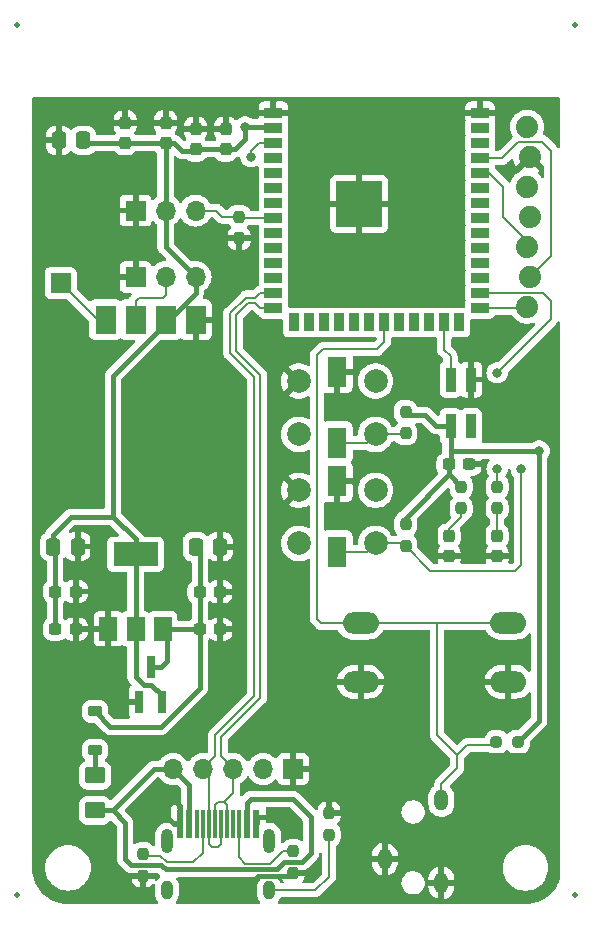
<source format=gbr>
%TF.GenerationSoftware,KiCad,Pcbnew,(7.0.0)*%
%TF.CreationDate,2023-04-05T21:50:31-07:00*%
%TF.ProjectId,OpenShock,4f70656e-5368-46f6-936b-2e6b69636164,rev?*%
%TF.SameCoordinates,Original*%
%TF.FileFunction,Copper,L1,Top*%
%TF.FilePolarity,Positive*%
%FSLAX46Y46*%
G04 Gerber Fmt 4.6, Leading zero omitted, Abs format (unit mm)*
G04 Created by KiCad (PCBNEW (7.0.0)) date 2023-04-05 21:50:31*
%MOMM*%
%LPD*%
G01*
G04 APERTURE LIST*
G04 Aperture macros list*
%AMRoundRect*
0 Rectangle with rounded corners*
0 $1 Rounding radius*
0 $2 $3 $4 $5 $6 $7 $8 $9 X,Y pos of 4 corners*
0 Add a 4 corners polygon primitive as box body*
4,1,4,$2,$3,$4,$5,$6,$7,$8,$9,$2,$3,0*
0 Add four circle primitives for the rounded corners*
1,1,$1+$1,$2,$3*
1,1,$1+$1,$4,$5*
1,1,$1+$1,$6,$7*
1,1,$1+$1,$8,$9*
0 Add four rect primitives between the rounded corners*
20,1,$1+$1,$2,$3,$4,$5,0*
20,1,$1+$1,$4,$5,$6,$7,0*
20,1,$1+$1,$6,$7,$8,$9,0*
20,1,$1+$1,$8,$9,$2,$3,0*%
G04 Aperture macros list end*
%TA.AperFunction,SMDPad,CuDef*%
%ADD10R,1.500000X0.900000*%
%TD*%
%TA.AperFunction,SMDPad,CuDef*%
%ADD11R,0.900000X1.500000*%
%TD*%
%TA.AperFunction,HeatsinkPad*%
%ADD12C,0.600000*%
%TD*%
%TA.AperFunction,SMDPad,CuDef*%
%ADD13R,3.900000X3.900000*%
%TD*%
%TA.AperFunction,SMDPad,CuDef*%
%ADD14RoundRect,0.237500X0.237500X-0.250000X0.237500X0.250000X-0.237500X0.250000X-0.237500X-0.250000X0*%
%TD*%
%TA.AperFunction,SMDPad,CuDef*%
%ADD15RoundRect,0.237500X-0.300000X-0.237500X0.300000X-0.237500X0.300000X0.237500X-0.300000X0.237500X0*%
%TD*%
%TA.AperFunction,SMDPad,CuDef*%
%ADD16R,0.850000X2.050000*%
%TD*%
%TA.AperFunction,ComponentPad*%
%ADD17O,1.200000X1.800000*%
%TD*%
%TA.AperFunction,ComponentPad*%
%ADD18R,1.700000X1.700000*%
%TD*%
%TA.AperFunction,SMDPad,CuDef*%
%ADD19C,0.500000*%
%TD*%
%TA.AperFunction,SMDPad,CuDef*%
%ADD20R,1.500000X2.000000*%
%TD*%
%TA.AperFunction,SMDPad,CuDef*%
%ADD21R,3.800000X2.000000*%
%TD*%
%TA.AperFunction,SMDPad,CuDef*%
%ADD22RoundRect,0.237500X0.237500X-0.300000X0.237500X0.300000X-0.237500X0.300000X-0.237500X-0.300000X0*%
%TD*%
%TA.AperFunction,SMDPad,CuDef*%
%ADD23RoundRect,0.237500X-0.250000X-0.237500X0.250000X-0.237500X0.250000X0.237500X-0.250000X0.237500X0*%
%TD*%
%TA.AperFunction,ComponentPad*%
%ADD24O,1.700000X1.700000*%
%TD*%
%TA.AperFunction,ComponentPad*%
%ADD25C,2.000000*%
%TD*%
%TA.AperFunction,SMDPad,CuDef*%
%ADD26R,1.600000X2.600000*%
%TD*%
%TA.AperFunction,SMDPad,CuDef*%
%ADD27R,1.600000X2.500000*%
%TD*%
%TA.AperFunction,SMDPad,CuDef*%
%ADD28RoundRect,0.250001X-0.624999X0.462499X-0.624999X-0.462499X0.624999X-0.462499X0.624999X0.462499X0*%
%TD*%
%TA.AperFunction,SMDPad,CuDef*%
%ADD29RoundRect,0.237500X-0.237500X0.250000X-0.237500X-0.250000X0.237500X-0.250000X0.237500X0.250000X0*%
%TD*%
%TA.AperFunction,SMDPad,CuDef*%
%ADD30RoundRect,0.250000X0.337500X0.475000X-0.337500X0.475000X-0.337500X-0.475000X0.337500X-0.475000X0*%
%TD*%
%TA.AperFunction,SMDPad,CuDef*%
%ADD31R,0.600000X2.450000*%
%TD*%
%TA.AperFunction,SMDPad,CuDef*%
%ADD32R,0.300000X2.450000*%
%TD*%
%TA.AperFunction,ComponentPad*%
%ADD33O,1.000000X2.100000*%
%TD*%
%TA.AperFunction,ComponentPad*%
%ADD34O,1.000000X1.600000*%
%TD*%
%TA.AperFunction,ComponentPad*%
%ADD35O,3.048000X1.850000*%
%TD*%
%TA.AperFunction,SMDPad,CuDef*%
%ADD36RoundRect,0.237500X0.237500X-0.287500X0.237500X0.287500X-0.237500X0.287500X-0.237500X-0.287500X0*%
%TD*%
%TA.AperFunction,SMDPad,CuDef*%
%ADD37RoundRect,0.237500X0.300000X0.237500X-0.300000X0.237500X-0.300000X-0.237500X0.300000X-0.237500X0*%
%TD*%
%TA.AperFunction,SMDPad,CuDef*%
%ADD38RoundRect,0.225000X-0.375000X0.225000X-0.375000X-0.225000X0.375000X-0.225000X0.375000X0.225000X0*%
%TD*%
%TA.AperFunction,SMDPad,CuDef*%
%ADD39RoundRect,0.250000X-0.337500X-0.475000X0.337500X-0.475000X0.337500X0.475000X-0.337500X0.475000X0*%
%TD*%
%TA.AperFunction,SMDPad,CuDef*%
%ADD40R,0.800000X1.900000*%
%TD*%
%TA.AperFunction,SMDPad,CuDef*%
%ADD41R,1.800000X2.424000*%
%TD*%
%TA.AperFunction,SMDPad,CuDef*%
%ADD42RoundRect,0.237500X-0.237500X0.300000X-0.237500X-0.300000X0.237500X-0.300000X0.237500X0.300000X0*%
%TD*%
%TA.AperFunction,ComponentPad*%
%ADD43C,1.879600*%
%TD*%
%TA.AperFunction,ViaPad*%
%ADD44C,0.800000*%
%TD*%
%TA.AperFunction,Conductor*%
%ADD45C,0.381000*%
%TD*%
%TA.AperFunction,Conductor*%
%ADD46C,0.200000*%
%TD*%
%TA.AperFunction,Conductor*%
%ADD47C,0.177800*%
%TD*%
G04 APERTURE END LIST*
D10*
%TO.P,U1,1,GND*%
%TO.N,GND*%
X120254999Y-44523999D03*
%TO.P,U1,2,3V3*%
%TO.N,+3V3*%
X120254999Y-45793999D03*
%TO.P,U1,3,EN*%
%TO.N,EN*%
X120254999Y-47063999D03*
%TO.P,U1,4,GPIO4/TOUCH4/ADC1_CH3*%
%TO.N,unconnected-(U1-GPIO4{slash}TOUCH4{slash}ADC1_CH3-Pad4)*%
X120254999Y-48333999D03*
%TO.P,U1,5,GPIO5/TOUCH5/ADC1_CH4*%
%TO.N,unconnected-(U1-GPIO5{slash}TOUCH5{slash}ADC1_CH4-Pad5)*%
X120254999Y-49603999D03*
%TO.P,U1,6,GPIO6/TOUCH6/ADC1_CH5*%
%TO.N,unconnected-(U1-GPIO6{slash}TOUCH6{slash}ADC1_CH5-Pad6)*%
X120254999Y-50873999D03*
%TO.P,U1,7,GPIO7/TOUCH7/ADC1_CH6*%
%TO.N,unconnected-(U1-GPIO7{slash}TOUCH7{slash}ADC1_CH6-Pad7)*%
X120254999Y-52143999D03*
%TO.P,U1,8,GPIO15/U0RTS/ADC2_CH4/XTAL_32K_P*%
%TO.N,SIGNAL*%
X120254999Y-53413999D03*
%TO.P,U1,9,GPIO16/U0CTS/ADC2_CH5/XTAL_32K_NH5*%
%TO.N,unconnected-(U1-GPIO16{slash}U0CTS{slash}ADC2_CH5{slash}XTAL_32K_NH5-Pad9)*%
X120254999Y-54683999D03*
%TO.P,U1,10,GPIO17/U1TXD/ADC2_CH6*%
%TO.N,unconnected-(U1-GPIO17{slash}U1TXD{slash}ADC2_CH6-Pad10)*%
X120254999Y-55953999D03*
%TO.P,U1,11,GPIO18/U1RXD/ADC2_CH7/CLK_OUT3*%
%TO.N,unconnected-(U1-GPIO18{slash}U1RXD{slash}ADC2_CH7{slash}CLK_OUT3-Pad11)*%
X120254999Y-57223999D03*
%TO.P,U1,12,GPIO8/TOUCH8/ADC1_CH7/SUBSPICS1*%
%TO.N,unconnected-(U1-GPIO8{slash}TOUCH8{slash}ADC1_CH7{slash}SUBSPICS1-Pad12)*%
X120254999Y-58493999D03*
%TO.P,U1,13,GPIO19/U1RTS/ADC2_CH8/CLK_OUT2/USB_D-*%
%TO.N,D-*%
X120254999Y-59763999D03*
%TO.P,U1,14,GPIO20/U1CTS/ADC2_CH9/CLK_OUT1/USB_D+*%
%TO.N,D+*%
X120254999Y-61033999D03*
D11*
%TO.P,U1,15,GPIO3/TOUCH3/ADC1_CH2*%
%TO.N,unconnected-(U1-GPIO3{slash}TOUCH3{slash}ADC1_CH2-Pad15)*%
X122019999Y-62283999D03*
%TO.P,U1,16,GPIO46*%
%TO.N,unconnected-(U1-GPIO46-Pad16)*%
X123289999Y-62283999D03*
%TO.P,U1,17,GPIO9/TOUCH9/ADC1_CH8/FSPIHD/SUBSPIHD*%
%TO.N,unconnected-(U1-GPIO9{slash}TOUCH9{slash}ADC1_CH8{slash}FSPIHD{slash}SUBSPIHD-Pad17)*%
X124559999Y-62283999D03*
%TO.P,U1,18,GPIO10/TOUCH10/ADC1_CH9/FSPICS0/FSPIIO4/SUBSPICS0*%
%TO.N,unconnected-(U1-GPIO10{slash}TOUCH10{slash}ADC1_CH9{slash}FSPICS0{slash}FSPIIO4{slash}SUBSPICS0-Pad18)*%
X125829999Y-62283999D03*
%TO.P,U1,19,GPIO11/TOUCH11/ADC2_CH0/FSPID/FSPIIO5/SUBSPID*%
%TO.N,unconnected-(U1-GPIO11{slash}TOUCH11{slash}ADC2_CH0{slash}FSPID{slash}FSPIIO5{slash}SUBSPID-Pad19)*%
X127099999Y-62283999D03*
%TO.P,U1,20,GPIO12/TOUCH12/ADC2_CH1/FSPICLK/FSPIIO6/SUBSPICLK*%
%TO.N,unconnected-(U1-GPIO12{slash}TOUCH12{slash}ADC2_CH1{slash}FSPICLK{slash}FSPIIO6{slash}SUBSPICLK-Pad20)*%
X128369999Y-62283999D03*
%TO.P,U1,21,GPIO13/TOUCH13/ADC2_CH2/FSPIQ/FSPIIO7/SUBSPIQ*%
%TO.N,E_STOP*%
X129639999Y-62283999D03*
%TO.P,U1,22,GPIO14/TOUCH14/ADC2_CH3/FSPIWP/FSPIDQS/SUBSPIWP*%
%TO.N,unconnected-(U1-GPIO14{slash}TOUCH14{slash}ADC2_CH3{slash}FSPIWP{slash}FSPIDQS{slash}SUBSPIWP-Pad22)*%
X130909999Y-62283999D03*
%TO.P,U1,23,GPIO21*%
%TO.N,unconnected-(U1-GPIO21-Pad23)*%
X132179999Y-62283999D03*
%TO.P,U1,24,GPIO47/SPICLK_P/SUBSPICLK_P_DIFF*%
%TO.N,unconnected-(U1-GPIO47{slash}SPICLK_P{slash}SUBSPICLK_P_DIFF-Pad24)*%
X133449999Y-62283999D03*
%TO.P,U1,25,GPIO48/SPICLK_N/SUBSPICLK_N_DIFF*%
%TO.N,RGB*%
X134719999Y-62283999D03*
%TO.P,U1,26,GPIO45*%
%TO.N,unconnected-(U1-GPIO45-Pad26)*%
X135989999Y-62283999D03*
D10*
%TO.P,U1,27,GPIO0/BOOT*%
%TO.N,IO0*%
X137754999Y-61033999D03*
%TO.P,U1,28,SPIIO6/GPIO35/FSPID/SUBSPID*%
%TO.N,STATUS*%
X137754999Y-59763999D03*
%TO.P,U1,29,SPIIO7/GPIO36/FSPICLK/SUBSPICLK*%
%TO.N,unconnected-(U1-SPIIO7{slash}GPIO36{slash}FSPICLK{slash}SUBSPICLK-Pad29)*%
X137754999Y-58493999D03*
%TO.P,U1,30,SPIDQS/GPIO37/FSPIQ/SUBSPIQ*%
%TO.N,unconnected-(U1-SPIDQS{slash}GPIO37{slash}FSPIQ{slash}SUBSPIQ-Pad30)*%
X137754999Y-57223999D03*
%TO.P,U1,31,GPIO38/FSPIWP/SUBSPIWP*%
%TO.N,unconnected-(U1-GPIO38{slash}FSPIWP{slash}SUBSPIWP-Pad31)*%
X137754999Y-55953999D03*
%TO.P,U1,32,MTCK/GPIO39/CLK_OUT3/SUBSPICS1*%
%TO.N,unconnected-(U1-MTCK{slash}GPIO39{slash}CLK_OUT3{slash}SUBSPICS1-Pad32)*%
X137754999Y-54683999D03*
%TO.P,U1,33,MTDO/GPIO40/CLK_OUT2*%
%TO.N,unconnected-(U1-MTDO{slash}GPIO40{slash}CLK_OUT2-Pad33)*%
X137754999Y-53413999D03*
%TO.P,U1,34,MTDI/GPIO41/CLK_OUT1*%
%TO.N,unconnected-(U1-MTDI{slash}GPIO41{slash}CLK_OUT1-Pad34)*%
X137754999Y-52143999D03*
%TO.P,U1,35,MTMS/GPIO42*%
%TO.N,unconnected-(U1-MTMS{slash}GPIO42-Pad35)*%
X137754999Y-50873999D03*
%TO.P,U1,36,U0RXD/GPIO44/CLK_OUT2*%
%TO.N,SERIAL_RX*%
X137754999Y-49603999D03*
%TO.P,U1,37,U0TXD/GPIO43/CLK_OUT1*%
%TO.N,SERIAL_TX*%
X137754999Y-48333999D03*
%TO.P,U1,38,GPIO2/TOUCH2/ADC1_CH1*%
%TO.N,unconnected-(U1-GPIO2{slash}TOUCH2{slash}ADC1_CH1-Pad38)*%
X137754999Y-47063999D03*
%TO.P,U1,39,GPIO1/TOUCH1/ADC1_CH0*%
%TO.N,unconnected-(U1-GPIO1{slash}TOUCH1{slash}ADC1_CH0-Pad39)*%
X137754999Y-45793999D03*
%TO.P,U1,40,GND*%
%TO.N,GND*%
X137754999Y-44523999D03*
D12*
%TO.P,U1,41,GND*%
X126105000Y-51544000D03*
X126105000Y-52944000D03*
X126805000Y-50844000D03*
X126805000Y-52244000D03*
X126805000Y-53644000D03*
X127505000Y-51544000D03*
D13*
X127504999Y-52243999D03*
D12*
X127505000Y-52944000D03*
X128205000Y-50844000D03*
X128205000Y-52244000D03*
X128205000Y-53644000D03*
X128905000Y-51544000D03*
X128905000Y-52944000D03*
%TD*%
D14*
%TO.P,R3,1*%
%TO.N,Net-(J1-SHIELD)*%
X124968000Y-105664000D03*
%TO.P,R3,2*%
%TO.N,GND*%
X124968000Y-103839000D03*
%TD*%
D15*
%TO.P,C3,1*%
%TO.N,+5V*%
X114015000Y-88265000D03*
%TO.P,C3,2*%
%TO.N,GND*%
X115740000Y-88265000D03*
%TD*%
D14*
%TO.P,R9,1*%
%TO.N,GND*%
X117348000Y-55141500D03*
%TO.P,R9,2*%
%TO.N,SIGNAL*%
X117348000Y-53316500D03*
%TD*%
D16*
%TO.P,D1,1,VDD*%
%TO.N,+3V3*%
X135254999Y-71066999D03*
%TO.P,D1,2,DOUT*%
%TO.N,unconnected-(D1-DOUT-Pad2)*%
X137004999Y-71066999D03*
%TO.P,D1,3,VSS*%
%TO.N,GND*%
X137004999Y-67116999D03*
%TO.P,D1,4,DIN*%
%TO.N,RGB*%
X135254999Y-67116999D03*
%TD*%
D14*
%TO.P,R7,1*%
%TO.N,Net-(D4-A)*%
X136144000Y-78025000D03*
%TO.P,R7,2*%
%TO.N,+3V3*%
X136144000Y-76200000D03*
%TD*%
%TO.P,R2,1*%
%TO.N,IO0*%
X131445000Y-81200000D03*
%TO.P,R2,2*%
%TO.N,+3V3*%
X131445000Y-79375000D03*
%TD*%
D17*
%TO.P,CN1,1,1*%
%TO.N,GND*%
X134479999Y-109727999D03*
%TO.P,CN1,2,2*%
%TO.N,E_STOP*%
X134479999Y-102727999D03*
%TO.P,CN1,3,3*%
%TO.N,GND*%
X129679999Y-107727999D03*
%TD*%
D18*
%TO.P,AE1,1,A*%
%TO.N,Net-(AE1-A)*%
X102234999Y-58927999D03*
%TD*%
D19*
%TO.P,,*%
%TO.N,*%
X145764000Y-37107400D03*
%TD*%
D20*
%TO.P,U2,1,GND*%
%TO.N,GND*%
X106284999Y-88214999D03*
%TO.P,U2,2,VO*%
%TO.N,+3V3*%
X108584999Y-88214999D03*
D21*
X108584999Y-81914999D03*
D20*
%TO.P,U2,3,VI*%
%TO.N,+5V*%
X110884999Y-88214999D03*
%TD*%
D15*
%TO.P,C2,1*%
%TO.N,+3V3*%
X101780000Y-88240000D03*
%TO.P,C2,2*%
%TO.N,GND*%
X103505000Y-88240000D03*
%TD*%
D22*
%TO.P,C5,1*%
%TO.N,+3V3*%
X111125000Y-47090500D03*
%TO.P,C5,2*%
%TO.N,GND*%
X111125000Y-45365500D03*
%TD*%
D23*
%TO.P,R8,1*%
%TO.N,E_STOP*%
X139145000Y-97790000D03*
%TO.P,R8,2*%
%TO.N,+3V3*%
X140970000Y-97790000D03*
%TD*%
D18*
%TO.P,J6,1,Pin_1*%
%TO.N,GND*%
X121919999Y-100075999D03*
D24*
%TO.P,J6,2,Pin_2*%
%TO.N,unconnected-(J6-Pin_2-Pad2)*%
X119379999Y-100075999D03*
%TO.P,J6,3,Pin_3*%
%TO.N,D+*%
X116839999Y-100075999D03*
%TO.P,J6,4,Pin_4*%
%TO.N,D-*%
X114299999Y-100075999D03*
%TO.P,J6,5,Pin_5*%
%TO.N,+5VA*%
X111759999Y-100075999D03*
%TD*%
D25*
%TO.P,SW2,*%
%TO.N,*%
X128905000Y-76490000D03*
X122405000Y-80990000D03*
%TO.P,SW2,1,A*%
%TO.N,IO0*%
X128905000Y-80990000D03*
D26*
X125654999Y-81689999D03*
D27*
%TO.P,SW2,2,B*%
%TO.N,GND*%
X125654999Y-75739999D03*
D25*
X122405000Y-76490000D03*
%TD*%
D14*
%TO.P,R4,1*%
%TO.N,GND*%
X121920000Y-108862500D03*
%TO.P,R4,2*%
%TO.N,Net-(J1-CC2)*%
X121920000Y-107037500D03*
%TD*%
D15*
%TO.P,C1,1*%
%TO.N,+3V3*%
X101780000Y-85065000D03*
%TO.P,C1,2*%
%TO.N,GND*%
X103505000Y-85065000D03*
%TD*%
D19*
%TO.P,FID4,*%
%TO.N,*%
X145780000Y-110783400D03*
%TD*%
%TO.P,FID1,*%
%TO.N,*%
X98552000Y-37084000D03*
%TD*%
D28*
%TO.P,F1,1*%
%TO.N,Net-(D2-A)*%
X105156000Y-100620500D03*
%TO.P,F1,2*%
%TO.N,+5VA*%
X105156000Y-103595500D03*
%TD*%
D18*
%TO.P,J3,1,Pin_1*%
%TO.N,GND*%
X108584999Y-58419999D03*
D24*
%TO.P,J3,2,Pin_2*%
%TO.N,SIGNAL*%
X111124999Y-58419999D03*
%TO.P,J3,3,Pin_3*%
%TO.N,+3V3*%
X113664999Y-58419999D03*
%TD*%
D25*
%TO.P,SW1,*%
%TO.N,*%
X128905000Y-67255000D03*
X122405000Y-71755000D03*
%TO.P,SW1,1,A*%
%TO.N,EN*%
X128905000Y-71755000D03*
D26*
X125654999Y-72454999D03*
D27*
%TO.P,SW1,2,B*%
%TO.N,GND*%
X125654999Y-66504999D03*
D25*
X122405000Y-67255000D03*
%TD*%
D14*
%TO.P,R5,1*%
%TO.N,GND*%
X109220000Y-109116500D03*
%TO.P,R5,2*%
%TO.N,Net-(J1-CC1)*%
X109220000Y-107291500D03*
%TD*%
D22*
%TO.P,C6,1*%
%TO.N,+3V3*%
X107696000Y-47090500D03*
%TO.P,C6,2*%
%TO.N,GND*%
X107696000Y-45365500D03*
%TD*%
D29*
%TO.P,R1,1*%
%TO.N,+3V3*%
X131445000Y-69850000D03*
%TO.P,R1,2*%
%TO.N,EN*%
X131445000Y-71675000D03*
%TD*%
D19*
%TO.P,FID4,*%
%TO.N,*%
X98568000Y-110760000D03*
%TD*%
D30*
%TO.P,C12,1*%
%TO.N,+3V3*%
X104161500Y-46863000D03*
%TO.P,C12,2*%
%TO.N,GND*%
X102086500Y-46863000D03*
%TD*%
D31*
%TO.P,J1,A1,GND*%
%TO.N,GND*%
X112344999Y-104774999D03*
%TO.P,J1,A4,VBUS*%
%TO.N,+5VA*%
X113119999Y-104774999D03*
D32*
%TO.P,J1,A5,CC1*%
%TO.N,Net-(J1-CC1)*%
X114319999Y-104774999D03*
%TO.P,J1,A6,D+*%
%TO.N,D+*%
X115319999Y-104774999D03*
%TO.P,J1,A7,D-*%
%TO.N,D-*%
X115819999Y-104774999D03*
%TO.P,J1,A8,SBU1*%
%TO.N,unconnected-(J1-SBU1-PadA8)*%
X116819999Y-104774999D03*
D31*
%TO.P,J1,A9,VBUS*%
%TO.N,+5VA*%
X118019999Y-104769999D03*
%TO.P,J1,A12,GND*%
%TO.N,GND*%
X118794999Y-104774999D03*
%TO.P,J1,B1,GND*%
X118794999Y-104769999D03*
%TO.P,J1,B4,VBUS*%
%TO.N,+5VA*%
X118019999Y-104774999D03*
D32*
%TO.P,J1,B5,CC2*%
%TO.N,Net-(J1-CC2)*%
X117319999Y-104774999D03*
%TO.P,J1,B6,D+*%
%TO.N,D+*%
X116319999Y-104774999D03*
%TO.P,J1,B7,D-*%
%TO.N,D-*%
X114819999Y-104774999D03*
%TO.P,J1,B8,SBU2*%
%TO.N,unconnected-(J1-SBU2-PadB8)*%
X113819999Y-104774999D03*
D31*
%TO.P,J1,B9,VBUS*%
%TO.N,+5VA*%
X113119999Y-104744999D03*
%TO.P,J1,B12,GND*%
%TO.N,GND*%
X112344999Y-104769999D03*
D33*
%TO.P,J1,S1,SHIELD*%
%TO.N,Net-(J1-SHIELD)*%
X111249999Y-106189999D03*
D34*
X111249999Y-110369999D03*
D33*
X119889999Y-106189999D03*
D34*
X119889999Y-110369999D03*
%TD*%
D35*
%TO.P,SW3,1,A*%
%TO.N,E_STOP*%
X127634999Y-87709999D03*
X140134999Y-87709999D03*
%TO.P,SW3,2,B*%
%TO.N,GND*%
X127634999Y-92709999D03*
X140134999Y-92709999D03*
%TD*%
D36*
%TO.P,D3,1,K*%
%TO.N,GND*%
X139192000Y-82089000D03*
%TO.P,D3,2,A*%
%TO.N,Net-(D3-A)*%
X139192000Y-80339000D03*
%TD*%
D37*
%TO.P,C7,1*%
%TO.N,GND*%
X136825000Y-74295000D03*
%TO.P,C7,2*%
%TO.N,+3V3*%
X135100000Y-74295000D03*
%TD*%
D38*
%TO.P,D2,1,K*%
%TO.N,+5V*%
X105156000Y-95215500D03*
%TO.P,D2,2,A*%
%TO.N,Net-(D2-A)*%
X105156000Y-98515500D03*
%TD*%
D39*
%TO.P,C11,1*%
%TO.N,+5V*%
X113665000Y-81280000D03*
%TO.P,C11,2*%
%TO.N,GND*%
X115740000Y-81280000D03*
%TD*%
D15*
%TO.P,C4,1*%
%TO.N,+5V*%
X114015000Y-85090000D03*
%TO.P,C4,2*%
%TO.N,GND*%
X115740000Y-85090000D03*
%TD*%
D40*
%TO.P,U3,1,GND*%
%TO.N,GND*%
X108904999Y-94414999D03*
%TO.P,U3,2,VO*%
%TO.N,+3V3*%
X110804999Y-94414999D03*
%TO.P,U3,3,VI*%
%TO.N,+5V*%
X109854999Y-91414999D03*
%TD*%
D18*
%TO.P,J2,1,Pin_1*%
%TO.N,GND*%
X108584999Y-52806999D03*
D24*
%TO.P,J2,2,Pin_2*%
%TO.N,+3V3*%
X111124999Y-52806999D03*
%TO.P,J2,3,Pin_3*%
%TO.N,SIGNAL*%
X113664999Y-52806999D03*
%TD*%
D36*
%TO.P,D4,1,K*%
%TO.N,GND*%
X135128000Y-82089000D03*
%TO.P,D4,2,A*%
%TO.N,Net-(D4-A)*%
X135128000Y-80339000D03*
%TD*%
D39*
%TO.P,C10,1*%
%TO.N,+3V3*%
X101605000Y-81255000D03*
%TO.P,C10,2*%
%TO.N,GND*%
X103680000Y-81255000D03*
%TD*%
D41*
%TO.P,U4,1,GND*%
%TO.N,GND*%
X113664999Y-62044999D03*
%TO.P,U4,2,VDD*%
%TO.N,+3V3*%
X111124999Y-62044999D03*
%TO.P,U4,3,DATA*%
%TO.N,SIGNAL*%
X108584999Y-62044999D03*
%TO.P,U4,4,ANT*%
%TO.N,Net-(AE1-A)*%
X106044999Y-62044999D03*
%TD*%
D14*
%TO.P,R6,1*%
%TO.N,Net-(D3-A)*%
X139192000Y-78025000D03*
%TO.P,R6,2*%
%TO.N,STATUS*%
X139192000Y-76200000D03*
%TD*%
D42*
%TO.P,C9,1*%
%TO.N,GND*%
X113665000Y-45900000D03*
%TO.P,C9,2*%
%TO.N,+3V3*%
X113665000Y-47625000D03*
%TD*%
%TO.P,C8,1*%
%TO.N,GND*%
X116205000Y-45900000D03*
%TO.P,C8,2*%
%TO.N,+3V3*%
X116205000Y-47625000D03*
%TD*%
D43*
%TO.P,J4,1,Pin_1*%
%TO.N,EN*%
X141732000Y-45720000D03*
%TO.P,J4,2,Pin_2*%
%TO.N,GND*%
X141986000Y-48260000D03*
%TO.P,J4,3,Pin_3*%
%TO.N,CTS*%
X141732000Y-50800000D03*
%TO.P,J4,4,Pin_4*%
%TO.N,+3V3*%
X141986000Y-53340000D03*
%TO.P,J4,5,Pin_5*%
%TO.N,SERIAL_RX*%
X141732000Y-55880000D03*
%TO.P,J4,6,Pin_6*%
%TO.N,SERIAL_TX*%
X141986000Y-58420000D03*
%TO.P,J4,7,Pin_7*%
%TO.N,IO0*%
X141732000Y-60960000D03*
%TD*%
D44*
%TO.N,+3V3*%
X117856000Y-45720000D03*
X142748000Y-73152000D03*
%TO.N,GND*%
X134572698Y-78684530D03*
X140210805Y-79184362D03*
X117348000Y-86360000D03*
X110236000Y-102616000D03*
X123952000Y-108712000D03*
X105156000Y-92964000D03*
X142216343Y-68184236D03*
X118872000Y-97028000D03*
X120396000Y-66040000D03*
X117856000Y-110236000D03*
X117348000Y-58293000D03*
X131064000Y-74168000D03*
X136144000Y-105664000D03*
X117348000Y-50800000D03*
X116840000Y-67564000D03*
X120396000Y-86360000D03*
X115316000Y-94488000D03*
X121920000Y-104648000D03*
X110744000Y-104140000D03*
%TO.N,EN*%
X118364000Y-48260000D03*
%TO.N,IO0*%
X141224000Y-74676000D03*
%TO.N,STATUS*%
X139192000Y-66548000D03*
X139192000Y-74676000D03*
%TD*%
D45*
%TO.N,+3V3*%
X107696000Y-47090500D02*
X104389000Y-47090500D01*
X109273000Y-92964000D02*
X108585000Y-92276000D01*
X135255000Y-74140000D02*
X135100000Y-74295000D01*
X108585000Y-80645000D02*
X108585000Y-81915000D01*
X106680000Y-78740000D02*
X108585000Y-80645000D01*
X131445000Y-78811000D02*
X131445000Y-79375000D01*
X133096000Y-70104000D02*
X131699000Y-70104000D01*
X113665000Y-59817000D02*
X111125000Y-62357000D01*
X135100000Y-74295000D02*
X135100000Y-75156000D01*
X111860500Y-47090500D02*
X112522000Y-47752000D01*
X117856000Y-45720000D02*
X117782000Y-45794000D01*
X109904000Y-92964000D02*
X109273000Y-92964000D01*
X110805000Y-93865000D02*
X109904000Y-92964000D01*
X142748000Y-96012000D02*
X140970000Y-97790000D01*
X113538000Y-47752000D02*
X113665000Y-47625000D01*
X120181000Y-45720000D02*
X117856000Y-45720000D01*
X117856000Y-45720000D02*
X117856000Y-46736000D01*
X111125000Y-62357000D02*
X106680000Y-66802000D01*
X101605000Y-81255000D02*
X101605000Y-80259000D01*
X108585000Y-81915000D02*
X108585000Y-88215000D01*
X111125000Y-47090500D02*
X107696000Y-47090500D01*
X120255000Y-45794000D02*
X120181000Y-45720000D01*
X135255000Y-73152000D02*
X135255000Y-74140000D01*
X135100000Y-75156000D02*
X131445000Y-78811000D01*
X142748000Y-73152000D02*
X135255000Y-73152000D01*
X111125000Y-47090500D02*
X111125000Y-55880000D01*
X135100000Y-75156000D02*
X136144000Y-76200000D01*
X117856000Y-46736000D02*
X116967000Y-47625000D01*
X142748000Y-73152000D02*
X142748000Y-96012000D01*
X106680000Y-66802000D02*
X106680000Y-78740000D01*
X111125000Y-55880000D02*
X113665000Y-58420000D01*
X101780000Y-88240000D02*
X101780000Y-85065000D01*
X116205000Y-47625000D02*
X113665000Y-47625000D01*
X108585000Y-92276000D02*
X108585000Y-88215000D01*
X104389000Y-47090500D02*
X104161500Y-46863000D01*
X131699000Y-70104000D02*
X131445000Y-69850000D01*
X101780000Y-81430000D02*
X101780000Y-88240000D01*
X103124000Y-78740000D02*
X106680000Y-78740000D01*
X113665000Y-58420000D02*
X113665000Y-59817000D01*
X135255000Y-71067000D02*
X134059000Y-71067000D01*
X110805000Y-94415000D02*
X110805000Y-93865000D01*
X116205000Y-47371000D02*
X116205000Y-47625000D01*
X101605000Y-80259000D02*
X103124000Y-78740000D01*
X112522000Y-47752000D02*
X113538000Y-47752000D01*
X101780000Y-81430000D02*
X101605000Y-81255000D01*
X135255000Y-71067000D02*
X135255000Y-73152000D01*
X101780000Y-85065000D02*
X101780000Y-81430000D01*
X134059000Y-71067000D02*
X133096000Y-70104000D01*
X111125000Y-47090500D02*
X111860500Y-47090500D01*
X116967000Y-47625000D02*
X116205000Y-47625000D01*
%TO.N,GND*%
X110236000Y-102616000D02*
X111760000Y-102616000D01*
X110744000Y-104140000D02*
X111207000Y-104140000D01*
X118872000Y-104140000D02*
X118872000Y-104693000D01*
X112345000Y-103201000D02*
X112345000Y-104770000D01*
X111207000Y-104140000D02*
X111837000Y-104770000D01*
X121920000Y-104648000D02*
X121412000Y-104140000D01*
X121412000Y-104140000D02*
X118872000Y-104140000D01*
X111837000Y-104770000D02*
X112345000Y-104770000D01*
X111760000Y-102616000D02*
X112345000Y-103201000D01*
X121616500Y-109166000D02*
X118926000Y-109166000D01*
X121920000Y-108862500D02*
X121616500Y-109166000D01*
X118872000Y-104693000D02*
X118795000Y-104770000D01*
X118926000Y-109166000D02*
X117856000Y-110236000D01*
D46*
%TO.N,RGB*%
X135255000Y-65151000D02*
X135255000Y-67117000D01*
X134720000Y-64616000D02*
X135255000Y-65151000D01*
X134720000Y-62284000D02*
X134720000Y-64616000D01*
D47*
%TO.N,Net-(J1-CC1)*%
X109220000Y-107291500D02*
X109407400Y-107478900D01*
X109407400Y-107478900D02*
X110696874Y-107478900D01*
X114320000Y-107168000D02*
X114320000Y-104775000D01*
X113482574Y-108005426D02*
X114320000Y-107168000D01*
X111223400Y-108005426D02*
X113482574Y-108005426D01*
X110696874Y-107478900D02*
X111223400Y-108005426D01*
D46*
%TO.N,D+*%
X117065000Y-61688200D02*
X117065000Y-64676800D01*
X115795001Y-97375199D02*
X115795001Y-99031001D01*
X116078000Y-102870000D02*
X116840000Y-102108000D01*
X116320000Y-105532500D02*
X116320000Y-104255000D01*
X115320000Y-103120000D02*
X115320000Y-104775000D01*
X115795001Y-99031001D02*
X116840000Y-100076000D01*
X119097000Y-66708800D02*
X119097000Y-94073200D01*
X118129200Y-60624000D02*
X117065000Y-61688200D01*
X116078000Y-102870000D02*
X115570000Y-102870000D01*
X119097000Y-94073200D02*
X115795001Y-97375199D01*
X116320000Y-103112000D02*
X116078000Y-102870000D01*
X115570000Y-102870000D02*
X115320000Y-103120000D01*
X118719999Y-60624000D02*
X118129200Y-60624000D01*
X120255000Y-61034000D02*
X119129999Y-61034000D01*
X117065000Y-64676800D02*
X119097000Y-66708800D01*
X116320000Y-104775000D02*
X116320000Y-103112000D01*
X116840000Y-102108000D02*
X116840000Y-100076000D01*
X115320000Y-104390000D02*
X115320000Y-105532500D01*
X119129999Y-61034000D02*
X118719999Y-60624000D01*
%TO.N,D-*%
X115820000Y-106430000D02*
X115820000Y-105532500D01*
X115344999Y-97188801D02*
X115344999Y-99031001D01*
X114820000Y-100596000D02*
X114300000Y-100076000D01*
X116615000Y-64863200D02*
X118647000Y-66895200D01*
X114820000Y-106457500D02*
X115042500Y-106680000D01*
X114820000Y-104775000D02*
X114820000Y-100596000D01*
X119129999Y-59764000D02*
X118719999Y-60174000D01*
X114820000Y-105532500D02*
X114820000Y-104255000D01*
X117942800Y-60174000D02*
X116615000Y-61501800D01*
X116615000Y-61501800D02*
X116615000Y-64863200D01*
X118647000Y-93886800D02*
X115344999Y-97188801D01*
X115344999Y-99031001D02*
X114300000Y-100076000D01*
X118647000Y-66895200D02*
X118647000Y-93886800D01*
X120255000Y-59764000D02*
X119129999Y-59764000D01*
X115042500Y-106680000D02*
X115570000Y-106680000D01*
X115570000Y-106680000D02*
X115820000Y-106430000D01*
X118719999Y-60174000D02*
X117942800Y-60174000D01*
X114820000Y-105532500D02*
X114820000Y-106457500D01*
D47*
%TO.N,Net-(J1-CC2)*%
X117856000Y-108105600D02*
X117320000Y-107569600D01*
X119986400Y-108105600D02*
X117856000Y-108105600D01*
X121920000Y-107037500D02*
X121054500Y-107037500D01*
X121054500Y-107037500D02*
X119986400Y-108105600D01*
X117320000Y-107569600D02*
X117320000Y-104775000D01*
%TO.N,Net-(J1-SHIELD)*%
X124968000Y-105664000D02*
X124968000Y-109220000D01*
X124968000Y-109220000D02*
X123818000Y-110370000D01*
X123818000Y-110370000D02*
X119890000Y-110370000D01*
D46*
%TO.N,EN*%
X131365000Y-71755000D02*
X128905000Y-71755000D01*
X118364000Y-47752000D02*
X119052000Y-47064000D01*
X131445000Y-71675000D02*
X131365000Y-71755000D01*
X119052000Y-47064000D02*
X120255000Y-47064000D01*
X128205000Y-72455000D02*
X128905000Y-71755000D01*
X118364000Y-48260000D02*
X118364000Y-47752000D01*
X125655000Y-72455000D02*
X128205000Y-72455000D01*
D47*
%TO.N,SIGNAL*%
X111125000Y-58420000D02*
X111125000Y-59944000D01*
X108585000Y-60452000D02*
X108585000Y-62045000D01*
X115418000Y-52807000D02*
X113665000Y-52807000D01*
X110871000Y-60198000D02*
X108839000Y-60198000D01*
X120255000Y-53414000D02*
X117445500Y-53414000D01*
X117445500Y-53414000D02*
X117348000Y-53316500D01*
X120181000Y-53340000D02*
X120255000Y-53414000D01*
X117348000Y-53316500D02*
X115927500Y-53316500D01*
X108839000Y-60198000D02*
X108585000Y-60452000D01*
X111125000Y-59944000D02*
X110871000Y-60198000D01*
X115927500Y-53316500D02*
X115418000Y-52807000D01*
%TO.N,IO0*%
X141224000Y-74676000D02*
X141224000Y-82804000D01*
X131445000Y-81200000D02*
X131235000Y-80990000D01*
X131235000Y-80990000D02*
X128905000Y-80990000D01*
X141224000Y-82804000D02*
X140716000Y-83312000D01*
X125655000Y-81690000D02*
X128205000Y-81690000D01*
X128205000Y-81690000D02*
X128905000Y-80990000D01*
X140716000Y-83312000D02*
X133557000Y-83312000D01*
X142166000Y-61034000D02*
X142240000Y-60960000D01*
X137755000Y-61034000D02*
X142166000Y-61034000D01*
X133557000Y-83312000D02*
X131445000Y-81200000D01*
D45*
%TO.N,+5V*%
X114015000Y-88265000D02*
X114015000Y-85090000D01*
X114015000Y-88265000D02*
X114015000Y-93249000D01*
X111252000Y-90932000D02*
X110769000Y-91415000D01*
X114015000Y-81630000D02*
X113665000Y-81280000D01*
X110769000Y-91415000D02*
X109855000Y-91415000D01*
X106460500Y-96520000D02*
X105156000Y-95215500D01*
X110885000Y-88215000D02*
X113965000Y-88215000D01*
X111252000Y-88582000D02*
X111252000Y-90932000D01*
X110744000Y-96520000D02*
X106460500Y-96520000D01*
X110885000Y-88215000D02*
X111252000Y-88582000D01*
X114015000Y-85090000D02*
X114015000Y-81630000D01*
X114015000Y-93249000D02*
X110744000Y-96520000D01*
X113965000Y-88215000D02*
X114015000Y-88265000D01*
%TO.N,Net-(D2-A)*%
X105156000Y-100620500D02*
X105156000Y-98515500D01*
%TO.N,+5VA*%
X123444000Y-107188000D02*
X123444000Y-104176500D01*
X110163000Y-100076000D02*
X111760000Y-100076000D01*
X107696000Y-107696000D02*
X108204000Y-108204000D01*
X118020000Y-102960000D02*
X118020000Y-104770000D01*
X118020000Y-105532500D02*
X118020000Y-104230000D01*
X107696000Y-104648000D02*
X107696000Y-107696000D01*
X121123500Y-107984500D02*
X122647500Y-107984500D01*
X113120000Y-104230000D02*
X113120000Y-105532500D01*
X122647500Y-107984500D02*
X123444000Y-107188000D01*
X120523000Y-108585000D02*
X121123500Y-107984500D01*
X113120000Y-101436000D02*
X113120000Y-104745000D01*
X106643500Y-103595500D02*
X110163000Y-100076000D01*
X121883500Y-102616000D02*
X118364000Y-102616000D01*
X118364000Y-102616000D02*
X118020000Y-102960000D01*
X110744000Y-108204000D02*
X111125000Y-108585000D01*
X105156000Y-103595500D02*
X106643500Y-103595500D01*
X108204000Y-108204000D02*
X110744000Y-108204000D01*
X111125000Y-108585000D02*
X120523000Y-108585000D01*
X111760000Y-100076000D02*
X113120000Y-101436000D01*
X106643500Y-103595500D02*
X107696000Y-104648000D01*
X123444000Y-104176500D02*
X121883500Y-102616000D01*
D46*
%TO.N,SERIAL_RX*%
X139700000Y-53340000D02*
X139700000Y-50800000D01*
X138504000Y-49604000D02*
X137755000Y-49604000D01*
X142240000Y-55880000D02*
X139700000Y-53340000D01*
X139700000Y-50800000D02*
X138504000Y-49604000D01*
%TO.N,SERIAL_TX*%
X143764000Y-47752000D02*
X143764000Y-56642000D01*
X143764000Y-56642000D02*
X141986000Y-58420000D01*
X139626000Y-48334000D02*
X140939800Y-47020200D01*
X137755000Y-48334000D02*
X139626000Y-48334000D01*
X140939800Y-47020200D02*
X143032200Y-47020200D01*
X143032200Y-47020200D02*
X143764000Y-47752000D01*
D47*
%TO.N,E_STOP*%
X134112000Y-87710000D02*
X127635000Y-87710000D01*
X135780000Y-98916000D02*
X135780000Y-100040750D01*
X135780000Y-98916000D02*
X136652000Y-98044000D01*
X127635000Y-87710000D02*
X124286000Y-87710000D01*
X134112000Y-97252974D02*
X135775026Y-98916000D01*
X124460000Y-64516000D02*
X123952000Y-65024000D01*
X135775026Y-98916000D02*
X135780000Y-98916000D01*
X123952000Y-87376000D02*
X123952000Y-65024000D01*
X134112000Y-87710000D02*
X134112000Y-97252974D01*
X129640000Y-63908000D02*
X129640000Y-62284000D01*
X136652000Y-98044000D02*
X138891000Y-98044000D01*
X134480000Y-101340750D02*
X134480000Y-102728000D01*
X135780000Y-100040750D02*
X134480000Y-101340750D01*
X138891000Y-98044000D02*
X139145000Y-97790000D01*
X140135000Y-87710000D02*
X134112000Y-87710000D01*
X124460000Y-64516000D02*
X129032000Y-64516000D01*
X129032000Y-64516000D02*
X129640000Y-63908000D01*
X124286000Y-87710000D02*
X123952000Y-87376000D01*
%TO.N,Net-(AE1-A)*%
X105675253Y-62357000D02*
X106045000Y-62357000D01*
X102235000Y-58928000D02*
X102246253Y-58928000D01*
X105621579Y-61933579D02*
X106045000Y-62357000D01*
X102246253Y-58928000D02*
X105675253Y-62357000D01*
%TO.N,STATUS*%
X139192000Y-76200000D02*
X139192000Y-74676000D01*
X143764000Y-61976000D02*
X143764000Y-60452000D01*
X143076000Y-59764000D02*
X137755000Y-59764000D01*
X139192000Y-66548000D02*
X143764000Y-61976000D01*
X143764000Y-60452000D02*
X143076000Y-59764000D01*
%TO.N,Net-(D3-A)*%
X139192000Y-80339000D02*
X139192000Y-78025000D01*
%TO.N,Net-(D4-A)*%
X136144000Y-78740000D02*
X135128000Y-79756000D01*
X135128000Y-79756000D02*
X135128000Y-80339000D01*
X136144000Y-78025000D02*
X136144000Y-78740000D01*
%TD*%
%TA.AperFunction,Conductor*%
%TO.N,GND*%
G36*
X118512280Y-61265516D02*
G01*
X118671798Y-61425034D01*
X118682488Y-61437222D01*
X118701717Y-61462282D01*
X118753218Y-61501800D01*
X118827158Y-61558536D01*
X118973237Y-61619044D01*
X118972769Y-61620173D01*
X119015623Y-61643574D01*
X119048395Y-61691992D01*
X119058103Y-61718018D01*
X119061204Y-61726331D01*
X119147454Y-61841546D01*
X119262669Y-61927796D01*
X119397517Y-61978091D01*
X119457127Y-61984500D01*
X120945500Y-61984499D01*
X121007500Y-62001112D01*
X121052887Y-62046499D01*
X121069500Y-62108499D01*
X121069500Y-63078560D01*
X121069500Y-63078578D01*
X121069501Y-63081872D01*
X121069853Y-63085150D01*
X121069854Y-63085161D01*
X121075079Y-63133768D01*
X121075080Y-63133773D01*
X121075909Y-63141483D01*
X121078619Y-63148749D01*
X121078620Y-63148753D01*
X121112217Y-63238831D01*
X121126204Y-63276331D01*
X121131518Y-63283430D01*
X121131519Y-63283431D01*
X121192194Y-63364483D01*
X121212454Y-63391546D01*
X121327669Y-63477796D01*
X121462517Y-63528091D01*
X121522127Y-63534500D01*
X122517872Y-63534499D01*
X122577483Y-63528091D01*
X122611668Y-63515340D01*
X122655000Y-63507523D01*
X122698331Y-63515340D01*
X122732517Y-63528091D01*
X122792127Y-63534500D01*
X123787872Y-63534499D01*
X123847483Y-63528091D01*
X123881668Y-63515340D01*
X123925000Y-63507523D01*
X123968331Y-63515340D01*
X124002517Y-63528091D01*
X124062127Y-63534500D01*
X125057872Y-63534499D01*
X125117483Y-63528091D01*
X125151668Y-63515340D01*
X125195000Y-63507523D01*
X125238331Y-63515340D01*
X125272517Y-63528091D01*
X125332127Y-63534500D01*
X126327872Y-63534499D01*
X126387483Y-63528091D01*
X126421668Y-63515340D01*
X126465000Y-63507523D01*
X126508331Y-63515340D01*
X126542517Y-63528091D01*
X126602127Y-63534500D01*
X127597872Y-63534499D01*
X127657483Y-63528091D01*
X127691668Y-63515340D01*
X127735000Y-63507523D01*
X127778331Y-63515340D01*
X127812517Y-63528091D01*
X127872127Y-63534500D01*
X128867872Y-63534499D01*
X128871162Y-63534145D01*
X128874491Y-63533967D01*
X128874570Y-63535447D01*
X128927737Y-63542776D01*
X128976645Y-63578445D01*
X129002839Y-63633019D01*
X129000077Y-63693490D01*
X128969015Y-63745447D01*
X128824179Y-63890283D01*
X128783954Y-63917161D01*
X128736501Y-63926600D01*
X124506758Y-63926600D01*
X124490572Y-63925539D01*
X124468059Y-63922575D01*
X124460000Y-63921514D01*
X124451941Y-63922575D01*
X124314189Y-63940710D01*
X124314184Y-63940711D01*
X124306135Y-63941771D01*
X124298633Y-63944878D01*
X124298630Y-63944879D01*
X124264140Y-63959165D01*
X124170261Y-63998051D01*
X124170256Y-63998053D01*
X124162757Y-64001160D01*
X124156319Y-64006099D01*
X124156312Y-64006104D01*
X124046078Y-64090690D01*
X124046073Y-64090694D01*
X124039635Y-64095635D01*
X124034692Y-64102077D01*
X124020862Y-64120100D01*
X124010170Y-64132290D01*
X123568298Y-64574163D01*
X123556107Y-64584855D01*
X123538081Y-64598687D01*
X123538073Y-64598694D01*
X123531635Y-64603635D01*
X123526694Y-64610073D01*
X123526691Y-64610077D01*
X123442107Y-64720309D01*
X123442104Y-64720312D01*
X123437160Y-64726757D01*
X123434052Y-64734259D01*
X123434048Y-64734267D01*
X123386874Y-64848159D01*
X123380883Y-64862621D01*
X123380881Y-64862626D01*
X123377771Y-64870136D01*
X123376710Y-64878193D01*
X123376709Y-64878198D01*
X123362421Y-64986728D01*
X123357514Y-65024000D01*
X123358575Y-65032059D01*
X123361539Y-65054572D01*
X123362600Y-65070758D01*
X123362600Y-65859563D01*
X123346412Y-65920822D01*
X123302074Y-65966086D01*
X123241163Y-65983537D01*
X123179582Y-65968618D01*
X123014109Y-65879068D01*
X123004760Y-65874967D01*
X122779343Y-65797582D01*
X122769431Y-65795071D01*
X122534356Y-65755844D01*
X122524161Y-65755000D01*
X122285839Y-65755000D01*
X122275643Y-65755844D01*
X122040568Y-65795071D01*
X122030656Y-65797582D01*
X121805239Y-65874967D01*
X121795885Y-65879070D01*
X121586276Y-65992504D01*
X121577717Y-65998096D01*
X121548854Y-66020560D01*
X121540748Y-66031749D01*
X121547408Y-66043855D01*
X122670871Y-67167318D01*
X122702965Y-67222905D01*
X122702965Y-67287093D01*
X122670871Y-67342680D01*
X121547408Y-68466143D01*
X121540749Y-68478248D01*
X121548855Y-68489439D01*
X121577717Y-68511903D01*
X121586279Y-68517496D01*
X121795885Y-68630929D01*
X121805239Y-68635032D01*
X122030656Y-68712417D01*
X122040568Y-68714928D01*
X122275643Y-68754155D01*
X122285839Y-68755000D01*
X122524161Y-68755000D01*
X122534356Y-68754155D01*
X122769431Y-68714928D01*
X122779343Y-68712417D01*
X123004760Y-68635032D01*
X123014109Y-68630931D01*
X123179582Y-68541382D01*
X123241163Y-68526463D01*
X123302074Y-68543914D01*
X123346412Y-68589178D01*
X123362600Y-68650437D01*
X123362600Y-70358994D01*
X123346412Y-70420253D01*
X123302074Y-70465517D01*
X123241163Y-70482968D01*
X123179585Y-70468049D01*
X123009810Y-70376172D01*
X123004969Y-70374510D01*
X123004962Y-70374507D01*
X122779465Y-70297094D01*
X122779461Y-70297093D01*
X122774614Y-70295429D01*
X122765768Y-70293952D01*
X122534398Y-70255344D01*
X122534387Y-70255343D01*
X122529335Y-70254500D01*
X122280665Y-70254500D01*
X122275613Y-70255343D01*
X122275601Y-70255344D01*
X122040443Y-70294585D01*
X122040441Y-70294585D01*
X122035386Y-70295429D01*
X122030541Y-70297092D01*
X122030534Y-70297094D01*
X121805037Y-70374507D01*
X121805026Y-70374511D01*
X121800190Y-70376172D01*
X121795693Y-70378605D01*
X121795683Y-70378610D01*
X121586002Y-70492084D01*
X121585995Y-70492088D01*
X121581491Y-70494526D01*
X121577448Y-70497672D01*
X121577440Y-70497678D01*
X121389304Y-70644111D01*
X121385256Y-70647262D01*
X121381793Y-70651023D01*
X121381784Y-70651032D01*
X121220311Y-70826439D01*
X121220305Y-70826446D01*
X121216836Y-70830215D01*
X121214031Y-70834506D01*
X121214028Y-70834512D01*
X121083631Y-71034099D01*
X121083624Y-71034111D01*
X121080827Y-71038393D01*
X121078772Y-71043077D01*
X121078766Y-71043089D01*
X120982997Y-71261422D01*
X120980937Y-71266119D01*
X120979679Y-71271084D01*
X120979678Y-71271089D01*
X120921151Y-71502204D01*
X120921149Y-71502213D01*
X120919892Y-71507179D01*
X120919468Y-71512288D01*
X120919467Y-71512298D01*
X120901555Y-71728478D01*
X120899357Y-71755000D01*
X120899781Y-71760117D01*
X120919467Y-71997701D01*
X120919468Y-71997709D01*
X120919892Y-72002821D01*
X120921149Y-72007788D01*
X120921151Y-72007795D01*
X120971535Y-72206753D01*
X120980937Y-72243881D01*
X120982997Y-72248577D01*
X121078766Y-72466910D01*
X121078769Y-72466916D01*
X121080827Y-72471607D01*
X121083627Y-72475893D01*
X121083631Y-72475900D01*
X121199573Y-72653362D01*
X121216836Y-72679785D01*
X121220310Y-72683559D01*
X121220311Y-72683560D01*
X121381784Y-72858967D01*
X121381787Y-72858970D01*
X121385256Y-72862738D01*
X121581491Y-73015474D01*
X121748712Y-73105969D01*
X121770018Y-73117500D01*
X121800190Y-73133828D01*
X122035386Y-73214571D01*
X122280665Y-73255500D01*
X122524201Y-73255500D01*
X122529335Y-73255500D01*
X122774614Y-73214571D01*
X123009810Y-73133828D01*
X123179585Y-73041950D01*
X123241163Y-73027032D01*
X123302074Y-73044483D01*
X123346412Y-73089747D01*
X123362600Y-73151006D01*
X123362600Y-75094563D01*
X123346412Y-75155822D01*
X123302074Y-75201086D01*
X123241163Y-75218537D01*
X123179582Y-75203618D01*
X123014109Y-75114068D01*
X123004760Y-75109967D01*
X122779343Y-75032582D01*
X122769431Y-75030071D01*
X122534356Y-74990844D01*
X122524161Y-74990000D01*
X122285839Y-74990000D01*
X122275643Y-74990844D01*
X122040568Y-75030071D01*
X122030656Y-75032582D01*
X121805239Y-75109967D01*
X121795885Y-75114070D01*
X121586276Y-75227504D01*
X121577717Y-75233096D01*
X121548854Y-75255560D01*
X121540748Y-75266749D01*
X121547408Y-75278855D01*
X122670871Y-76402318D01*
X122702965Y-76457905D01*
X122702965Y-76522093D01*
X122670871Y-76577680D01*
X121547408Y-77701143D01*
X121540749Y-77713248D01*
X121548855Y-77724439D01*
X121577717Y-77746903D01*
X121586279Y-77752496D01*
X121795885Y-77865929D01*
X121805239Y-77870032D01*
X122030656Y-77947417D01*
X122040568Y-77949928D01*
X122275643Y-77989155D01*
X122285839Y-77990000D01*
X122524161Y-77990000D01*
X122534356Y-77989155D01*
X122769431Y-77949928D01*
X122779343Y-77947417D01*
X123004760Y-77870032D01*
X123014109Y-77865931D01*
X123179582Y-77776382D01*
X123241163Y-77761463D01*
X123302074Y-77778914D01*
X123346412Y-77824178D01*
X123362600Y-77885437D01*
X123362600Y-79593994D01*
X123346412Y-79655253D01*
X123302074Y-79700517D01*
X123241163Y-79717968D01*
X123179585Y-79703049D01*
X123009810Y-79611172D01*
X123004969Y-79609510D01*
X123004962Y-79609507D01*
X122779465Y-79532094D01*
X122779461Y-79532093D01*
X122774614Y-79530429D01*
X122765768Y-79528952D01*
X122534398Y-79490344D01*
X122534387Y-79490343D01*
X122529335Y-79489500D01*
X122280665Y-79489500D01*
X122275613Y-79490343D01*
X122275601Y-79490344D01*
X122040443Y-79529585D01*
X122040441Y-79529585D01*
X122035386Y-79530429D01*
X122030541Y-79532092D01*
X122030534Y-79532094D01*
X121805037Y-79609507D01*
X121805026Y-79609511D01*
X121800190Y-79611172D01*
X121795693Y-79613605D01*
X121795683Y-79613610D01*
X121586002Y-79727084D01*
X121585995Y-79727088D01*
X121581491Y-79729526D01*
X121577448Y-79732672D01*
X121577440Y-79732678D01*
X121409545Y-79863357D01*
X121385256Y-79882262D01*
X121381793Y-79886023D01*
X121381784Y-79886032D01*
X121220311Y-80061439D01*
X121220305Y-80061446D01*
X121216836Y-80065215D01*
X121214031Y-80069506D01*
X121214028Y-80069512D01*
X121083631Y-80269099D01*
X121083624Y-80269111D01*
X121080827Y-80273393D01*
X121078772Y-80278077D01*
X121078766Y-80278089D01*
X120988429Y-80484038D01*
X120980937Y-80501119D01*
X120979679Y-80506084D01*
X120979678Y-80506089D01*
X120921151Y-80737204D01*
X120921149Y-80737213D01*
X120919892Y-80742179D01*
X120919468Y-80747288D01*
X120919467Y-80747298D01*
X120909538Y-80867128D01*
X120899357Y-80990000D01*
X120899781Y-80995117D01*
X120919467Y-81232701D01*
X120919468Y-81232709D01*
X120919892Y-81237821D01*
X120921149Y-81242788D01*
X120921151Y-81242795D01*
X120955461Y-81378281D01*
X120980937Y-81478881D01*
X120982997Y-81483577D01*
X121078766Y-81701910D01*
X121078769Y-81701916D01*
X121080827Y-81706607D01*
X121083627Y-81710893D01*
X121083631Y-81710900D01*
X121200136Y-81889223D01*
X121216836Y-81914785D01*
X121220310Y-81918559D01*
X121220311Y-81918560D01*
X121381784Y-82093967D01*
X121381787Y-82093970D01*
X121385256Y-82097738D01*
X121581491Y-82250474D01*
X121800190Y-82368828D01*
X122035386Y-82449571D01*
X122280665Y-82490500D01*
X122524201Y-82490500D01*
X122529335Y-82490500D01*
X122774614Y-82449571D01*
X123009810Y-82368828D01*
X123179585Y-82276950D01*
X123241163Y-82262032D01*
X123302074Y-82279483D01*
X123346412Y-82324747D01*
X123362600Y-82386006D01*
X123362600Y-87329242D01*
X123361539Y-87345427D01*
X123357514Y-87376000D01*
X123358575Y-87384059D01*
X123362600Y-87414631D01*
X123374811Y-87507387D01*
X123377771Y-87529864D01*
X123380882Y-87537375D01*
X123380883Y-87537378D01*
X123434048Y-87665732D01*
X123434051Y-87665737D01*
X123437160Y-87673243D01*
X123531635Y-87796365D01*
X123556102Y-87815139D01*
X123568297Y-87825834D01*
X123836166Y-88093703D01*
X123846862Y-88105899D01*
X123865635Y-88130365D01*
X123988757Y-88224840D01*
X124070064Y-88258518D01*
X124132135Y-88284229D01*
X124286000Y-88304486D01*
X124316572Y-88300460D01*
X124332758Y-88299400D01*
X125655590Y-88299400D01*
X125716064Y-88315146D01*
X125761179Y-88358385D01*
X125766838Y-88367575D01*
X125882999Y-88556234D01*
X125883002Y-88556238D01*
X125885758Y-88560714D01*
X125889231Y-88564660D01*
X125889234Y-88564664D01*
X125951227Y-88635101D01*
X126046075Y-88742869D01*
X126234870Y-88895311D01*
X126446712Y-89013653D01*
X126675507Y-89094491D01*
X126914672Y-89135500D01*
X128291923Y-89135500D01*
X128294554Y-89135500D01*
X128475782Y-89120075D01*
X128710608Y-89058931D01*
X128931723Y-88958981D01*
X129132765Y-88823100D01*
X129307952Y-88655197D01*
X129452244Y-88460102D01*
X129498894Y-88367575D01*
X129544604Y-88317810D01*
X129609618Y-88299400D01*
X133398600Y-88299400D01*
X133460600Y-88316013D01*
X133505987Y-88361400D01*
X133522600Y-88423400D01*
X133522600Y-97206216D01*
X133521539Y-97222401D01*
X133517514Y-97252974D01*
X133522600Y-97291605D01*
X133537771Y-97406838D01*
X133540882Y-97414349D01*
X133540883Y-97414352D01*
X133594048Y-97542706D01*
X133594051Y-97542711D01*
X133597160Y-97550217D01*
X133602107Y-97556664D01*
X133656724Y-97627843D01*
X133691635Y-97673339D01*
X133716102Y-97692113D01*
X133728297Y-97702808D01*
X135154281Y-99128792D01*
X135181161Y-99169020D01*
X135190600Y-99216473D01*
X135190600Y-99745251D01*
X135181161Y-99792704D01*
X135154281Y-99832932D01*
X134096298Y-100890913D01*
X134084107Y-100901605D01*
X134066081Y-100915437D01*
X134066073Y-100915444D01*
X134059635Y-100920385D01*
X134054694Y-100926823D01*
X134054691Y-100926827D01*
X133970107Y-101037059D01*
X133970104Y-101037062D01*
X133965160Y-101043507D01*
X133962050Y-101051015D01*
X133962049Y-101051017D01*
X133933254Y-101120536D01*
X133933254Y-101120537D01*
X133908881Y-101179375D01*
X133908878Y-101179382D01*
X133905771Y-101186886D01*
X133904710Y-101194939D01*
X133904709Y-101194946D01*
X133892393Y-101288501D01*
X133885514Y-101340750D01*
X133886575Y-101348809D01*
X133889539Y-101371322D01*
X133890600Y-101387508D01*
X133890600Y-101432774D01*
X133876816Y-101489594D01*
X133838527Y-101533781D01*
X133760865Y-101589083D01*
X133760859Y-101589087D01*
X133756048Y-101592514D01*
X133751974Y-101596786D01*
X133751969Y-101596791D01*
X133615088Y-101740348D01*
X133615082Y-101740355D01*
X133611014Y-101744622D01*
X133607822Y-101749588D01*
X133607821Y-101749590D01*
X133500582Y-101916455D01*
X133500578Y-101916462D01*
X133497387Y-101921428D01*
X133495195Y-101926903D01*
X133495190Y-101926913D01*
X133421469Y-102111060D01*
X133421466Y-102111069D01*
X133419275Y-102116543D01*
X133418158Y-102122334D01*
X133418156Y-102122344D01*
X133387000Y-102284000D01*
X133379500Y-102322915D01*
X133379500Y-103080425D01*
X133379779Y-103083354D01*
X133379780Y-103083360D01*
X133391555Y-103206676D01*
X133394472Y-103237218D01*
X133396137Y-103242888D01*
X133445944Y-103412517D01*
X133453684Y-103438875D01*
X133549989Y-103625682D01*
X133553642Y-103630327D01*
X133674599Y-103784136D01*
X133679908Y-103790886D01*
X133838744Y-103928519D01*
X134020756Y-104033604D01*
X134219367Y-104102344D01*
X134427398Y-104132254D01*
X134637330Y-104122254D01*
X134841576Y-104072704D01*
X135032753Y-103985396D01*
X135203952Y-103863486D01*
X135348986Y-103711378D01*
X135462613Y-103534572D01*
X135540725Y-103339457D01*
X135580500Y-103133085D01*
X135580500Y-102375575D01*
X135565528Y-102218782D01*
X135506316Y-102017125D01*
X135410011Y-101830318D01*
X135280092Y-101665114D01*
X135275626Y-101661244D01*
X135224882Y-101617273D01*
X135187974Y-101561316D01*
X135185581Y-101494326D01*
X135218403Y-101435882D01*
X136163707Y-100490578D01*
X136175885Y-100479897D01*
X136200365Y-100461115D01*
X136294840Y-100337993D01*
X136313411Y-100293159D01*
X136354230Y-100194614D01*
X136374486Y-100040750D01*
X136370461Y-100010176D01*
X136369400Y-99993991D01*
X136369400Y-99211499D01*
X136378839Y-99164046D01*
X136405719Y-99123818D01*
X136859819Y-98669719D01*
X136900047Y-98642839D01*
X136947500Y-98633400D01*
X138436369Y-98633400D01*
X138501466Y-98651861D01*
X138580984Y-98700908D01*
X138744747Y-98755174D01*
X138845823Y-98765500D01*
X139444176Y-98765499D01*
X139545253Y-98755174D01*
X139709016Y-98700908D01*
X139855850Y-98610340D01*
X139969819Y-98496371D01*
X140025406Y-98464277D01*
X140089594Y-98464277D01*
X140145181Y-98496371D01*
X140259150Y-98610340D01*
X140405984Y-98700908D01*
X140569747Y-98755174D01*
X140670823Y-98765500D01*
X141269176Y-98765499D01*
X141370253Y-98755174D01*
X141534016Y-98700908D01*
X141680850Y-98610340D01*
X141802840Y-98488350D01*
X141893408Y-98341516D01*
X141947674Y-98177753D01*
X141958000Y-98076677D01*
X141957999Y-97830583D01*
X141967438Y-97783131D01*
X141994316Y-97742904D01*
X143219209Y-96518010D01*
X143224628Y-96512908D01*
X143269020Y-96473583D01*
X143302714Y-96424765D01*
X143307125Y-96418772D01*
X143343688Y-96372105D01*
X143347727Y-96363128D01*
X143358750Y-96343584D01*
X143364344Y-96335482D01*
X143385364Y-96280053D01*
X143388218Y-96273162D01*
X143412558Y-96219085D01*
X143414331Y-96209406D01*
X143420363Y-96187769D01*
X143423848Y-96178582D01*
X143430991Y-96119745D01*
X143432118Y-96112344D01*
X143441452Y-96061411D01*
X143441452Y-96061410D01*
X143442805Y-96054028D01*
X143439226Y-95994861D01*
X143439000Y-95987374D01*
X143439000Y-73777942D01*
X143447236Y-73733504D01*
X143470850Y-73694970D01*
X143480533Y-73684216D01*
X143575179Y-73520284D01*
X143633674Y-73340256D01*
X143653460Y-73152000D01*
X143633674Y-72963744D01*
X143575179Y-72783716D01*
X143480533Y-72619784D01*
X143457872Y-72594617D01*
X143358220Y-72483942D01*
X143358219Y-72483941D01*
X143353871Y-72479112D01*
X143348613Y-72475292D01*
X143348611Y-72475290D01*
X143205988Y-72371669D01*
X143205987Y-72371668D01*
X143200730Y-72367849D01*
X143194792Y-72365205D01*
X143033745Y-72293501D01*
X143033740Y-72293499D01*
X143027803Y-72290856D01*
X143021444Y-72289504D01*
X143021440Y-72289503D01*
X142849008Y-72252852D01*
X142849005Y-72252851D01*
X142842646Y-72251500D01*
X142653354Y-72251500D01*
X142646995Y-72252851D01*
X142646991Y-72252852D01*
X142474559Y-72289503D01*
X142474552Y-72289505D01*
X142468197Y-72290856D01*
X142462262Y-72293498D01*
X142462254Y-72293501D01*
X142301207Y-72365205D01*
X142301202Y-72365207D01*
X142295270Y-72367849D01*
X142290016Y-72371665D01*
X142290011Y-72371669D01*
X142240392Y-72407720D01*
X142210152Y-72429691D01*
X142199654Y-72437318D01*
X142165087Y-72454931D01*
X142126769Y-72461000D01*
X138005145Y-72461000D01*
X137947670Y-72446876D01*
X137903289Y-72407720D01*
X137882112Y-72352454D01*
X137888963Y-72293667D01*
X137897984Y-72269478D01*
X137924091Y-72199483D01*
X137930500Y-72139873D01*
X137930499Y-69994128D01*
X137924091Y-69934517D01*
X137873796Y-69799669D01*
X137787546Y-69684454D01*
X137672331Y-69598204D01*
X137537483Y-69547909D01*
X137529770Y-69547079D01*
X137529767Y-69547079D01*
X137481180Y-69541855D01*
X137481169Y-69541854D01*
X137477873Y-69541500D01*
X137474550Y-69541500D01*
X136535439Y-69541500D01*
X136535420Y-69541500D01*
X136532128Y-69541501D01*
X136528850Y-69541853D01*
X136528838Y-69541854D01*
X136480231Y-69547079D01*
X136480225Y-69547080D01*
X136472517Y-69547909D01*
X136465252Y-69550618D01*
X136465246Y-69550620D01*
X136345980Y-69595104D01*
X136345978Y-69595104D01*
X136337669Y-69598204D01*
X136330572Y-69603516D01*
X136330568Y-69603519D01*
X136229550Y-69679141D01*
X136229546Y-69679144D01*
X136222454Y-69684454D01*
X136217442Y-69691148D01*
X136162094Y-69723105D01*
X136097906Y-69723105D01*
X136042557Y-69691148D01*
X136037546Y-69684454D01*
X135922331Y-69598204D01*
X135787483Y-69547909D01*
X135779770Y-69547079D01*
X135779767Y-69547079D01*
X135731180Y-69541855D01*
X135731169Y-69541854D01*
X135727873Y-69541500D01*
X135724550Y-69541500D01*
X134785439Y-69541500D01*
X134785420Y-69541500D01*
X134782128Y-69541501D01*
X134778850Y-69541853D01*
X134778838Y-69541854D01*
X134730231Y-69547079D01*
X134730225Y-69547080D01*
X134722517Y-69547909D01*
X134715252Y-69550618D01*
X134715246Y-69550620D01*
X134595980Y-69595104D01*
X134595978Y-69595104D01*
X134587669Y-69598204D01*
X134580572Y-69603516D01*
X134580568Y-69603519D01*
X134479550Y-69679141D01*
X134479546Y-69679144D01*
X134472454Y-69684454D01*
X134467144Y-69691546D01*
X134467141Y-69691550D01*
X134391519Y-69792568D01*
X134391516Y-69792572D01*
X134386204Y-69799669D01*
X134383104Y-69807978D01*
X134383104Y-69807980D01*
X134338620Y-69927247D01*
X134338619Y-69927250D01*
X134335909Y-69934517D01*
X134335079Y-69942227D01*
X134335079Y-69942232D01*
X134329855Y-69990819D01*
X134329854Y-69990831D01*
X134329500Y-69994127D01*
X134329500Y-69997449D01*
X134329500Y-70060916D01*
X134315985Y-70117211D01*
X134278385Y-70161234D01*
X134224898Y-70183389D01*
X134167182Y-70178847D01*
X134117819Y-70148597D01*
X133602027Y-69632805D01*
X133596892Y-69627351D01*
X133562557Y-69588594D01*
X133562554Y-69588592D01*
X133557583Y-69582980D01*
X133551412Y-69578720D01*
X133551407Y-69578716D01*
X133508792Y-69549302D01*
X133502759Y-69544863D01*
X133462006Y-69512935D01*
X133462005Y-69512934D01*
X133456105Y-69508312D01*
X133448921Y-69505078D01*
X133447127Y-69504271D01*
X133427587Y-69493250D01*
X133425655Y-69491916D01*
X133425649Y-69491913D01*
X133419482Y-69487656D01*
X133364027Y-69466624D01*
X133357143Y-69463772D01*
X133309923Y-69442520D01*
X133309919Y-69442519D01*
X133303085Y-69439443D01*
X133295710Y-69438091D01*
X133295703Y-69438089D01*
X133293389Y-69437665D01*
X133271795Y-69431645D01*
X133269600Y-69430813D01*
X133269597Y-69430812D01*
X133262582Y-69428152D01*
X133255142Y-69427248D01*
X133255136Y-69427247D01*
X133203735Y-69421006D01*
X133196333Y-69419879D01*
X133145408Y-69410547D01*
X133145404Y-69410546D01*
X133138028Y-69409195D01*
X133130547Y-69409647D01*
X133130540Y-69409647D01*
X133078861Y-69412774D01*
X133071374Y-69413000D01*
X132487538Y-69413000D01*
X132437323Y-69402377D01*
X132395711Y-69372329D01*
X132369832Y-69328004D01*
X132358179Y-69292838D01*
X132355908Y-69285984D01*
X132265340Y-69139150D01*
X132143350Y-69017160D01*
X131996516Y-68926592D01*
X131989664Y-68924321D01*
X131989661Y-68924320D01*
X131897088Y-68893644D01*
X131832753Y-68872326D01*
X131826020Y-68871638D01*
X131826015Y-68871637D01*
X131734808Y-68862319D01*
X131734791Y-68862318D01*
X131731677Y-68862000D01*
X131728528Y-68862000D01*
X131161473Y-68862000D01*
X131161453Y-68862000D01*
X131158324Y-68862001D01*
X131155192Y-68862320D01*
X131155190Y-68862321D01*
X131063982Y-68871637D01*
X131063972Y-68871638D01*
X131057247Y-68872326D01*
X131050826Y-68874453D01*
X131050820Y-68874455D01*
X130900338Y-68924320D01*
X130900332Y-68924322D01*
X130893484Y-68926592D01*
X130746650Y-69017160D01*
X130741542Y-69022267D01*
X130741538Y-69022271D01*
X130629771Y-69134038D01*
X130629767Y-69134042D01*
X130624660Y-69139150D01*
X130534092Y-69285984D01*
X130531822Y-69292832D01*
X130531820Y-69292838D01*
X130492078Y-69412774D01*
X130479826Y-69449747D01*
X130479138Y-69456477D01*
X130479137Y-69456484D01*
X130469819Y-69547691D01*
X130469818Y-69547709D01*
X130469500Y-69550823D01*
X130469500Y-69553970D01*
X130469500Y-69553971D01*
X130469500Y-70146026D01*
X130469500Y-70146045D01*
X130469501Y-70149176D01*
X130469820Y-70152308D01*
X130469821Y-70152309D01*
X130479137Y-70243517D01*
X130479138Y-70243525D01*
X130479826Y-70250253D01*
X130481954Y-70256675D01*
X130481955Y-70256679D01*
X130522359Y-70378610D01*
X130534092Y-70414016D01*
X130624660Y-70560850D01*
X130629771Y-70565961D01*
X130738629Y-70674819D01*
X130770723Y-70730406D01*
X130770723Y-70794594D01*
X130738629Y-70850181D01*
X130629771Y-70959038D01*
X130629767Y-70959042D01*
X130624660Y-70964150D01*
X130620868Y-70970297D01*
X130620867Y-70970299D01*
X130543583Y-71095597D01*
X130498476Y-71138777D01*
X130438044Y-71154500D01*
X130361115Y-71154500D01*
X130314452Y-71145385D01*
X130274650Y-71119380D01*
X130247559Y-71080309D01*
X130231235Y-71043093D01*
X130231232Y-71043089D01*
X130229173Y-71038393D01*
X130093164Y-70830215D01*
X130069436Y-70804439D01*
X129928215Y-70651032D01*
X129928211Y-70651029D01*
X129924744Y-70647262D01*
X129728509Y-70494526D01*
X129679584Y-70468049D01*
X129514316Y-70378610D01*
X129514310Y-70378607D01*
X129509810Y-70376172D01*
X129504969Y-70374510D01*
X129504962Y-70374507D01*
X129279465Y-70297094D01*
X129279461Y-70297093D01*
X129274614Y-70295429D01*
X129265768Y-70293952D01*
X129034398Y-70255344D01*
X129034387Y-70255343D01*
X129029335Y-70254500D01*
X128780665Y-70254500D01*
X128775613Y-70255343D01*
X128775601Y-70255344D01*
X128540443Y-70294585D01*
X128540441Y-70294585D01*
X128535386Y-70295429D01*
X128530541Y-70297092D01*
X128530534Y-70297094D01*
X128305037Y-70374507D01*
X128305026Y-70374511D01*
X128300190Y-70376172D01*
X128295693Y-70378605D01*
X128295683Y-70378610D01*
X128086002Y-70492084D01*
X128085995Y-70492088D01*
X128081491Y-70494526D01*
X128077448Y-70497672D01*
X128077440Y-70497678D01*
X127889304Y-70644111D01*
X127885256Y-70647262D01*
X127881793Y-70651023D01*
X127881784Y-70651032D01*
X127720311Y-70826439D01*
X127720305Y-70826446D01*
X127716836Y-70830215D01*
X127714031Y-70834506D01*
X127714028Y-70834512D01*
X127583631Y-71034099D01*
X127583624Y-71034111D01*
X127580827Y-71038393D01*
X127578772Y-71043077D01*
X127578766Y-71043089D01*
X127482997Y-71261422D01*
X127480937Y-71266119D01*
X127479679Y-71271084D01*
X127479678Y-71271089D01*
X127421151Y-71502204D01*
X127421149Y-71502213D01*
X127419892Y-71507179D01*
X127419468Y-71512286D01*
X127419467Y-71512297D01*
X127407390Y-71658060D01*
X127400585Y-71740190D01*
X127400539Y-71740740D01*
X127380772Y-71798321D01*
X127335981Y-71839555D01*
X127276963Y-71854500D01*
X127079499Y-71854500D01*
X127017499Y-71837887D01*
X126972112Y-71792500D01*
X126955499Y-71730500D01*
X126955499Y-71110439D01*
X126955499Y-71107128D01*
X126949091Y-71047517D01*
X126898796Y-70912669D01*
X126812546Y-70797454D01*
X126697331Y-70711204D01*
X126599778Y-70674819D01*
X126569752Y-70663620D01*
X126569750Y-70663619D01*
X126562483Y-70660909D01*
X126554770Y-70660079D01*
X126554767Y-70660079D01*
X126506180Y-70654855D01*
X126506169Y-70654854D01*
X126502873Y-70654500D01*
X126499550Y-70654500D01*
X124810439Y-70654500D01*
X124810420Y-70654500D01*
X124807128Y-70654501D01*
X124803850Y-70654853D01*
X124803838Y-70654854D01*
X124755231Y-70660079D01*
X124755225Y-70660080D01*
X124747517Y-70660909D01*
X124740252Y-70663618D01*
X124740242Y-70663621D01*
X124708732Y-70675374D01*
X124649945Y-70682225D01*
X124594679Y-70661048D01*
X124555524Y-70616666D01*
X124541400Y-70559192D01*
X124541400Y-68350275D01*
X124555524Y-68292801D01*
X124594679Y-68248419D01*
X124649945Y-68227242D01*
X124708732Y-68234093D01*
X124740354Y-68245887D01*
X124755332Y-68249426D01*
X124803885Y-68254646D01*
X124810482Y-68255000D01*
X125388674Y-68255000D01*
X125401549Y-68251549D01*
X125405000Y-68238674D01*
X125905000Y-68238674D01*
X125908450Y-68251549D01*
X125921326Y-68255000D01*
X126499518Y-68255000D01*
X126506114Y-68254646D01*
X126554667Y-68249426D01*
X126569641Y-68245888D01*
X126688777Y-68201452D01*
X126704189Y-68193037D01*
X126805092Y-68117501D01*
X126817501Y-68105092D01*
X126893037Y-68004189D01*
X126901452Y-67988777D01*
X126945888Y-67869641D01*
X126949426Y-67854667D01*
X126954646Y-67806114D01*
X126955000Y-67799518D01*
X126955000Y-67255000D01*
X127399357Y-67255000D01*
X127399781Y-67260117D01*
X127419467Y-67497701D01*
X127419468Y-67497709D01*
X127419892Y-67502821D01*
X127421149Y-67507788D01*
X127421151Y-67507795D01*
X127479637Y-67738747D01*
X127480937Y-67743881D01*
X127482997Y-67748577D01*
X127578766Y-67966910D01*
X127578769Y-67966916D01*
X127580827Y-67971607D01*
X127583627Y-67975893D01*
X127583631Y-67975900D01*
X127711675Y-68171885D01*
X127716836Y-68179785D01*
X127720310Y-68183559D01*
X127720311Y-68183560D01*
X127881784Y-68358967D01*
X127881787Y-68358970D01*
X127885256Y-68362738D01*
X128081491Y-68515474D01*
X128300190Y-68633828D01*
X128535386Y-68714571D01*
X128780665Y-68755500D01*
X129024201Y-68755500D01*
X129029335Y-68755500D01*
X129274614Y-68714571D01*
X129509810Y-68633828D01*
X129728509Y-68515474D01*
X129924744Y-68362738D01*
X130093164Y-68179785D01*
X130229173Y-67971607D01*
X130329063Y-67743881D01*
X130390108Y-67502821D01*
X130410643Y-67255000D01*
X130390108Y-67007179D01*
X130329063Y-66766119D01*
X130229173Y-66538393D01*
X130194633Y-66485526D01*
X130133718Y-66392288D01*
X130093164Y-66330215D01*
X130047415Y-66280518D01*
X129928215Y-66151032D01*
X129928211Y-66151029D01*
X129924744Y-66147262D01*
X129763050Y-66021410D01*
X129732559Y-65997678D01*
X129732557Y-65997676D01*
X129728509Y-65994526D01*
X129710014Y-65984517D01*
X129514316Y-65878610D01*
X129514310Y-65878607D01*
X129509810Y-65876172D01*
X129504969Y-65874510D01*
X129504962Y-65874507D01*
X129279465Y-65797094D01*
X129279461Y-65797093D01*
X129274614Y-65795429D01*
X129265768Y-65793952D01*
X129034398Y-65755344D01*
X129034387Y-65755343D01*
X129029335Y-65754500D01*
X128780665Y-65754500D01*
X128775613Y-65755343D01*
X128775601Y-65755344D01*
X128540443Y-65794585D01*
X128540441Y-65794585D01*
X128535386Y-65795429D01*
X128530541Y-65797092D01*
X128530534Y-65797094D01*
X128305037Y-65874507D01*
X128305026Y-65874511D01*
X128300190Y-65876172D01*
X128295693Y-65878605D01*
X128295683Y-65878610D01*
X128086002Y-65992084D01*
X128085995Y-65992088D01*
X128081491Y-65994526D01*
X128077448Y-65997672D01*
X128077440Y-65997678D01*
X127889304Y-66144111D01*
X127885256Y-66147262D01*
X127881793Y-66151023D01*
X127881784Y-66151032D01*
X127720311Y-66326439D01*
X127720305Y-66326446D01*
X127716836Y-66330215D01*
X127714031Y-66334506D01*
X127714028Y-66334512D01*
X127583631Y-66534099D01*
X127583624Y-66534111D01*
X127580827Y-66538393D01*
X127578772Y-66543077D01*
X127578766Y-66543089D01*
X127484301Y-66758450D01*
X127480937Y-66766119D01*
X127479679Y-66771084D01*
X127479678Y-66771089D01*
X127421151Y-67002204D01*
X127421149Y-67002213D01*
X127419892Y-67007179D01*
X127419468Y-67012288D01*
X127419467Y-67012298D01*
X127402016Y-67222905D01*
X127399357Y-67255000D01*
X126955000Y-67255000D01*
X126955000Y-66771326D01*
X126951549Y-66758450D01*
X126938674Y-66755000D01*
X125921326Y-66755000D01*
X125908450Y-66758450D01*
X125905000Y-66771326D01*
X125905000Y-68238674D01*
X125405000Y-68238674D01*
X125405000Y-66379000D01*
X125421613Y-66317000D01*
X125467000Y-66271613D01*
X125529000Y-66255000D01*
X126938674Y-66255000D01*
X126951549Y-66251549D01*
X126955000Y-66238674D01*
X126955000Y-65229400D01*
X126971613Y-65167400D01*
X127017000Y-65122013D01*
X127079000Y-65105400D01*
X128985242Y-65105400D01*
X129001427Y-65106460D01*
X129032000Y-65110486D01*
X129185864Y-65090229D01*
X129185864Y-65090228D01*
X129329243Y-65030840D01*
X129452365Y-64936365D01*
X129471147Y-64911885D01*
X129481828Y-64899707D01*
X130023707Y-64357828D01*
X130035885Y-64347147D01*
X130060365Y-64328365D01*
X130154840Y-64205243D01*
X130172110Y-64163550D01*
X130214230Y-64061864D01*
X130234486Y-63908000D01*
X130230461Y-63877426D01*
X130229400Y-63861241D01*
X130229400Y-63652900D01*
X130248294Y-63587106D01*
X130299219Y-63541363D01*
X130366655Y-63529611D01*
X130412127Y-63534500D01*
X131407872Y-63534499D01*
X131467483Y-63528091D01*
X131501668Y-63515340D01*
X131545000Y-63507523D01*
X131588331Y-63515340D01*
X131622517Y-63528091D01*
X131682127Y-63534500D01*
X132677872Y-63534499D01*
X132737483Y-63528091D01*
X132771668Y-63515340D01*
X132815000Y-63507523D01*
X132858331Y-63515340D01*
X132892517Y-63528091D01*
X132952127Y-63534500D01*
X133947872Y-63534499D01*
X133970367Y-63532080D01*
X133982247Y-63530804D01*
X134049683Y-63542558D01*
X134100606Y-63588301D01*
X134119500Y-63654094D01*
X134119500Y-64568513D01*
X134118438Y-64584698D01*
X134114318Y-64616000D01*
X134115379Y-64624059D01*
X134119500Y-64655361D01*
X134133894Y-64764702D01*
X134133895Y-64764708D01*
X134134956Y-64772762D01*
X134138065Y-64780268D01*
X134138066Y-64780271D01*
X134189917Y-64905450D01*
X134195464Y-64918841D01*
X134200411Y-64925288D01*
X134278818Y-65027471D01*
X134291718Y-65044282D01*
X134298164Y-65049228D01*
X134316769Y-65063504D01*
X134328964Y-65074199D01*
X134618181Y-65363416D01*
X134645061Y-65403644D01*
X134654500Y-65451097D01*
X134654500Y-65539577D01*
X134637141Y-65602851D01*
X134591696Y-65646702D01*
X134587669Y-65648204D01*
X134580572Y-65653516D01*
X134580568Y-65653519D01*
X134479550Y-65729141D01*
X134479546Y-65729144D01*
X134472454Y-65734454D01*
X134467144Y-65741546D01*
X134467141Y-65741550D01*
X134391519Y-65842568D01*
X134391516Y-65842572D01*
X134386204Y-65849669D01*
X134383104Y-65857978D01*
X134383104Y-65857980D01*
X134338620Y-65977247D01*
X134338619Y-65977250D01*
X134335909Y-65984517D01*
X134335079Y-65992227D01*
X134335079Y-65992232D01*
X134329855Y-66040819D01*
X134329854Y-66040831D01*
X134329500Y-66044127D01*
X134329500Y-66047448D01*
X134329500Y-66047449D01*
X134329500Y-68186560D01*
X134329500Y-68186578D01*
X134329501Y-68189872D01*
X134329853Y-68193150D01*
X134329854Y-68193161D01*
X134335079Y-68241768D01*
X134335080Y-68241773D01*
X134335909Y-68249483D01*
X134338619Y-68256749D01*
X134338620Y-68256753D01*
X134372217Y-68346831D01*
X134386204Y-68384331D01*
X134391518Y-68391430D01*
X134391519Y-68391431D01*
X134443252Y-68460538D01*
X134472454Y-68499546D01*
X134587669Y-68585796D01*
X134722517Y-68636091D01*
X134782127Y-68642500D01*
X135727872Y-68642499D01*
X135787483Y-68636091D01*
X135922331Y-68585796D01*
X136037546Y-68499546D01*
X136042756Y-68492585D01*
X136098263Y-68460538D01*
X136162451Y-68460538D01*
X136218038Y-68492632D01*
X136229907Y-68504501D01*
X136330810Y-68580037D01*
X136346222Y-68588452D01*
X136465358Y-68632888D01*
X136480332Y-68636426D01*
X136528885Y-68641646D01*
X136535482Y-68642000D01*
X136738674Y-68642000D01*
X136751549Y-68638549D01*
X136755000Y-68625674D01*
X137255000Y-68625674D01*
X137258450Y-68638549D01*
X137271326Y-68642000D01*
X137474518Y-68642000D01*
X137481114Y-68641646D01*
X137529667Y-68636426D01*
X137544641Y-68632888D01*
X137663777Y-68588452D01*
X137679189Y-68580037D01*
X137780092Y-68504501D01*
X137792501Y-68492092D01*
X137868037Y-68391189D01*
X137876452Y-68375777D01*
X137920888Y-68256641D01*
X137924426Y-68241667D01*
X137929646Y-68193114D01*
X137930000Y-68186518D01*
X137930000Y-67383326D01*
X137926549Y-67370450D01*
X137913674Y-67367000D01*
X137271326Y-67367000D01*
X137258450Y-67370450D01*
X137255000Y-67383326D01*
X137255000Y-68625674D01*
X136755000Y-68625674D01*
X136755000Y-66850674D01*
X137255000Y-66850674D01*
X137258450Y-66863549D01*
X137271326Y-66867000D01*
X137913674Y-66867000D01*
X137926549Y-66863549D01*
X137930000Y-66850674D01*
X137930000Y-66047482D01*
X137929646Y-66040885D01*
X137924426Y-65992332D01*
X137920888Y-65977358D01*
X137876452Y-65858222D01*
X137868037Y-65842810D01*
X137792501Y-65741907D01*
X137780092Y-65729498D01*
X137679189Y-65653962D01*
X137663777Y-65645547D01*
X137544641Y-65601111D01*
X137529667Y-65597573D01*
X137481114Y-65592353D01*
X137474518Y-65592000D01*
X137271326Y-65592000D01*
X137258450Y-65595450D01*
X137255000Y-65608326D01*
X137255000Y-66850674D01*
X136755000Y-66850674D01*
X136755000Y-65608326D01*
X136751549Y-65595450D01*
X136738674Y-65592000D01*
X136535482Y-65592000D01*
X136528885Y-65592353D01*
X136480332Y-65597573D01*
X136465358Y-65601111D01*
X136346222Y-65645547D01*
X136330810Y-65653962D01*
X136229907Y-65729498D01*
X136218038Y-65741368D01*
X136162451Y-65773462D01*
X136098263Y-65773462D01*
X136042756Y-65741414D01*
X136037546Y-65734454D01*
X135973963Y-65686856D01*
X135929431Y-65653519D01*
X135929430Y-65653518D01*
X135922331Y-65648204D01*
X135918303Y-65646702D01*
X135872859Y-65602851D01*
X135855500Y-65539577D01*
X135855500Y-65198487D01*
X135856561Y-65182302D01*
X135859621Y-65159059D01*
X135860682Y-65151000D01*
X135842901Y-65015941D01*
X135841105Y-65002297D01*
X135841104Y-65002296D01*
X135840044Y-64994238D01*
X135779536Y-64848159D01*
X135707450Y-64754215D01*
X135683282Y-64722718D01*
X135658222Y-64703489D01*
X135646034Y-64692799D01*
X135356819Y-64403584D01*
X135329939Y-64363356D01*
X135320500Y-64315903D01*
X135320500Y-63654094D01*
X135339394Y-63588301D01*
X135390318Y-63542558D01*
X135457752Y-63530804D01*
X135492127Y-63534500D01*
X136487872Y-63534499D01*
X136547483Y-63528091D01*
X136682331Y-63477796D01*
X136797546Y-63391546D01*
X136883796Y-63276331D01*
X136934091Y-63141483D01*
X136940500Y-63081873D01*
X136940499Y-62108498D01*
X136957112Y-62046499D01*
X137002499Y-62001112D01*
X137064495Y-61984499D01*
X138552872Y-61984499D01*
X138612483Y-61978091D01*
X138747331Y-61927796D01*
X138862546Y-61841546D01*
X138948796Y-61726331D01*
X138957099Y-61704067D01*
X138983539Y-61661830D01*
X139024469Y-61633412D01*
X139073282Y-61623400D01*
X140377869Y-61623400D01*
X140436886Y-61638345D01*
X140481678Y-61679578D01*
X140588704Y-61843394D01*
X140588707Y-61843398D01*
X140591506Y-61847682D01*
X140753168Y-62023295D01*
X140941531Y-62169903D01*
X141151455Y-62283509D01*
X141156301Y-62285172D01*
X141156302Y-62285173D01*
X141185711Y-62295269D01*
X141377216Y-62361012D01*
X141612653Y-62400300D01*
X141846214Y-62400300D01*
X141851347Y-62400300D01*
X142086784Y-62361012D01*
X142278289Y-62295268D01*
X142343996Y-62291189D01*
X142402532Y-62321320D01*
X142437394Y-62377168D01*
X142438755Y-62442990D01*
X142406230Y-62500231D01*
X139295282Y-65611181D01*
X139255054Y-65638061D01*
X139207601Y-65647500D01*
X139097354Y-65647500D01*
X139090995Y-65648851D01*
X139090991Y-65648852D01*
X138918559Y-65685503D01*
X138918552Y-65685505D01*
X138912197Y-65686856D01*
X138906262Y-65689498D01*
X138906254Y-65689501D01*
X138745207Y-65761205D01*
X138745202Y-65761207D01*
X138739270Y-65763849D01*
X138734016Y-65767665D01*
X138734011Y-65767669D01*
X138591388Y-65871290D01*
X138591381Y-65871295D01*
X138586129Y-65875112D01*
X138581784Y-65879937D01*
X138581779Y-65879942D01*
X138463813Y-66010956D01*
X138463808Y-66010962D01*
X138459467Y-66015784D01*
X138456222Y-66021404D01*
X138456218Y-66021410D01*
X138368069Y-66174089D01*
X138368066Y-66174094D01*
X138364821Y-66179716D01*
X138362815Y-66185888D01*
X138362813Y-66185894D01*
X138308333Y-66353564D01*
X138308331Y-66353573D01*
X138306326Y-66359744D01*
X138305648Y-66366194D01*
X138305646Y-66366204D01*
X138293380Y-66482917D01*
X138286540Y-66548000D01*
X138287219Y-66554460D01*
X138305646Y-66729795D01*
X138305647Y-66729803D01*
X138306326Y-66736256D01*
X138308331Y-66742428D01*
X138308333Y-66742435D01*
X138362813Y-66910105D01*
X138364821Y-66916284D01*
X138368068Y-66921908D01*
X138368069Y-66921910D01*
X138443120Y-67051903D01*
X138459467Y-67080216D01*
X138463811Y-67085041D01*
X138463813Y-67085043D01*
X138537894Y-67167318D01*
X138586129Y-67220888D01*
X138739270Y-67332151D01*
X138912197Y-67409144D01*
X139097354Y-67448500D01*
X139280143Y-67448500D01*
X139286646Y-67448500D01*
X139471803Y-67409144D01*
X139644730Y-67332151D01*
X139797871Y-67220888D01*
X139924533Y-67080216D01*
X140019179Y-66916284D01*
X140077674Y-66736256D01*
X140097460Y-66548000D01*
X140096781Y-66541540D01*
X140096781Y-66535038D01*
X140097597Y-66535038D01*
X140103232Y-66487390D01*
X140132439Y-66441096D01*
X144147712Y-62425824D01*
X144159896Y-62415139D01*
X144184365Y-62396365D01*
X144211493Y-62361012D01*
X144246820Y-62314972D01*
X144278840Y-62273243D01*
X144290938Y-62244034D01*
X144332614Y-62191168D01*
X144395771Y-62167868D01*
X144461795Y-62181001D01*
X144511227Y-62226696D01*
X144529500Y-62291486D01*
X144529500Y-109301224D01*
X144525274Y-109333319D01*
X144508829Y-109394690D01*
X144504819Y-109407032D01*
X144395013Y-109693088D01*
X144389734Y-109704946D01*
X144250625Y-109977964D01*
X144244139Y-109989197D01*
X144154562Y-110127134D01*
X144077256Y-110246174D01*
X144069627Y-110256674D01*
X143876792Y-110494805D01*
X143868107Y-110504450D01*
X143651450Y-110721107D01*
X143641805Y-110729792D01*
X143403674Y-110922627D01*
X143393174Y-110930256D01*
X143348297Y-110959400D01*
X143136197Y-111097139D01*
X143124964Y-111103625D01*
X142851946Y-111242734D01*
X142840088Y-111248013D01*
X142554030Y-111357820D01*
X142541686Y-111361831D01*
X142245715Y-111441136D01*
X142233020Y-111443834D01*
X141930389Y-111491767D01*
X141917480Y-111493124D01*
X141608242Y-111509330D01*
X141601755Y-111509500D01*
X120762064Y-111509500D01*
X120697811Y-111491554D01*
X120652155Y-111442912D01*
X120638313Y-111377651D01*
X120660289Y-111314663D01*
X120678412Y-111288624D01*
X120769295Y-111158049D01*
X120822315Y-111034498D01*
X120849329Y-110994981D01*
X120889298Y-110968640D01*
X120936266Y-110959400D01*
X123771242Y-110959400D01*
X123787427Y-110960460D01*
X123818000Y-110964486D01*
X123971864Y-110944229D01*
X123971864Y-110944228D01*
X124115243Y-110884840D01*
X124238365Y-110790365D01*
X124257147Y-110765885D01*
X124267828Y-110753707D01*
X125243617Y-109777918D01*
X131095708Y-109777918D01*
X131096659Y-109784130D01*
X131096660Y-109784136D01*
X131124867Y-109968259D01*
X131125905Y-109975032D01*
X131128089Y-109980931D01*
X131128090Y-109980932D01*
X131186569Y-110138834D01*
X131195162Y-110162034D01*
X131198488Y-110167370D01*
X131198489Y-110167372D01*
X131290526Y-110315032D01*
X131300645Y-110331265D01*
X131438035Y-110475799D01*
X131601707Y-110589718D01*
X131784961Y-110668359D01*
X131980293Y-110708500D01*
X132126589Y-110708500D01*
X132129731Y-110708500D01*
X132278391Y-110693383D01*
X132468660Y-110633685D01*
X132643017Y-110536909D01*
X132794325Y-110407016D01*
X132916387Y-110249324D01*
X133000695Y-110077450D01*
X133380000Y-110077450D01*
X133380280Y-110083339D01*
X133394403Y-110231242D01*
X133396630Y-110242793D01*
X133452487Y-110433026D01*
X133456853Y-110443932D01*
X133547704Y-110620159D01*
X133554064Y-110630055D01*
X133676617Y-110785894D01*
X133684735Y-110794408D01*
X133834572Y-110924243D01*
X133844149Y-110931062D01*
X134015846Y-111030191D01*
X134026549Y-111035079D01*
X134213904Y-111099924D01*
X134219488Y-111101279D01*
X134227681Y-111100693D01*
X134230000Y-111090036D01*
X134230000Y-111085181D01*
X134730000Y-111085181D01*
X134732505Y-111096072D01*
X134743679Y-111095939D01*
X134835670Y-111073622D01*
X134846788Y-111069774D01*
X135027121Y-110987419D01*
X135037319Y-110981531D01*
X135198806Y-110866536D01*
X135207703Y-110858827D01*
X135344517Y-110715341D01*
X135351784Y-110706100D01*
X135458971Y-110539314D01*
X135464363Y-110528856D01*
X135538049Y-110344798D01*
X135541362Y-110333515D01*
X135578882Y-110138834D01*
X135580000Y-110127134D01*
X135580000Y-109994326D01*
X135576549Y-109981450D01*
X135563674Y-109978000D01*
X134746326Y-109978000D01*
X134733450Y-109981450D01*
X134730000Y-109994326D01*
X134730000Y-111085181D01*
X134230000Y-111085181D01*
X134230000Y-109994326D01*
X134226549Y-109981450D01*
X134213674Y-109978000D01*
X133396326Y-109978000D01*
X133383450Y-109981450D01*
X133380000Y-109994326D01*
X133380000Y-110077450D01*
X133000695Y-110077450D01*
X133004208Y-110070289D01*
X133054192Y-109877241D01*
X133064292Y-109678082D01*
X133034095Y-109480968D01*
X133026949Y-109461674D01*
X133380000Y-109461674D01*
X133383450Y-109474549D01*
X133396326Y-109478000D01*
X134213674Y-109478000D01*
X134226549Y-109474549D01*
X134230000Y-109461674D01*
X134730000Y-109461674D01*
X134733450Y-109474549D01*
X134746326Y-109478000D01*
X135563674Y-109478000D01*
X135576549Y-109474549D01*
X135580000Y-109461674D01*
X135580000Y-109378550D01*
X135579719Y-109372660D01*
X135565596Y-109224757D01*
X135563369Y-109213206D01*
X135507512Y-109022973D01*
X135503146Y-109012067D01*
X135412295Y-108835840D01*
X135405935Y-108825944D01*
X135283382Y-108670105D01*
X135275264Y-108661591D01*
X135125427Y-108531756D01*
X135115850Y-108524937D01*
X134999911Y-108458000D01*
X139669569Y-108458000D01*
X139669885Y-108462418D01*
X139688952Y-108729018D01*
X139688953Y-108729027D01*
X139689269Y-108733441D01*
X139690209Y-108737765D01*
X139690211Y-108737774D01*
X139732259Y-108931062D01*
X139747968Y-109003274D01*
X139752672Y-109015886D01*
X139842922Y-109257858D01*
X139842924Y-109257864D01*
X139844470Y-109262007D01*
X139854250Y-109279917D01*
X139969358Y-109490723D01*
X139976812Y-109504373D01*
X140142299Y-109725438D01*
X140337562Y-109920701D01*
X140558627Y-110086188D01*
X140800993Y-110218530D01*
X141059726Y-110315032D01*
X141329559Y-110373731D01*
X141536056Y-110388500D01*
X141671729Y-110388500D01*
X141673944Y-110388500D01*
X141880441Y-110373731D01*
X142150274Y-110315032D01*
X142409007Y-110218530D01*
X142651373Y-110086188D01*
X142872438Y-109920701D01*
X143067701Y-109725438D01*
X143233188Y-109504373D01*
X143365530Y-109262007D01*
X143462032Y-109003274D01*
X143520731Y-108733441D01*
X143540431Y-108458000D01*
X143520731Y-108182559D01*
X143462032Y-107912726D01*
X143365530Y-107653993D01*
X143233188Y-107411627D01*
X143067701Y-107190562D01*
X142872438Y-106995299D01*
X142651373Y-106829812D01*
X142644289Y-106825944D01*
X142412893Y-106699592D01*
X142409007Y-106697470D01*
X142404864Y-106695924D01*
X142404858Y-106695922D01*
X142154427Y-106602517D01*
X142150274Y-106600968D01*
X142095006Y-106588945D01*
X141884774Y-106543211D01*
X141884765Y-106543209D01*
X141880441Y-106542269D01*
X141876027Y-106541953D01*
X141876018Y-106541952D01*
X141676154Y-106527658D01*
X141676152Y-106527657D01*
X141673944Y-106527500D01*
X141536056Y-106527500D01*
X141533848Y-106527657D01*
X141533845Y-106527658D01*
X141333981Y-106541952D01*
X141333970Y-106541953D01*
X141329559Y-106542269D01*
X141325235Y-106543209D01*
X141325225Y-106543211D01*
X141064060Y-106600025D01*
X141064057Y-106600025D01*
X141059726Y-106600968D01*
X141055576Y-106602515D01*
X141055572Y-106602517D01*
X140805141Y-106695922D01*
X140805130Y-106695926D01*
X140800993Y-106697470D01*
X140797111Y-106699589D01*
X140797106Y-106699592D01*
X140562521Y-106827685D01*
X140562513Y-106827689D01*
X140558627Y-106829812D01*
X140555077Y-106832469D01*
X140555073Y-106832472D01*
X140341113Y-106992640D01*
X140341106Y-106992645D01*
X140337562Y-106995299D01*
X140334431Y-106998429D01*
X140334424Y-106998436D01*
X140145436Y-107187424D01*
X140145429Y-107187431D01*
X140142299Y-107190562D01*
X140139645Y-107194106D01*
X140139640Y-107194113D01*
X139989195Y-107395085D01*
X139976812Y-107411627D01*
X139974689Y-107415513D01*
X139974685Y-107415521D01*
X139846878Y-107649583D01*
X139844470Y-107653993D01*
X139842926Y-107658130D01*
X139842922Y-107658141D01*
X139755180Y-107893389D01*
X139747968Y-107912726D01*
X139747025Y-107917057D01*
X139747025Y-107917060D01*
X139690211Y-108178225D01*
X139690209Y-108178235D01*
X139689269Y-108182559D01*
X139688953Y-108186970D01*
X139688952Y-108186981D01*
X139675804Y-108370819D01*
X139669569Y-108458000D01*
X134999911Y-108458000D01*
X134944153Y-108425808D01*
X134933450Y-108420920D01*
X134746095Y-108356075D01*
X134740511Y-108354720D01*
X134732318Y-108355306D01*
X134730000Y-108365964D01*
X134730000Y-109461674D01*
X134230000Y-109461674D01*
X134230000Y-108370819D01*
X134227494Y-108359927D01*
X134216320Y-108360060D01*
X134124329Y-108382377D01*
X134113211Y-108386225D01*
X133932878Y-108468580D01*
X133922680Y-108474468D01*
X133761193Y-108589463D01*
X133752296Y-108597172D01*
X133615482Y-108740658D01*
X133608215Y-108749899D01*
X133501028Y-108916685D01*
X133495636Y-108927143D01*
X133421950Y-109111201D01*
X133418637Y-109122484D01*
X133381117Y-109317165D01*
X133380000Y-109328866D01*
X133380000Y-109461674D01*
X133026949Y-109461674D01*
X132964838Y-109293966D01*
X132859355Y-109124735D01*
X132721965Y-108980201D01*
X132573962Y-108877188D01*
X132563451Y-108869872D01*
X132563450Y-108869871D01*
X132558293Y-108866282D01*
X132552519Y-108863804D01*
X132552517Y-108863803D01*
X132412514Y-108803723D01*
X132375039Y-108787641D01*
X132368885Y-108786376D01*
X132368884Y-108786376D01*
X132185865Y-108748765D01*
X132185860Y-108748764D01*
X132179707Y-108747500D01*
X132030269Y-108747500D01*
X132027158Y-108747816D01*
X132027145Y-108747817D01*
X131887861Y-108761981D01*
X131887858Y-108761981D01*
X131881609Y-108762617D01*
X131875612Y-108764498D01*
X131875610Y-108764499D01*
X131697344Y-108820431D01*
X131697342Y-108820431D01*
X131691340Y-108822315D01*
X131685844Y-108825365D01*
X131685838Y-108825368D01*
X131522484Y-108916037D01*
X131522479Y-108916040D01*
X131516983Y-108919091D01*
X131512210Y-108923187D01*
X131512209Y-108923189D01*
X131370451Y-109044883D01*
X131370446Y-109044888D01*
X131365675Y-109048984D01*
X131361825Y-109053957D01*
X131361821Y-109053962D01*
X131247466Y-109201697D01*
X131247461Y-109201703D01*
X131243613Y-109206676D01*
X131240845Y-109212317D01*
X131240841Y-109212325D01*
X131158560Y-109380066D01*
X131158556Y-109380074D01*
X131155792Y-109385711D01*
X131154217Y-109391791D01*
X131154216Y-109391796D01*
X131108881Y-109566891D01*
X131105808Y-109578759D01*
X131105490Y-109585026D01*
X131105489Y-109585034D01*
X131096026Y-109771636D01*
X131096026Y-109771641D01*
X131095708Y-109777918D01*
X125243617Y-109777918D01*
X125351707Y-109669828D01*
X125363885Y-109659147D01*
X125388365Y-109640365D01*
X125482840Y-109517243D01*
X125488171Y-109504373D01*
X125491848Y-109495497D01*
X125491847Y-109495498D01*
X125542230Y-109373864D01*
X125562486Y-109220000D01*
X125558461Y-109189426D01*
X125557400Y-109173241D01*
X125557400Y-108077450D01*
X128580000Y-108077450D01*
X128580280Y-108083339D01*
X128594403Y-108231242D01*
X128596630Y-108242793D01*
X128652487Y-108433026D01*
X128656853Y-108443932D01*
X128747704Y-108620159D01*
X128754064Y-108630055D01*
X128876617Y-108785894D01*
X128884735Y-108794408D01*
X129034572Y-108924243D01*
X129044149Y-108931062D01*
X129215846Y-109030191D01*
X129226549Y-109035079D01*
X129413904Y-109099924D01*
X129419488Y-109101279D01*
X129427681Y-109100693D01*
X129430000Y-109090036D01*
X129430000Y-109085181D01*
X129930000Y-109085181D01*
X129932505Y-109096072D01*
X129943679Y-109095939D01*
X130035670Y-109073622D01*
X130046788Y-109069774D01*
X130227121Y-108987419D01*
X130237319Y-108981531D01*
X130398806Y-108866536D01*
X130407703Y-108858827D01*
X130544517Y-108715341D01*
X130551784Y-108706100D01*
X130658971Y-108539314D01*
X130664363Y-108528856D01*
X130738049Y-108344798D01*
X130741362Y-108333515D01*
X130778882Y-108138834D01*
X130780000Y-108127134D01*
X130780000Y-107994326D01*
X130776549Y-107981450D01*
X130763674Y-107978000D01*
X129946326Y-107978000D01*
X129933450Y-107981450D01*
X129930000Y-107994326D01*
X129930000Y-109085181D01*
X129430000Y-109085181D01*
X129430000Y-107994326D01*
X129426549Y-107981450D01*
X129413674Y-107978000D01*
X128596326Y-107978000D01*
X128583450Y-107981450D01*
X128580000Y-107994326D01*
X128580000Y-108077450D01*
X125557400Y-108077450D01*
X125557400Y-107461674D01*
X128580000Y-107461674D01*
X128583450Y-107474549D01*
X128596326Y-107478000D01*
X129413674Y-107478000D01*
X129426549Y-107474549D01*
X129430000Y-107461674D01*
X129930000Y-107461674D01*
X129933450Y-107474549D01*
X129946326Y-107478000D01*
X130763674Y-107478000D01*
X130776549Y-107474549D01*
X130780000Y-107461674D01*
X130780000Y-107378550D01*
X130779719Y-107372660D01*
X130765596Y-107224757D01*
X130763369Y-107213206D01*
X130707512Y-107022973D01*
X130703146Y-107012067D01*
X130612295Y-106835840D01*
X130605935Y-106825944D01*
X130483382Y-106670105D01*
X130475264Y-106661591D01*
X130325427Y-106531756D01*
X130315850Y-106524937D01*
X130144153Y-106425808D01*
X130133450Y-106420920D01*
X129946095Y-106356075D01*
X129940511Y-106354720D01*
X129932318Y-106355306D01*
X129930000Y-106365964D01*
X129930000Y-107461674D01*
X129430000Y-107461674D01*
X129430000Y-106370819D01*
X129427494Y-106359927D01*
X129416320Y-106360060D01*
X129324329Y-106382377D01*
X129313211Y-106386225D01*
X129132878Y-106468580D01*
X129122680Y-106474468D01*
X128961193Y-106589463D01*
X128952296Y-106597172D01*
X128815482Y-106740658D01*
X128808215Y-106749899D01*
X128701028Y-106916685D01*
X128695636Y-106927143D01*
X128621950Y-107111201D01*
X128618637Y-107122484D01*
X128581117Y-107317165D01*
X128580000Y-107328866D01*
X128580000Y-107461674D01*
X125557400Y-107461674D01*
X125557400Y-106633248D01*
X125573123Y-106572816D01*
X125616304Y-106527709D01*
X125660197Y-106500635D01*
X125660195Y-106500635D01*
X125666350Y-106496840D01*
X125788340Y-106374850D01*
X125878908Y-106228016D01*
X125933174Y-106064253D01*
X125943500Y-105963177D01*
X125943499Y-105364824D01*
X125933174Y-105263747D01*
X125878908Y-105099984D01*
X125788340Y-104953150D01*
X125674017Y-104838827D01*
X125641923Y-104783239D01*
X125641923Y-104719052D01*
X125674017Y-104663464D01*
X125782838Y-104554643D01*
X125791739Y-104543386D01*
X125874659Y-104408952D01*
X125880725Y-104395944D01*
X125930552Y-104245575D01*
X125933368Y-104232419D01*
X125942680Y-104141276D01*
X125943000Y-104135000D01*
X125943000Y-104105326D01*
X125939549Y-104092450D01*
X125926674Y-104089000D01*
X124842000Y-104089000D01*
X124780000Y-104072387D01*
X124734613Y-104027000D01*
X124718000Y-103965000D01*
X124718000Y-103777918D01*
X131095708Y-103777918D01*
X131096659Y-103784130D01*
X131096660Y-103784136D01*
X131124368Y-103965000D01*
X131125905Y-103975032D01*
X131128089Y-103980931D01*
X131128090Y-103980932D01*
X131185149Y-104135000D01*
X131195162Y-104162034D01*
X131198488Y-104167370D01*
X131198489Y-104167372D01*
X131296439Y-104324518D01*
X131300645Y-104331265D01*
X131304979Y-104335824D01*
X131391080Y-104426403D01*
X131438035Y-104475799D01*
X131601707Y-104589718D01*
X131784961Y-104668359D01*
X131980293Y-104708500D01*
X132126589Y-104708500D01*
X132129731Y-104708500D01*
X132278391Y-104693383D01*
X132468660Y-104633685D01*
X132643017Y-104536909D01*
X132794325Y-104407016D01*
X132916387Y-104249324D01*
X133004208Y-104070289D01*
X133054192Y-103877241D01*
X133064292Y-103678082D01*
X133034095Y-103480968D01*
X132964838Y-103293966D01*
X132859355Y-103124735D01*
X132728371Y-102986940D01*
X132726296Y-102984757D01*
X132726294Y-102984756D01*
X132721965Y-102980201D01*
X132558293Y-102866282D01*
X132552519Y-102863804D01*
X132552517Y-102863803D01*
X132380813Y-102790119D01*
X132380814Y-102790119D01*
X132375039Y-102787641D01*
X132368885Y-102786376D01*
X132368884Y-102786376D01*
X132185865Y-102748765D01*
X132185860Y-102748764D01*
X132179707Y-102747500D01*
X132030269Y-102747500D01*
X132027158Y-102747816D01*
X132027145Y-102747817D01*
X131887861Y-102761981D01*
X131887858Y-102761981D01*
X131881609Y-102762617D01*
X131875612Y-102764498D01*
X131875610Y-102764499D01*
X131697344Y-102820431D01*
X131697342Y-102820431D01*
X131691340Y-102822315D01*
X131685844Y-102825365D01*
X131685838Y-102825368D01*
X131522484Y-102916037D01*
X131522479Y-102916040D01*
X131516983Y-102919091D01*
X131512210Y-102923187D01*
X131512209Y-102923189D01*
X131370451Y-103044883D01*
X131370446Y-103044888D01*
X131365675Y-103048984D01*
X131361825Y-103053957D01*
X131361821Y-103053962D01*
X131247466Y-103201697D01*
X131247461Y-103201703D01*
X131243613Y-103206676D01*
X131240845Y-103212317D01*
X131240841Y-103212325D01*
X131158560Y-103380066D01*
X131158556Y-103380074D01*
X131155792Y-103385711D01*
X131154217Y-103391791D01*
X131154216Y-103391796D01*
X131107384Y-103572674D01*
X131105808Y-103578759D01*
X131105490Y-103585026D01*
X131105489Y-103585034D01*
X131096026Y-103771636D01*
X131096026Y-103771641D01*
X131095708Y-103777918D01*
X124718000Y-103777918D01*
X124718000Y-103572674D01*
X125218000Y-103572674D01*
X125221450Y-103585549D01*
X125234326Y-103589000D01*
X125926673Y-103589000D01*
X125939548Y-103585549D01*
X125942999Y-103572674D01*
X125942999Y-103543003D01*
X125942678Y-103536720D01*
X125933369Y-103445587D01*
X125930550Y-103432418D01*
X125880725Y-103282055D01*
X125874659Y-103269047D01*
X125791739Y-103134613D01*
X125782834Y-103123351D01*
X125671148Y-103011665D01*
X125659886Y-103002760D01*
X125525452Y-102919840D01*
X125512444Y-102913774D01*
X125362075Y-102863947D01*
X125348919Y-102861131D01*
X125257776Y-102851819D01*
X125251500Y-102851500D01*
X125234326Y-102851500D01*
X125221450Y-102854950D01*
X125218000Y-102867826D01*
X125218000Y-103572674D01*
X124718000Y-103572674D01*
X124718000Y-102867827D01*
X124714549Y-102854951D01*
X124701674Y-102851501D01*
X124684503Y-102851501D01*
X124678220Y-102851821D01*
X124587087Y-102861130D01*
X124573918Y-102863949D01*
X124423555Y-102913774D01*
X124410547Y-102919840D01*
X124276113Y-103002760D01*
X124264851Y-103011665D01*
X124153165Y-103123351D01*
X124144260Y-103134613D01*
X124061340Y-103269047D01*
X124055274Y-103282055D01*
X124005447Y-103432424D01*
X124002631Y-103445579D01*
X124000201Y-103469364D01*
X123974388Y-103533316D01*
X123918404Y-103573587D01*
X123849564Y-103577721D01*
X123789162Y-103544440D01*
X122389527Y-102144805D01*
X122384392Y-102139351D01*
X122350057Y-102100594D01*
X122350054Y-102100592D01*
X122345083Y-102094980D01*
X122338912Y-102090720D01*
X122338907Y-102090716D01*
X122296292Y-102061302D01*
X122290259Y-102056863D01*
X122249506Y-102024935D01*
X122249505Y-102024934D01*
X122243605Y-102020312D01*
X122236421Y-102017078D01*
X122234627Y-102016271D01*
X122215087Y-102005250D01*
X122213155Y-102003916D01*
X122213149Y-102003913D01*
X122206982Y-101999656D01*
X122151527Y-101978624D01*
X122144643Y-101975772D01*
X122144636Y-101975769D01*
X122128926Y-101968698D01*
X122097423Y-101954520D01*
X122097419Y-101954519D01*
X122090585Y-101951443D01*
X122083210Y-101950091D01*
X122083203Y-101950089D01*
X122080889Y-101949665D01*
X122059295Y-101943645D01*
X122057100Y-101942813D01*
X122057097Y-101942812D01*
X122050082Y-101940152D01*
X122042642Y-101939248D01*
X122042636Y-101939247D01*
X121991235Y-101933006D01*
X121983833Y-101931879D01*
X121932908Y-101922547D01*
X121932904Y-101922546D01*
X121925528Y-101921195D01*
X121918047Y-101921647D01*
X121918040Y-101921647D01*
X121866361Y-101924774D01*
X121858874Y-101925000D01*
X118388625Y-101925000D01*
X118381138Y-101924774D01*
X118329458Y-101921647D01*
X118329450Y-101921647D01*
X118321971Y-101921195D01*
X118314595Y-101922546D01*
X118314588Y-101922547D01*
X118263667Y-101931878D01*
X118256268Y-101933005D01*
X118204858Y-101939248D01*
X118204853Y-101939249D01*
X118197418Y-101940152D01*
X118190414Y-101942807D01*
X118190397Y-101942812D01*
X118188197Y-101943647D01*
X118166611Y-101949665D01*
X118164292Y-101950090D01*
X118164285Y-101950091D01*
X118156915Y-101951443D01*
X118150085Y-101954516D01*
X118150084Y-101954517D01*
X118137745Y-101960070D01*
X118102844Y-101975777D01*
X118095948Y-101978633D01*
X118047529Y-101996996D01*
X118047522Y-101996999D01*
X118040518Y-101999656D01*
X118034349Y-102003913D01*
X118034343Y-102003917D01*
X118032411Y-102005251D01*
X118012880Y-102016266D01*
X118010743Y-102017227D01*
X118010727Y-102017236D01*
X118003894Y-102020312D01*
X117997990Y-102024936D01*
X117997987Y-102024939D01*
X117957237Y-102056863D01*
X117951210Y-102061298D01*
X117908591Y-102090717D01*
X117908584Y-102090722D01*
X117902417Y-102094980D01*
X117897448Y-102100588D01*
X117897442Y-102100594D01*
X117863105Y-102139352D01*
X117857972Y-102144804D01*
X117635893Y-102366883D01*
X117583430Y-102398096D01*
X117522431Y-102400492D01*
X117467680Y-102373492D01*
X117432448Y-102323639D01*
X117425273Y-102263016D01*
X117426331Y-102254986D01*
X117445682Y-102108000D01*
X117441561Y-102076698D01*
X117440500Y-102060513D01*
X117440500Y-101365091D01*
X117459921Y-101298464D01*
X117508645Y-101255736D01*
X117508237Y-101255029D01*
X117511793Y-101252975D01*
X117512100Y-101252707D01*
X117512125Y-101252695D01*
X117517830Y-101250035D01*
X117711401Y-101114495D01*
X117878495Y-100947401D01*
X117900877Y-100915437D01*
X118008425Y-100761842D01*
X118052743Y-100722976D01*
X118110000Y-100708965D01*
X118167257Y-100722976D01*
X118211575Y-100761842D01*
X118338395Y-100942961D01*
X118338401Y-100942968D01*
X118341505Y-100947401D01*
X118508599Y-101114495D01*
X118513031Y-101117598D01*
X118513033Y-101117600D01*
X118573268Y-101159777D01*
X118702170Y-101250035D01*
X118707070Y-101252320D01*
X118707072Y-101252321D01*
X118714396Y-101255736D01*
X118916337Y-101349903D01*
X119144592Y-101411063D01*
X119380000Y-101431659D01*
X119615408Y-101411063D01*
X119843663Y-101349903D01*
X120057830Y-101250035D01*
X120251401Y-101114495D01*
X120373717Y-100992178D01*
X120426460Y-100960885D01*
X120487753Y-100958696D01*
X120542597Y-100986149D01*
X120577577Y-101036528D01*
X120623548Y-101159779D01*
X120631962Y-101175189D01*
X120707498Y-101276092D01*
X120719907Y-101288501D01*
X120820810Y-101364037D01*
X120836222Y-101372452D01*
X120955358Y-101416888D01*
X120970332Y-101420426D01*
X121018885Y-101425646D01*
X121025482Y-101426000D01*
X121653674Y-101426000D01*
X121666549Y-101422549D01*
X121670000Y-101409674D01*
X122170000Y-101409674D01*
X122173450Y-101422549D01*
X122186326Y-101426000D01*
X122814518Y-101426000D01*
X122821114Y-101425646D01*
X122869667Y-101420426D01*
X122884641Y-101416888D01*
X123003777Y-101372452D01*
X123019189Y-101364037D01*
X123120092Y-101288501D01*
X123132501Y-101276092D01*
X123208037Y-101175189D01*
X123216452Y-101159777D01*
X123260888Y-101040641D01*
X123264426Y-101025667D01*
X123269646Y-100977114D01*
X123270000Y-100970518D01*
X123270000Y-100342326D01*
X123266549Y-100329450D01*
X123253674Y-100326000D01*
X122186326Y-100326000D01*
X122173450Y-100329450D01*
X122170000Y-100342326D01*
X122170000Y-101409674D01*
X121670000Y-101409674D01*
X121670000Y-99809674D01*
X122170000Y-99809674D01*
X122173450Y-99822549D01*
X122186326Y-99826000D01*
X123253674Y-99826000D01*
X123266549Y-99822549D01*
X123270000Y-99809674D01*
X123270000Y-99181482D01*
X123269646Y-99174885D01*
X123264426Y-99126332D01*
X123260888Y-99111358D01*
X123216452Y-98992222D01*
X123208037Y-98976810D01*
X123132501Y-98875907D01*
X123120092Y-98863498D01*
X123019189Y-98787962D01*
X123003777Y-98779547D01*
X122884641Y-98735111D01*
X122869667Y-98731573D01*
X122821114Y-98726353D01*
X122814518Y-98726000D01*
X122186326Y-98726000D01*
X122173450Y-98729450D01*
X122170000Y-98742326D01*
X122170000Y-99809674D01*
X121670000Y-99809674D01*
X121670000Y-98742326D01*
X121666549Y-98729450D01*
X121653674Y-98726000D01*
X121025482Y-98726000D01*
X121018885Y-98726353D01*
X120970332Y-98731573D01*
X120955358Y-98735111D01*
X120836222Y-98779547D01*
X120820810Y-98787962D01*
X120719907Y-98863498D01*
X120707498Y-98875907D01*
X120631962Y-98976810D01*
X120623544Y-98992226D01*
X120577576Y-99115471D01*
X120542597Y-99165850D01*
X120487753Y-99193303D01*
X120426460Y-99191114D01*
X120373714Y-99159818D01*
X120255232Y-99041336D01*
X120255230Y-99041334D01*
X120251401Y-99037505D01*
X120246970Y-99034402D01*
X120246966Y-99034399D01*
X120062259Y-98905066D01*
X120062257Y-98905064D01*
X120057830Y-98901965D01*
X120052933Y-98899681D01*
X120052927Y-98899678D01*
X119848572Y-98804386D01*
X119848570Y-98804385D01*
X119843663Y-98802097D01*
X119838438Y-98800697D01*
X119838430Y-98800694D01*
X119620634Y-98742337D01*
X119620630Y-98742336D01*
X119615408Y-98740937D01*
X119610020Y-98740465D01*
X119610017Y-98740465D01*
X119385395Y-98720813D01*
X119380000Y-98720341D01*
X119374605Y-98720813D01*
X119149982Y-98740465D01*
X119149977Y-98740465D01*
X119144592Y-98740937D01*
X119139371Y-98742335D01*
X119139365Y-98742337D01*
X118921569Y-98800694D01*
X118921557Y-98800698D01*
X118916337Y-98802097D01*
X118911432Y-98804383D01*
X118911427Y-98804386D01*
X118707081Y-98899675D01*
X118707077Y-98899677D01*
X118702171Y-98901965D01*
X118697738Y-98905068D01*
X118697731Y-98905073D01*
X118513034Y-99034399D01*
X118513029Y-99034402D01*
X118508599Y-99037505D01*
X118504775Y-99041328D01*
X118504769Y-99041334D01*
X118345334Y-99200769D01*
X118345328Y-99200775D01*
X118341505Y-99204599D01*
X118338402Y-99209029D01*
X118338399Y-99209034D01*
X118211575Y-99390159D01*
X118167257Y-99429025D01*
X118110000Y-99443036D01*
X118052743Y-99429025D01*
X118008425Y-99390159D01*
X117956628Y-99316185D01*
X117878495Y-99204599D01*
X117711401Y-99037505D01*
X117706970Y-99034402D01*
X117706966Y-99034399D01*
X117522259Y-98905066D01*
X117522257Y-98905064D01*
X117517830Y-98901965D01*
X117512933Y-98899681D01*
X117512927Y-98899678D01*
X117308572Y-98804386D01*
X117308570Y-98804385D01*
X117303663Y-98802097D01*
X117298438Y-98800697D01*
X117298430Y-98800694D01*
X117080634Y-98742337D01*
X117080630Y-98742336D01*
X117075408Y-98740937D01*
X117070020Y-98740465D01*
X117070017Y-98740465D01*
X116845395Y-98720813D01*
X116840000Y-98720341D01*
X116834605Y-98720813D01*
X116609982Y-98740465D01*
X116609977Y-98740465D01*
X116604592Y-98740937D01*
X116599367Y-98742336D01*
X116599361Y-98742338D01*
X116551593Y-98755137D01*
X116495309Y-98756979D01*
X116444014Y-98733737D01*
X116408289Y-98690205D01*
X116395501Y-98635362D01*
X116395501Y-97675296D01*
X116404940Y-97627843D01*
X116431820Y-97587615D01*
X117195298Y-96824137D01*
X119488044Y-94531389D01*
X119500222Y-94520710D01*
X119525282Y-94501482D01*
X119621536Y-94376041D01*
X119682044Y-94229962D01*
X119697500Y-94112561D01*
X119702682Y-94073200D01*
X119698561Y-94041898D01*
X119697500Y-94025713D01*
X119697500Y-92973564D01*
X125635084Y-92973564D01*
X125667426Y-93123632D01*
X125670500Y-93133670D01*
X125757017Y-93348975D01*
X125761738Y-93358339D01*
X125883403Y-93555936D01*
X125889638Y-93564366D01*
X126042940Y-93738550D01*
X126050524Y-93745819D01*
X126231050Y-93891583D01*
X126239749Y-93897463D01*
X126442318Y-94010625D01*
X126451888Y-94014950D01*
X126670663Y-94092249D01*
X126680830Y-94094896D01*
X126909521Y-94134109D01*
X126919982Y-94135000D01*
X127368674Y-94135000D01*
X127381549Y-94131549D01*
X127385000Y-94118674D01*
X127885000Y-94118674D01*
X127888450Y-94131549D01*
X127901326Y-94135000D01*
X128291902Y-94135000D01*
X128297158Y-94134776D01*
X128470443Y-94120028D01*
X128480797Y-94118252D01*
X128705345Y-94059784D01*
X128715240Y-94056288D01*
X128926675Y-93960714D01*
X128935844Y-93955591D01*
X129128085Y-93825659D01*
X129136255Y-93819061D01*
X129303773Y-93658508D01*
X129310701Y-93650637D01*
X129448689Y-93464065D01*
X129454184Y-93455142D01*
X129558650Y-93247943D01*
X129562563Y-93238206D01*
X129630511Y-93016335D01*
X129632721Y-93006081D01*
X129636378Y-92977520D01*
X129634234Y-92963861D01*
X129620958Y-92960000D01*
X127901326Y-92960000D01*
X127888450Y-92963450D01*
X127885000Y-92976326D01*
X127885000Y-94118674D01*
X127385000Y-94118674D01*
X127385000Y-92976326D01*
X127381549Y-92963450D01*
X127368674Y-92960000D01*
X125646038Y-92960000D01*
X125635202Y-92962455D01*
X125635084Y-92973564D01*
X119697500Y-92973564D01*
X119697500Y-92442479D01*
X125633621Y-92442479D01*
X125635765Y-92456138D01*
X125649042Y-92460000D01*
X127368674Y-92460000D01*
X127381549Y-92456549D01*
X127385000Y-92443674D01*
X127885000Y-92443674D01*
X127888450Y-92456549D01*
X127901326Y-92460000D01*
X129623962Y-92460000D01*
X129634797Y-92457544D01*
X129634915Y-92446435D01*
X129602573Y-92296367D01*
X129599499Y-92286329D01*
X129512982Y-92071024D01*
X129508261Y-92061660D01*
X129386596Y-91864063D01*
X129380361Y-91855633D01*
X129227059Y-91681449D01*
X129219475Y-91674180D01*
X129038949Y-91528416D01*
X129030250Y-91522536D01*
X128827681Y-91409374D01*
X128818111Y-91405049D01*
X128599336Y-91327750D01*
X128589169Y-91325103D01*
X128360478Y-91285890D01*
X128350018Y-91285000D01*
X127901326Y-91285000D01*
X127888450Y-91288450D01*
X127885000Y-91301326D01*
X127885000Y-92443674D01*
X127385000Y-92443674D01*
X127385000Y-91301326D01*
X127381549Y-91288450D01*
X127368674Y-91285000D01*
X126978098Y-91285000D01*
X126972841Y-91285223D01*
X126799556Y-91299971D01*
X126789202Y-91301747D01*
X126564654Y-91360215D01*
X126554759Y-91363711D01*
X126343324Y-91459285D01*
X126334155Y-91464408D01*
X126141914Y-91594340D01*
X126133744Y-91600938D01*
X125966226Y-91761491D01*
X125959298Y-91769362D01*
X125821310Y-91955934D01*
X125815815Y-91964857D01*
X125711349Y-92172056D01*
X125707436Y-92181793D01*
X125639488Y-92403664D01*
X125637278Y-92413918D01*
X125633621Y-92442479D01*
X119697500Y-92442479D01*
X119697500Y-76495117D01*
X120900283Y-76495117D01*
X120919962Y-76732618D01*
X120921646Y-76742712D01*
X120980153Y-76973747D01*
X120983472Y-76983414D01*
X121079208Y-77201673D01*
X121084070Y-77210656D01*
X121173999Y-77348304D01*
X121181963Y-77356024D01*
X121191345Y-77350100D01*
X122039904Y-76501542D01*
X122046568Y-76490000D01*
X122039904Y-76478457D01*
X121191345Y-75629898D01*
X121181964Y-75623974D01*
X121173997Y-75631699D01*
X121084072Y-75769338D01*
X121079207Y-75778328D01*
X120983472Y-75996585D01*
X120980153Y-76006252D01*
X120921646Y-76237287D01*
X120919962Y-76247381D01*
X120900283Y-76484883D01*
X120900283Y-76495117D01*
X119697500Y-76495117D01*
X119697500Y-67260117D01*
X120900283Y-67260117D01*
X120919962Y-67497618D01*
X120921646Y-67507712D01*
X120980153Y-67738747D01*
X120983472Y-67748414D01*
X121079208Y-67966673D01*
X121084070Y-67975656D01*
X121173999Y-68113304D01*
X121181963Y-68121024D01*
X121191345Y-68115100D01*
X122039904Y-67266542D01*
X122046568Y-67254999D01*
X122039904Y-67243457D01*
X121191345Y-66394898D01*
X121181964Y-66388974D01*
X121173997Y-66396699D01*
X121084072Y-66534338D01*
X121079207Y-66543328D01*
X120983472Y-66761585D01*
X120980153Y-66771252D01*
X120921646Y-67002287D01*
X120919962Y-67012381D01*
X120900283Y-67249883D01*
X120900283Y-67260117D01*
X119697500Y-67260117D01*
X119697500Y-66756287D01*
X119698561Y-66740102D01*
X119701621Y-66716859D01*
X119702682Y-66708800D01*
X119682044Y-66552038D01*
X119621536Y-66405959D01*
X119571244Y-66340417D01*
X119525282Y-66280518D01*
X119500222Y-66261289D01*
X119488034Y-66250599D01*
X117701819Y-64464384D01*
X117674939Y-64424156D01*
X117665500Y-64376703D01*
X117665500Y-61988297D01*
X117674939Y-61940844D01*
X117701819Y-61900616D01*
X117983391Y-61619044D01*
X118336920Y-61265514D01*
X118392505Y-61233422D01*
X118456693Y-61233422D01*
X118512280Y-61265516D01*
G37*
%TD.AperFunction*%
%TA.AperFunction,Conductor*%
G36*
X119050520Y-109293946D02*
G01*
X119096176Y-109342588D01*
X119110018Y-109407848D01*
X119088042Y-109470837D01*
X119014295Y-109576792D01*
X119014292Y-109576797D01*
X119010705Y-109581951D01*
X119008229Y-109587719D01*
X119008227Y-109587724D01*
X118932939Y-109763163D01*
X118932936Y-109763171D01*
X118930460Y-109768942D01*
X118929194Y-109775100D01*
X118929194Y-109775102D01*
X118890765Y-109962100D01*
X118890764Y-109962106D01*
X118889500Y-109968259D01*
X118889500Y-110720742D01*
X118889816Y-110723853D01*
X118889817Y-110723865D01*
X118902516Y-110848741D01*
X118904926Y-110872438D01*
X118906808Y-110878436D01*
X118941001Y-110987419D01*
X118965841Y-111066588D01*
X118968892Y-111072086D01*
X118968894Y-111072089D01*
X119061538Y-111239002D01*
X119064591Y-111244502D01*
X119068683Y-111249269D01*
X119068689Y-111249277D01*
X119116294Y-111304729D01*
X119145007Y-111368276D01*
X119134885Y-111437271D01*
X119089128Y-111489892D01*
X119022209Y-111509500D01*
X112122064Y-111509500D01*
X112057811Y-111491554D01*
X112012155Y-111442912D01*
X111998313Y-111377651D01*
X112020289Y-111314663D01*
X112038412Y-111288624D01*
X112129295Y-111158049D01*
X112209540Y-110971058D01*
X112250500Y-110771741D01*
X112250500Y-110019258D01*
X112235074Y-109867562D01*
X112174159Y-109673412D01*
X112075409Y-109495498D01*
X112071314Y-109490728D01*
X112071310Y-109490722D01*
X112062767Y-109480771D01*
X112034054Y-109417224D01*
X112044176Y-109348230D01*
X112089932Y-109295608D01*
X112156852Y-109276000D01*
X118986267Y-109276000D01*
X119050520Y-109293946D01*
G37*
%TD.AperFunction*%
%TA.AperFunction,Conductor*%
G36*
X144467500Y-43196613D02*
G01*
X144512887Y-43242000D01*
X144529500Y-43304000D01*
X144529500Y-47407507D01*
X144511228Y-47472296D01*
X144461796Y-47517991D01*
X144395773Y-47531125D01*
X144332616Y-47507826D01*
X144297169Y-47462863D01*
X144295710Y-47463706D01*
X144291646Y-47456667D01*
X144288536Y-47449159D01*
X144216450Y-47355214D01*
X144216448Y-47355212D01*
X144192282Y-47323718D01*
X144185835Y-47318771D01*
X144185833Y-47318769D01*
X144167232Y-47304496D01*
X144155038Y-47293802D01*
X143490399Y-46629164D01*
X143479704Y-46616969D01*
X143479458Y-46616648D01*
X143460482Y-46591918D01*
X143438556Y-46575094D01*
X143366694Y-46519952D01*
X143335041Y-46495664D01*
X143312070Y-46486149D01*
X143196471Y-46438266D01*
X143196468Y-46438265D01*
X143188962Y-46435156D01*
X143165567Y-46432076D01*
X143112330Y-46411881D01*
X143073730Y-46370023D01*
X143057908Y-46315327D01*
X143068198Y-46259326D01*
X143071291Y-46252276D01*
X143090861Y-46207660D01*
X143096867Y-46193969D01*
X143096868Y-46193963D01*
X143098929Y-46189267D01*
X143157525Y-45957878D01*
X143177236Y-45720000D01*
X143157525Y-45482122D01*
X143098929Y-45250733D01*
X143003047Y-45032144D01*
X142872494Y-44832318D01*
X142710832Y-44656705D01*
X142522469Y-44510097D01*
X142456593Y-44474446D01*
X142317047Y-44398927D01*
X142317043Y-44398925D01*
X142312545Y-44396491D01*
X142307704Y-44394829D01*
X142307697Y-44394826D01*
X142091633Y-44320652D01*
X142091625Y-44320650D01*
X142086784Y-44318988D01*
X142081737Y-44318145D01*
X142081730Y-44318144D01*
X141856409Y-44280544D01*
X141856400Y-44280543D01*
X141851347Y-44279700D01*
X141612653Y-44279700D01*
X141607600Y-44280543D01*
X141607590Y-44280544D01*
X141382269Y-44318144D01*
X141382259Y-44318146D01*
X141377216Y-44318988D01*
X141372376Y-44320649D01*
X141372366Y-44320652D01*
X141156302Y-44394826D01*
X141156291Y-44394830D01*
X141151455Y-44396491D01*
X141146960Y-44398923D01*
X141146952Y-44398927D01*
X140946039Y-44507657D01*
X140946035Y-44507659D01*
X140941531Y-44510097D01*
X140937491Y-44513241D01*
X140937484Y-44513246D01*
X140757215Y-44653554D01*
X140757207Y-44653561D01*
X140753168Y-44656705D01*
X140749698Y-44660473D01*
X140749694Y-44660478D01*
X140594976Y-44828548D01*
X140594973Y-44828551D01*
X140591506Y-44832318D01*
X140588711Y-44836595D01*
X140588704Y-44836605D01*
X140472964Y-45013760D01*
X140460953Y-45032144D01*
X140458898Y-45036828D01*
X140458893Y-45036838D01*
X140367131Y-45246036D01*
X140365071Y-45250733D01*
X140363813Y-45255698D01*
X140363812Y-45255703D01*
X140307734Y-45477147D01*
X140307732Y-45477156D01*
X140306475Y-45482122D01*
X140306051Y-45487231D01*
X140306050Y-45487241D01*
X140288308Y-45701370D01*
X140286764Y-45720000D01*
X140287188Y-45725117D01*
X140306050Y-45952758D01*
X140306051Y-45952766D01*
X140306475Y-45957878D01*
X140307732Y-45962845D01*
X140307734Y-45962852D01*
X140363812Y-46184296D01*
X140365071Y-46189267D01*
X140367826Y-46195547D01*
X140458893Y-46403161D01*
X140458896Y-46403166D01*
X140460953Y-46407856D01*
X140476777Y-46432076D01*
X140501086Y-46469284D01*
X140519539Y-46516419D01*
X140517619Y-46567001D01*
X140495646Y-46612602D01*
X140492286Y-46616980D01*
X140481598Y-46629165D01*
X139413584Y-47697181D01*
X139373356Y-47724061D01*
X139325903Y-47733500D01*
X139125094Y-47733500D01*
X139059301Y-47714606D01*
X139013558Y-47663682D01*
X139001804Y-47596246D01*
X139005500Y-47561873D01*
X139005499Y-46566128D01*
X138999091Y-46506517D01*
X138986340Y-46472330D01*
X138978523Y-46428999D01*
X138986342Y-46385665D01*
X138992176Y-46370023D01*
X138999091Y-46351483D01*
X139005500Y-46291873D01*
X139005499Y-45296128D01*
X138999091Y-45236517D01*
X138996379Y-45229247D01*
X138994348Y-45223800D01*
X138986074Y-45201616D01*
X138978256Y-45158284D01*
X138986076Y-45114948D01*
X138995888Y-45088643D01*
X138999426Y-45073669D01*
X139004646Y-45025114D01*
X139005000Y-45018518D01*
X139005000Y-44790326D01*
X139001549Y-44777450D01*
X138988674Y-44774000D01*
X136521326Y-44774000D01*
X136508450Y-44777450D01*
X136505000Y-44790326D01*
X136505000Y-45018518D01*
X136505353Y-45025114D01*
X136510573Y-45073667D01*
X136514112Y-45088641D01*
X136523925Y-45114952D01*
X136531743Y-45158284D01*
X136523926Y-45201616D01*
X136513620Y-45229247D01*
X136513620Y-45229248D01*
X136510909Y-45236517D01*
X136510080Y-45244229D01*
X136510079Y-45244234D01*
X136504855Y-45292819D01*
X136504854Y-45292831D01*
X136504500Y-45296127D01*
X136504500Y-45299448D01*
X136504500Y-45299449D01*
X136504500Y-46288560D01*
X136504500Y-46288578D01*
X136504501Y-46291872D01*
X136504853Y-46295150D01*
X136504854Y-46295161D01*
X136509800Y-46341168D01*
X136510909Y-46351483D01*
X136513618Y-46358747D01*
X136513619Y-46358750D01*
X136523658Y-46385666D01*
X136531476Y-46428997D01*
X136523659Y-46472327D01*
X136513619Y-46499246D01*
X136513615Y-46499259D01*
X136510909Y-46506517D01*
X136510080Y-46514218D01*
X136510079Y-46514227D01*
X136504855Y-46562819D01*
X136504854Y-46562831D01*
X136504500Y-46566127D01*
X136504500Y-46569448D01*
X136504500Y-46569449D01*
X136504500Y-47558560D01*
X136504500Y-47558578D01*
X136504501Y-47561872D01*
X136504853Y-47565150D01*
X136504854Y-47565161D01*
X136508196Y-47596246D01*
X136510909Y-47621483D01*
X136513618Y-47628747D01*
X136513619Y-47628750D01*
X136523658Y-47655666D01*
X136531476Y-47698997D01*
X136523659Y-47742327D01*
X136513619Y-47769246D01*
X136513615Y-47769259D01*
X136510909Y-47776517D01*
X136510080Y-47784218D01*
X136510079Y-47784227D01*
X136504855Y-47832819D01*
X136504854Y-47832831D01*
X136504500Y-47836127D01*
X136504500Y-47839448D01*
X136504500Y-47839449D01*
X136504500Y-48828560D01*
X136504500Y-48828578D01*
X136504501Y-48831872D01*
X136504853Y-48835150D01*
X136504854Y-48835161D01*
X136510080Y-48883773D01*
X136510909Y-48891483D01*
X136513619Y-48898749D01*
X136523659Y-48925670D01*
X136531476Y-48969000D01*
X136523659Y-49012330D01*
X136513621Y-49039244D01*
X136513620Y-49039248D01*
X136510909Y-49046517D01*
X136510079Y-49054231D01*
X136510079Y-49054234D01*
X136504855Y-49102819D01*
X136504854Y-49102831D01*
X136504500Y-49106127D01*
X136504500Y-49109448D01*
X136504500Y-49109449D01*
X136504500Y-50098560D01*
X136504500Y-50098578D01*
X136504501Y-50101872D01*
X136504853Y-50105150D01*
X136504854Y-50105161D01*
X136510080Y-50153773D01*
X136510909Y-50161483D01*
X136513618Y-50168747D01*
X136513619Y-50168750D01*
X136523658Y-50195666D01*
X136531476Y-50238997D01*
X136523659Y-50282327D01*
X136513619Y-50309246D01*
X136513615Y-50309259D01*
X136510909Y-50316517D01*
X136510080Y-50324218D01*
X136510079Y-50324227D01*
X136504855Y-50372819D01*
X136504854Y-50372831D01*
X136504500Y-50376127D01*
X136504500Y-50379448D01*
X136504500Y-50379449D01*
X136504500Y-51368560D01*
X136504500Y-51368578D01*
X136504501Y-51371872D01*
X136504853Y-51375150D01*
X136504854Y-51375161D01*
X136510080Y-51423769D01*
X136510909Y-51431483D01*
X136523658Y-51465665D01*
X136523659Y-51465668D01*
X136531476Y-51508998D01*
X136523660Y-51552327D01*
X136514796Y-51576094D01*
X136510909Y-51586517D01*
X136510079Y-51594231D01*
X136510079Y-51594234D01*
X136504855Y-51642819D01*
X136504854Y-51642831D01*
X136504500Y-51646127D01*
X136504500Y-51649448D01*
X136504500Y-51649449D01*
X136504500Y-52638560D01*
X136504500Y-52638578D01*
X136504501Y-52641872D01*
X136504853Y-52645150D01*
X136504854Y-52645161D01*
X136510080Y-52693773D01*
X136510909Y-52701483D01*
X136513619Y-52708749D01*
X136523659Y-52735670D01*
X136531476Y-52779000D01*
X136523659Y-52822330D01*
X136513621Y-52849244D01*
X136513620Y-52849248D01*
X136510909Y-52856517D01*
X136510079Y-52864231D01*
X136510079Y-52864234D01*
X136504855Y-52912819D01*
X136504854Y-52912831D01*
X136504500Y-52916127D01*
X136504500Y-52919448D01*
X136504500Y-52919449D01*
X136504500Y-53908560D01*
X136504500Y-53908578D01*
X136504501Y-53911872D01*
X136504853Y-53915150D01*
X136504854Y-53915161D01*
X136510080Y-53963773D01*
X136510909Y-53971483D01*
X136513619Y-53978749D01*
X136523659Y-54005670D01*
X136531476Y-54049000D01*
X136523659Y-54092330D01*
X136513621Y-54119244D01*
X136513620Y-54119248D01*
X136510909Y-54126517D01*
X136510079Y-54134231D01*
X136510079Y-54134234D01*
X136504855Y-54182819D01*
X136504854Y-54182831D01*
X136504500Y-54186127D01*
X136504500Y-54189448D01*
X136504500Y-54189449D01*
X136504500Y-55178560D01*
X136504500Y-55178578D01*
X136504501Y-55181872D01*
X136504853Y-55185150D01*
X136504854Y-55185161D01*
X136505605Y-55192144D01*
X136510909Y-55241483D01*
X136513619Y-55248749D01*
X136523659Y-55275670D01*
X136531476Y-55319000D01*
X136523659Y-55362330D01*
X136513621Y-55389244D01*
X136513620Y-55389248D01*
X136510909Y-55396517D01*
X136510079Y-55404231D01*
X136510079Y-55404234D01*
X136504855Y-55452819D01*
X136504854Y-55452831D01*
X136504500Y-55456127D01*
X136504500Y-55459448D01*
X136504500Y-55459449D01*
X136504500Y-56448560D01*
X136504500Y-56448578D01*
X136504501Y-56451872D01*
X136504853Y-56455150D01*
X136504854Y-56455161D01*
X136510080Y-56503769D01*
X136510909Y-56511483D01*
X136513618Y-56518747D01*
X136513619Y-56518750D01*
X136523658Y-56545666D01*
X136531476Y-56588997D01*
X136523659Y-56632327D01*
X136513619Y-56659246D01*
X136513615Y-56659259D01*
X136510909Y-56666517D01*
X136510080Y-56674218D01*
X136510079Y-56674227D01*
X136504855Y-56722819D01*
X136504854Y-56722831D01*
X136504500Y-56726127D01*
X136504500Y-56729448D01*
X136504500Y-56729449D01*
X136504500Y-57718560D01*
X136504500Y-57718578D01*
X136504501Y-57721872D01*
X136504853Y-57725150D01*
X136504854Y-57725161D01*
X136510080Y-57773773D01*
X136510909Y-57781483D01*
X136513619Y-57788749D01*
X136523659Y-57815670D01*
X136531476Y-57859000D01*
X136523659Y-57902330D01*
X136513621Y-57929244D01*
X136513620Y-57929248D01*
X136510909Y-57936517D01*
X136510079Y-57944231D01*
X136510079Y-57944234D01*
X136504855Y-57992819D01*
X136504854Y-57992831D01*
X136504500Y-57996127D01*
X136504500Y-57999448D01*
X136504500Y-57999449D01*
X136504500Y-58988560D01*
X136504500Y-58988578D01*
X136504501Y-58991872D01*
X136504853Y-58995150D01*
X136504854Y-58995161D01*
X136510080Y-59043773D01*
X136510909Y-59051483D01*
X136513619Y-59058749D01*
X136523659Y-59085670D01*
X136531476Y-59129000D01*
X136523659Y-59172330D01*
X136513621Y-59199244D01*
X136513620Y-59199248D01*
X136510909Y-59206517D01*
X136510079Y-59214231D01*
X136510079Y-59214234D01*
X136504855Y-59262819D01*
X136504854Y-59262831D01*
X136504500Y-59266127D01*
X136504500Y-59269448D01*
X136504500Y-59269449D01*
X136504500Y-60258560D01*
X136504500Y-60258578D01*
X136504501Y-60261872D01*
X136504853Y-60265150D01*
X136504854Y-60265161D01*
X136505713Y-60273148D01*
X136510909Y-60321483D01*
X136513618Y-60328747D01*
X136513619Y-60328750D01*
X136523658Y-60355666D01*
X136531476Y-60398997D01*
X136523659Y-60442327D01*
X136513619Y-60469246D01*
X136513615Y-60469259D01*
X136510909Y-60476517D01*
X136510080Y-60484218D01*
X136510079Y-60484227D01*
X136504855Y-60532819D01*
X136504854Y-60532831D01*
X136504500Y-60536127D01*
X136504500Y-60539449D01*
X136504500Y-60909500D01*
X136487887Y-60971500D01*
X136442500Y-61016887D01*
X136380500Y-61033500D01*
X135495439Y-61033500D01*
X135495420Y-61033500D01*
X135492128Y-61033501D01*
X135488850Y-61033853D01*
X135488838Y-61033854D01*
X135440226Y-61039080D01*
X135440223Y-61039080D01*
X135432517Y-61039909D01*
X135425252Y-61042618D01*
X135425250Y-61042619D01*
X135398330Y-61052659D01*
X135355000Y-61060476D01*
X135311670Y-61052659D01*
X135284755Y-61042621D01*
X135284753Y-61042620D01*
X135277483Y-61039909D01*
X135269766Y-61039079D01*
X135269765Y-61039079D01*
X135221180Y-61033855D01*
X135221169Y-61033854D01*
X135217873Y-61033500D01*
X135214550Y-61033500D01*
X134225439Y-61033500D01*
X134225420Y-61033500D01*
X134222128Y-61033501D01*
X134218850Y-61033853D01*
X134218838Y-61033854D01*
X134170226Y-61039080D01*
X134170223Y-61039080D01*
X134162517Y-61039909D01*
X134155252Y-61042618D01*
X134155250Y-61042619D01*
X134128330Y-61052659D01*
X134085000Y-61060476D01*
X134041670Y-61052659D01*
X134014755Y-61042621D01*
X134014753Y-61042620D01*
X134007483Y-61039909D01*
X133999766Y-61039079D01*
X133999765Y-61039079D01*
X133951180Y-61033855D01*
X133951169Y-61033854D01*
X133947873Y-61033500D01*
X133944550Y-61033500D01*
X132955439Y-61033500D01*
X132955420Y-61033500D01*
X132952128Y-61033501D01*
X132948850Y-61033853D01*
X132948838Y-61033854D01*
X132900226Y-61039080D01*
X132900223Y-61039080D01*
X132892517Y-61039909D01*
X132885252Y-61042618D01*
X132885250Y-61042619D01*
X132858330Y-61052659D01*
X132815000Y-61060476D01*
X132771670Y-61052659D01*
X132744755Y-61042621D01*
X132744753Y-61042620D01*
X132737483Y-61039909D01*
X132729766Y-61039079D01*
X132729765Y-61039079D01*
X132681180Y-61033855D01*
X132681169Y-61033854D01*
X132677873Y-61033500D01*
X132674550Y-61033500D01*
X131685439Y-61033500D01*
X131685420Y-61033500D01*
X131682128Y-61033501D01*
X131678850Y-61033853D01*
X131678838Y-61033854D01*
X131630226Y-61039080D01*
X131630223Y-61039080D01*
X131622517Y-61039909D01*
X131615252Y-61042618D01*
X131615250Y-61042619D01*
X131588330Y-61052659D01*
X131545000Y-61060476D01*
X131501670Y-61052659D01*
X131474755Y-61042621D01*
X131474753Y-61042620D01*
X131467483Y-61039909D01*
X131459766Y-61039079D01*
X131459765Y-61039079D01*
X131411180Y-61033855D01*
X131411169Y-61033854D01*
X131407873Y-61033500D01*
X131404550Y-61033500D01*
X130415439Y-61033500D01*
X130415420Y-61033500D01*
X130412128Y-61033501D01*
X130408850Y-61033853D01*
X130408838Y-61033854D01*
X130360226Y-61039080D01*
X130360223Y-61039080D01*
X130352517Y-61039909D01*
X130345252Y-61042618D01*
X130345250Y-61042619D01*
X130318330Y-61052659D01*
X130275000Y-61060476D01*
X130231670Y-61052659D01*
X130204755Y-61042621D01*
X130204753Y-61042620D01*
X130197483Y-61039909D01*
X130189766Y-61039079D01*
X130189765Y-61039079D01*
X130141180Y-61033855D01*
X130141169Y-61033854D01*
X130137873Y-61033500D01*
X130134550Y-61033500D01*
X129145439Y-61033500D01*
X129145420Y-61033500D01*
X129142128Y-61033501D01*
X129138850Y-61033853D01*
X129138838Y-61033854D01*
X129090226Y-61039080D01*
X129090223Y-61039080D01*
X129082517Y-61039909D01*
X129075252Y-61042618D01*
X129075250Y-61042619D01*
X129048330Y-61052659D01*
X129005000Y-61060476D01*
X128961670Y-61052659D01*
X128934755Y-61042621D01*
X128934753Y-61042620D01*
X128927483Y-61039909D01*
X128919766Y-61039079D01*
X128919765Y-61039079D01*
X128871180Y-61033855D01*
X128871169Y-61033854D01*
X128867873Y-61033500D01*
X128864550Y-61033500D01*
X127875439Y-61033500D01*
X127875420Y-61033500D01*
X127872128Y-61033501D01*
X127868850Y-61033853D01*
X127868838Y-61033854D01*
X127820226Y-61039080D01*
X127820223Y-61039080D01*
X127812517Y-61039909D01*
X127805252Y-61042618D01*
X127805250Y-61042619D01*
X127778330Y-61052659D01*
X127735000Y-61060476D01*
X127691670Y-61052659D01*
X127664755Y-61042621D01*
X127664753Y-61042620D01*
X127657483Y-61039909D01*
X127649766Y-61039079D01*
X127649765Y-61039079D01*
X127601180Y-61033855D01*
X127601169Y-61033854D01*
X127597873Y-61033500D01*
X127594550Y-61033500D01*
X126605439Y-61033500D01*
X126605420Y-61033500D01*
X126602128Y-61033501D01*
X126598850Y-61033853D01*
X126598838Y-61033854D01*
X126550226Y-61039080D01*
X126550223Y-61039080D01*
X126542517Y-61039909D01*
X126535252Y-61042618D01*
X126535250Y-61042619D01*
X126508330Y-61052659D01*
X126465000Y-61060476D01*
X126421670Y-61052659D01*
X126394755Y-61042621D01*
X126394753Y-61042620D01*
X126387483Y-61039909D01*
X126379766Y-61039079D01*
X126379765Y-61039079D01*
X126331180Y-61033855D01*
X126331169Y-61033854D01*
X126327873Y-61033500D01*
X126324550Y-61033500D01*
X125335439Y-61033500D01*
X125335420Y-61033500D01*
X125332128Y-61033501D01*
X125328850Y-61033853D01*
X125328838Y-61033854D01*
X125280226Y-61039080D01*
X125280223Y-61039080D01*
X125272517Y-61039909D01*
X125265252Y-61042618D01*
X125265250Y-61042619D01*
X125238330Y-61052659D01*
X125195000Y-61060476D01*
X125151670Y-61052659D01*
X125124755Y-61042621D01*
X125124753Y-61042620D01*
X125117483Y-61039909D01*
X125109766Y-61039079D01*
X125109765Y-61039079D01*
X125061180Y-61033855D01*
X125061169Y-61033854D01*
X125057873Y-61033500D01*
X125054550Y-61033500D01*
X124065439Y-61033500D01*
X124065420Y-61033500D01*
X124062128Y-61033501D01*
X124058850Y-61033853D01*
X124058838Y-61033854D01*
X124010226Y-61039080D01*
X124010223Y-61039080D01*
X124002517Y-61039909D01*
X123995252Y-61042618D01*
X123995250Y-61042619D01*
X123968330Y-61052659D01*
X123925000Y-61060476D01*
X123881670Y-61052659D01*
X123854755Y-61042621D01*
X123854753Y-61042620D01*
X123847483Y-61039909D01*
X123839766Y-61039079D01*
X123839765Y-61039079D01*
X123791180Y-61033855D01*
X123791169Y-61033854D01*
X123787873Y-61033500D01*
X123784550Y-61033500D01*
X122795439Y-61033500D01*
X122795420Y-61033500D01*
X122792128Y-61033501D01*
X122788850Y-61033853D01*
X122788838Y-61033854D01*
X122740226Y-61039080D01*
X122740223Y-61039080D01*
X122732517Y-61039909D01*
X122725252Y-61042618D01*
X122725250Y-61042619D01*
X122698330Y-61052659D01*
X122655000Y-61060476D01*
X122611670Y-61052659D01*
X122584755Y-61042621D01*
X122584753Y-61042620D01*
X122577483Y-61039909D01*
X122569766Y-61039079D01*
X122569765Y-61039079D01*
X122521180Y-61033855D01*
X122521169Y-61033854D01*
X122517873Y-61033500D01*
X122514550Y-61033500D01*
X122487981Y-61033500D01*
X121629498Y-61033500D01*
X121567499Y-61016888D01*
X121522112Y-60971501D01*
X121505499Y-60909501D01*
X121505499Y-60539439D01*
X121505499Y-60536128D01*
X121499091Y-60476517D01*
X121486340Y-60442330D01*
X121478523Y-60398999D01*
X121486342Y-60355665D01*
X121493748Y-60335808D01*
X121499091Y-60321483D01*
X121505500Y-60261873D01*
X121505499Y-59266128D01*
X121499091Y-59206517D01*
X121486340Y-59172330D01*
X121478523Y-59129000D01*
X121486340Y-59085668D01*
X121499091Y-59051483D01*
X121505500Y-58991873D01*
X121505499Y-57996128D01*
X121499091Y-57936517D01*
X121486340Y-57902330D01*
X121478523Y-57859000D01*
X121486340Y-57815668D01*
X121499091Y-57781483D01*
X121505500Y-57721873D01*
X121505499Y-56726128D01*
X121499091Y-56666517D01*
X121486340Y-56632330D01*
X121478523Y-56588999D01*
X121486342Y-56545665D01*
X121496379Y-56518753D01*
X121499091Y-56511483D01*
X121505500Y-56451873D01*
X121505499Y-55456128D01*
X121499091Y-55396517D01*
X121486340Y-55362330D01*
X121478523Y-55318999D01*
X121486342Y-55275665D01*
X121496379Y-55248753D01*
X121499091Y-55241483D01*
X121505500Y-55181873D01*
X121505499Y-54238518D01*
X125055000Y-54238518D01*
X125055353Y-54245114D01*
X125060573Y-54293667D01*
X125064111Y-54308641D01*
X125108547Y-54427777D01*
X125116962Y-54443189D01*
X125192498Y-54544092D01*
X125204907Y-54556501D01*
X125305810Y-54632037D01*
X125321222Y-54640452D01*
X125440358Y-54684888D01*
X125455332Y-54688426D01*
X125503885Y-54693646D01*
X125510482Y-54694000D01*
X127238674Y-54694000D01*
X127251549Y-54690549D01*
X127255000Y-54677674D01*
X127755000Y-54677674D01*
X127758450Y-54690549D01*
X127771326Y-54694000D01*
X129499518Y-54694000D01*
X129506114Y-54693646D01*
X129554667Y-54688426D01*
X129569641Y-54684888D01*
X129688777Y-54640452D01*
X129704189Y-54632037D01*
X129805092Y-54556501D01*
X129817501Y-54544092D01*
X129893037Y-54443189D01*
X129901452Y-54427777D01*
X129945888Y-54308641D01*
X129949426Y-54293667D01*
X129954646Y-54245114D01*
X129955000Y-54238518D01*
X129955000Y-52510326D01*
X129951549Y-52497450D01*
X129938674Y-52494000D01*
X128823229Y-52494000D01*
X128813938Y-52496230D01*
X128818930Y-52504377D01*
X129170872Y-52856319D01*
X129202966Y-52911906D01*
X129202966Y-52976094D01*
X129170872Y-53031681D01*
X128292681Y-53909872D01*
X128237094Y-53941966D01*
X128172906Y-53941966D01*
X128117319Y-53909872D01*
X127765377Y-53557930D01*
X127757230Y-53552938D01*
X127755000Y-53562229D01*
X127755000Y-54677674D01*
X127255000Y-54677674D01*
X127255000Y-53562229D01*
X127252769Y-53552938D01*
X127244622Y-53557930D01*
X126892681Y-53909872D01*
X126837094Y-53941966D01*
X126772906Y-53941966D01*
X126717319Y-53909872D01*
X125839128Y-53031681D01*
X125807034Y-52976094D01*
X125807034Y-52943999D01*
X126463431Y-52943999D01*
X126470095Y-52955542D01*
X126793457Y-53278904D01*
X126805000Y-53285568D01*
X126816542Y-53278904D01*
X127139904Y-52955542D01*
X127146568Y-52944000D01*
X127146567Y-52943999D01*
X127863431Y-52943999D01*
X127870095Y-52955542D01*
X128193457Y-53278904D01*
X128205000Y-53285568D01*
X128216542Y-53278904D01*
X128539904Y-52955542D01*
X128546568Y-52944000D01*
X128539904Y-52932457D01*
X128216542Y-52609095D01*
X128204999Y-52602431D01*
X128193457Y-52609095D01*
X127870095Y-52932457D01*
X127863431Y-52943999D01*
X127146567Y-52943999D01*
X127139904Y-52932457D01*
X126816542Y-52609095D01*
X126804999Y-52602431D01*
X126793457Y-52609095D01*
X126470095Y-52932457D01*
X126463431Y-52943999D01*
X125807034Y-52943999D01*
X125807034Y-52911906D01*
X125839128Y-52856319D01*
X126191069Y-52504377D01*
X126196061Y-52496230D01*
X126186771Y-52494000D01*
X125071326Y-52494000D01*
X125058450Y-52497450D01*
X125055000Y-52510326D01*
X125055000Y-54238518D01*
X121505499Y-54238518D01*
X121505499Y-54186128D01*
X121499091Y-54126517D01*
X121486340Y-54092330D01*
X121478523Y-54049000D01*
X121486340Y-54005668D01*
X121499091Y-53971483D01*
X121505500Y-53911873D01*
X121505499Y-52916128D01*
X121499091Y-52856517D01*
X121486340Y-52822330D01*
X121478523Y-52779000D01*
X121486340Y-52735668D01*
X121499091Y-52701483D01*
X121505500Y-52641873D01*
X121505499Y-51977674D01*
X125055000Y-51977674D01*
X125058450Y-51990549D01*
X125071326Y-51994000D01*
X126186771Y-51994000D01*
X126196061Y-51991769D01*
X126191069Y-51983622D01*
X125839128Y-51631681D01*
X125807034Y-51576094D01*
X125807034Y-51544000D01*
X126463431Y-51544000D01*
X126470095Y-51555542D01*
X126793457Y-51878904D01*
X126805000Y-51885568D01*
X126816542Y-51878904D01*
X127139904Y-51555542D01*
X127146567Y-51544000D01*
X127863431Y-51544000D01*
X127870095Y-51555542D01*
X128193457Y-51878904D01*
X128205000Y-51885568D01*
X128216542Y-51878904D01*
X128539904Y-51555542D01*
X128546568Y-51543999D01*
X128539904Y-51532457D01*
X128216542Y-51209095D01*
X128204999Y-51202431D01*
X128193457Y-51209095D01*
X127870095Y-51532457D01*
X127863431Y-51544000D01*
X127146567Y-51544000D01*
X127146568Y-51543999D01*
X127139904Y-51532457D01*
X126816542Y-51209095D01*
X126804999Y-51202431D01*
X126793457Y-51209095D01*
X126470095Y-51532457D01*
X126463431Y-51544000D01*
X125807034Y-51544000D01*
X125807034Y-51511906D01*
X125839128Y-51456319D01*
X126717319Y-50578128D01*
X126772906Y-50546034D01*
X126837094Y-50546034D01*
X126892681Y-50578128D01*
X127244622Y-50930069D01*
X127252769Y-50935061D01*
X127255000Y-50925771D01*
X127755000Y-50925771D01*
X127757230Y-50935061D01*
X127765377Y-50930069D01*
X128117319Y-50578128D01*
X128172906Y-50546034D01*
X128237094Y-50546034D01*
X128292681Y-50578128D01*
X129170872Y-51456319D01*
X129202966Y-51511906D01*
X129202966Y-51576094D01*
X129170872Y-51631681D01*
X128818930Y-51983622D01*
X128813938Y-51991769D01*
X128823229Y-51994000D01*
X129938674Y-51994000D01*
X129951549Y-51990549D01*
X129955000Y-51977674D01*
X129955000Y-50249482D01*
X129954646Y-50242885D01*
X129949426Y-50194332D01*
X129945888Y-50179358D01*
X129901452Y-50060222D01*
X129893037Y-50044810D01*
X129817501Y-49943907D01*
X129805092Y-49931498D01*
X129704189Y-49855962D01*
X129688777Y-49847547D01*
X129569641Y-49803111D01*
X129554667Y-49799573D01*
X129506114Y-49794353D01*
X129499518Y-49794000D01*
X127771326Y-49794000D01*
X127758450Y-49797450D01*
X127755000Y-49810326D01*
X127755000Y-50925771D01*
X127255000Y-50925771D01*
X127255000Y-49810326D01*
X127251549Y-49797450D01*
X127238674Y-49794000D01*
X125510482Y-49794000D01*
X125503885Y-49794353D01*
X125455332Y-49799573D01*
X125440358Y-49803111D01*
X125321222Y-49847547D01*
X125305810Y-49855962D01*
X125204907Y-49931498D01*
X125192498Y-49943907D01*
X125116962Y-50044810D01*
X125108547Y-50060222D01*
X125064111Y-50179358D01*
X125060573Y-50194332D01*
X125055353Y-50242885D01*
X125055000Y-50249482D01*
X125055000Y-51977674D01*
X121505499Y-51977674D01*
X121505499Y-51646128D01*
X121499091Y-51586517D01*
X121486340Y-51552330D01*
X121478523Y-51508999D01*
X121486342Y-51465665D01*
X121496379Y-51438753D01*
X121499091Y-51431483D01*
X121505500Y-51371873D01*
X121505499Y-50376128D01*
X121499091Y-50316517D01*
X121486340Y-50282331D01*
X121478523Y-50239000D01*
X121486340Y-50195668D01*
X121499091Y-50161483D01*
X121505500Y-50101873D01*
X121505499Y-49106128D01*
X121499091Y-49046517D01*
X121486340Y-49012330D01*
X121478523Y-48969000D01*
X121486340Y-48925668D01*
X121499091Y-48891483D01*
X121505500Y-48831873D01*
X121505499Y-47836128D01*
X121499091Y-47776517D01*
X121486340Y-47742330D01*
X121478523Y-47698999D01*
X121486342Y-47655665D01*
X121496379Y-47628753D01*
X121499091Y-47621483D01*
X121505500Y-47561873D01*
X121505499Y-46566128D01*
X121499091Y-46506517D01*
X121486340Y-46472330D01*
X121478523Y-46428999D01*
X121486342Y-46385665D01*
X121492176Y-46370023D01*
X121499091Y-46351483D01*
X121505500Y-46291873D01*
X121505499Y-45296128D01*
X121499091Y-45236517D01*
X121496379Y-45229247D01*
X121494348Y-45223800D01*
X121486074Y-45201616D01*
X121478256Y-45158284D01*
X121486076Y-45114948D01*
X121495888Y-45088643D01*
X121499426Y-45073669D01*
X121504646Y-45025114D01*
X121505000Y-45018518D01*
X121505000Y-44790326D01*
X121501549Y-44777450D01*
X121488674Y-44774000D01*
X119021326Y-44774000D01*
X119008450Y-44777450D01*
X119005000Y-44790326D01*
X119005000Y-44905000D01*
X118988387Y-44967000D01*
X118943000Y-45012387D01*
X118881000Y-45029000D01*
X118477231Y-45029000D01*
X118438913Y-45022931D01*
X118404346Y-45005318D01*
X118313988Y-44939669D01*
X118313987Y-44939668D01*
X118308730Y-44935849D01*
X118297480Y-44930840D01*
X118141745Y-44861501D01*
X118141740Y-44861499D01*
X118135803Y-44858856D01*
X118129444Y-44857504D01*
X118129440Y-44857503D01*
X117957008Y-44820852D01*
X117957005Y-44820851D01*
X117950646Y-44819500D01*
X117761354Y-44819500D01*
X117754995Y-44820851D01*
X117754991Y-44820852D01*
X117582559Y-44857503D01*
X117582552Y-44857505D01*
X117576197Y-44858856D01*
X117570262Y-44861498D01*
X117570254Y-44861501D01*
X117409207Y-44933205D01*
X117409202Y-44933207D01*
X117403270Y-44935849D01*
X117398016Y-44939665D01*
X117398011Y-44939669D01*
X117255388Y-45043290D01*
X117255381Y-45043295D01*
X117250129Y-45047112D01*
X117245783Y-45051939D01*
X117187115Y-45117095D01*
X117131219Y-45152703D01*
X117064967Y-45154438D01*
X117007285Y-45121802D01*
X116908148Y-45022665D01*
X116896886Y-45013760D01*
X116762452Y-44930840D01*
X116749444Y-44924774D01*
X116599075Y-44874947D01*
X116585919Y-44872131D01*
X116494776Y-44862819D01*
X116488500Y-44862500D01*
X116471326Y-44862500D01*
X116458450Y-44865950D01*
X116455000Y-44878826D01*
X116455000Y-46026000D01*
X116438387Y-46088000D01*
X116393000Y-46133387D01*
X116331000Y-46150000D01*
X115246327Y-46150000D01*
X115233451Y-46153450D01*
X115230001Y-46166326D01*
X115230001Y-46245997D01*
X115230321Y-46252279D01*
X115239630Y-46343412D01*
X115242449Y-46356581D01*
X115292274Y-46506944D01*
X115298340Y-46519952D01*
X115381260Y-46654386D01*
X115390165Y-46665648D01*
X115398981Y-46674464D01*
X115431074Y-46730049D01*
X115431076Y-46794233D01*
X115398987Y-46849820D01*
X115389772Y-46859036D01*
X115389764Y-46859045D01*
X115384660Y-46864150D01*
X115380874Y-46870287D01*
X115380866Y-46870298D01*
X115377908Y-46875096D01*
X115332801Y-46918277D01*
X115272369Y-46934000D01*
X114597631Y-46934000D01*
X114537199Y-46918277D01*
X114492092Y-46875096D01*
X114489135Y-46870302D01*
X114489132Y-46870298D01*
X114485340Y-46864150D01*
X114471017Y-46849827D01*
X114438922Y-46794237D01*
X114438925Y-46730047D01*
X114471023Y-46674458D01*
X114479842Y-46665639D01*
X114488736Y-46654390D01*
X114571659Y-46519952D01*
X114577725Y-46506944D01*
X114627552Y-46356575D01*
X114630368Y-46343419D01*
X114639680Y-46252276D01*
X114640000Y-46246000D01*
X114640000Y-46166326D01*
X114636549Y-46153450D01*
X114623674Y-46150000D01*
X112706327Y-46150000D01*
X112693451Y-46153450D01*
X112690001Y-46166326D01*
X112690001Y-46245997D01*
X112690321Y-46252279D01*
X112699630Y-46343412D01*
X112702449Y-46356581D01*
X112752274Y-46506944D01*
X112758340Y-46519952D01*
X112841260Y-46654386D01*
X112850165Y-46665648D01*
X112858981Y-46674464D01*
X112891074Y-46730049D01*
X112891076Y-46794233D01*
X112858987Y-46849820D01*
X112849771Y-46859036D01*
X112849759Y-46859050D01*
X112844660Y-46864150D01*
X112840872Y-46870289D01*
X112840868Y-46870296D01*
X112837986Y-46874970D01*
X112799072Y-46914450D01*
X112746843Y-46933029D01*
X112691738Y-46926993D01*
X112644770Y-46897548D01*
X112366527Y-46619305D01*
X112361392Y-46613851D01*
X112327057Y-46575094D01*
X112327054Y-46575092D01*
X112322083Y-46569480D01*
X112315912Y-46565220D01*
X112315907Y-46565216D01*
X112273292Y-46535802D01*
X112267259Y-46531363D01*
X112226506Y-46499435D01*
X112226505Y-46499434D01*
X112220605Y-46494812D01*
X112213421Y-46491578D01*
X112211627Y-46490771D01*
X112192087Y-46479750D01*
X112190155Y-46478416D01*
X112190149Y-46478413D01*
X112183982Y-46474156D01*
X112128527Y-46453124D01*
X112121643Y-46450272D01*
X112074423Y-46429020D01*
X112074419Y-46429019D01*
X112067585Y-46425943D01*
X112060210Y-46424591D01*
X112060203Y-46424589D01*
X112057889Y-46424165D01*
X112036287Y-46418142D01*
X112028252Y-46415095D01*
X111993262Y-46394764D01*
X111966682Y-46364249D01*
X111949137Y-46335805D01*
X111949134Y-46335801D01*
X111945340Y-46329650D01*
X111931017Y-46315326D01*
X111898922Y-46259737D01*
X111898925Y-46195547D01*
X111931023Y-46139958D01*
X111939842Y-46131139D01*
X111948736Y-46119890D01*
X112031659Y-45985452D01*
X112037725Y-45972444D01*
X112087552Y-45822075D01*
X112090368Y-45808919D01*
X112099680Y-45717776D01*
X112100000Y-45711500D01*
X112100000Y-45633674D01*
X112690000Y-45633674D01*
X112693450Y-45646549D01*
X112706326Y-45650000D01*
X113398674Y-45650000D01*
X113411549Y-45646549D01*
X113415000Y-45633674D01*
X113915000Y-45633674D01*
X113918450Y-45646549D01*
X113931326Y-45650000D01*
X114623673Y-45650000D01*
X114636548Y-45646549D01*
X114639999Y-45633674D01*
X115230000Y-45633674D01*
X115233450Y-45646549D01*
X115246326Y-45650000D01*
X115938674Y-45650000D01*
X115951549Y-45646549D01*
X115955000Y-45633674D01*
X115955000Y-44878827D01*
X115951549Y-44865951D01*
X115938674Y-44862501D01*
X115921503Y-44862501D01*
X115915220Y-44862821D01*
X115824087Y-44872130D01*
X115810918Y-44874949D01*
X115660555Y-44924774D01*
X115647547Y-44930840D01*
X115513113Y-45013760D01*
X115501851Y-45022665D01*
X115390165Y-45134351D01*
X115381260Y-45145613D01*
X115298340Y-45280047D01*
X115292274Y-45293055D01*
X115242447Y-45443424D01*
X115239631Y-45456580D01*
X115230319Y-45547723D01*
X115230000Y-45554000D01*
X115230000Y-45633674D01*
X114639999Y-45633674D01*
X114639999Y-45554003D01*
X114639678Y-45547720D01*
X114630369Y-45456587D01*
X114627550Y-45443418D01*
X114577725Y-45293055D01*
X114571659Y-45280047D01*
X114488739Y-45145613D01*
X114479834Y-45134351D01*
X114368148Y-45022665D01*
X114356886Y-45013760D01*
X114222452Y-44930840D01*
X114209444Y-44924774D01*
X114059075Y-44874947D01*
X114045919Y-44872131D01*
X113954776Y-44862819D01*
X113948500Y-44862500D01*
X113931326Y-44862500D01*
X113918450Y-44865950D01*
X113915000Y-44878826D01*
X113915000Y-45633674D01*
X113415000Y-45633674D01*
X113415000Y-44878827D01*
X113411549Y-44865951D01*
X113398674Y-44862501D01*
X113381503Y-44862501D01*
X113375220Y-44862821D01*
X113284087Y-44872130D01*
X113270918Y-44874949D01*
X113120555Y-44924774D01*
X113107547Y-44930840D01*
X112973113Y-45013760D01*
X112961851Y-45022665D01*
X112850165Y-45134351D01*
X112841260Y-45145613D01*
X112758340Y-45280047D01*
X112752274Y-45293055D01*
X112702447Y-45443424D01*
X112699631Y-45456580D01*
X112690319Y-45547723D01*
X112690000Y-45554000D01*
X112690000Y-45633674D01*
X112100000Y-45633674D01*
X112100000Y-45631826D01*
X112096549Y-45618950D01*
X112083674Y-45615500D01*
X110166327Y-45615500D01*
X110153451Y-45618950D01*
X110150001Y-45631826D01*
X110150001Y-45711497D01*
X110150321Y-45717779D01*
X110159630Y-45808912D01*
X110162449Y-45822081D01*
X110212274Y-45972444D01*
X110218340Y-45985452D01*
X110301260Y-46119886D01*
X110310165Y-46131148D01*
X110318981Y-46139964D01*
X110351074Y-46195549D01*
X110351076Y-46259733D01*
X110318987Y-46315320D01*
X110309772Y-46324536D01*
X110309764Y-46324545D01*
X110304660Y-46329650D01*
X110300874Y-46335787D01*
X110300866Y-46335798D01*
X110297908Y-46340596D01*
X110252801Y-46383777D01*
X110192369Y-46399500D01*
X108628631Y-46399500D01*
X108568199Y-46383777D01*
X108523092Y-46340596D01*
X108520135Y-46335802D01*
X108520132Y-46335798D01*
X108516340Y-46329650D01*
X108502017Y-46315326D01*
X108469922Y-46259737D01*
X108469925Y-46195547D01*
X108502023Y-46139958D01*
X108510842Y-46131139D01*
X108519736Y-46119890D01*
X108602659Y-45985452D01*
X108608725Y-45972444D01*
X108658552Y-45822075D01*
X108661368Y-45808919D01*
X108670680Y-45717776D01*
X108671000Y-45711500D01*
X108671000Y-45631826D01*
X108667549Y-45618950D01*
X108654674Y-45615500D01*
X106737327Y-45615500D01*
X106724451Y-45618950D01*
X106721001Y-45631826D01*
X106721001Y-45711497D01*
X106721321Y-45717779D01*
X106730630Y-45808912D01*
X106733449Y-45822081D01*
X106783274Y-45972444D01*
X106789340Y-45985452D01*
X106872260Y-46119886D01*
X106881165Y-46131148D01*
X106889981Y-46139964D01*
X106922074Y-46195549D01*
X106922076Y-46259733D01*
X106889987Y-46315320D01*
X106880772Y-46324536D01*
X106880764Y-46324545D01*
X106875660Y-46329650D01*
X106871874Y-46335787D01*
X106871866Y-46335798D01*
X106868908Y-46340596D01*
X106823801Y-46383777D01*
X106763369Y-46399500D01*
X105367761Y-46399500D01*
X105309440Y-46384929D01*
X105264826Y-46344640D01*
X105244403Y-46288102D01*
X105241505Y-46259737D01*
X105238999Y-46235203D01*
X105183814Y-46068666D01*
X105099192Y-45931471D01*
X105095502Y-45925488D01*
X105095500Y-45925485D01*
X105091712Y-45919344D01*
X104967656Y-45795288D01*
X104961515Y-45791500D01*
X104961511Y-45791497D01*
X104824480Y-45706977D01*
X104818334Y-45703186D01*
X104651797Y-45648001D01*
X104645064Y-45647313D01*
X104645059Y-45647312D01*
X104552140Y-45637819D01*
X104552123Y-45637818D01*
X104549009Y-45637500D01*
X104545860Y-45637500D01*
X103777141Y-45637500D01*
X103777121Y-45637500D01*
X103773992Y-45637501D01*
X103770860Y-45637820D01*
X103770858Y-45637821D01*
X103677938Y-45647312D01*
X103677928Y-45647313D01*
X103671203Y-45648001D01*
X103664781Y-45650128D01*
X103664776Y-45650130D01*
X103511521Y-45700914D01*
X103511517Y-45700915D01*
X103504666Y-45703186D01*
X103498522Y-45706975D01*
X103498519Y-45706977D01*
X103361488Y-45791497D01*
X103361480Y-45791503D01*
X103355344Y-45795288D01*
X103350242Y-45800389D01*
X103350238Y-45800393D01*
X103236393Y-45914238D01*
X103236389Y-45914242D01*
X103231288Y-45919344D01*
X103227499Y-45925486D01*
X103223016Y-45931157D01*
X103221566Y-45930010D01*
X103184122Y-45965845D01*
X103123689Y-45981559D01*
X103063262Y-45965829D01*
X103026117Y-45930263D01*
X103024590Y-45931471D01*
X103011205Y-45914544D01*
X102897455Y-45800794D01*
X102886194Y-45791890D01*
X102749266Y-45707432D01*
X102736267Y-45701370D01*
X102583125Y-45650624D01*
X102569958Y-45647805D01*
X102477109Y-45638319D01*
X102470832Y-45638000D01*
X102352826Y-45638000D01*
X102339950Y-45641450D01*
X102336500Y-45654326D01*
X102336500Y-48071673D01*
X102339950Y-48084548D01*
X102352826Y-48087999D01*
X102470829Y-48087999D01*
X102477111Y-48087678D01*
X102569959Y-48078194D01*
X102583122Y-48075376D01*
X102736267Y-48024629D01*
X102749266Y-48018567D01*
X102886194Y-47934109D01*
X102897455Y-47925205D01*
X103011205Y-47811455D01*
X103024590Y-47794529D01*
X103026119Y-47795738D01*
X103063253Y-47760174D01*
X103123689Y-47744440D01*
X103184129Y-47760157D01*
X103221564Y-47795990D01*
X103223016Y-47794843D01*
X103227498Y-47800511D01*
X103231288Y-47806656D01*
X103355344Y-47930712D01*
X103361485Y-47934500D01*
X103361488Y-47934502D01*
X103406124Y-47962033D01*
X103504666Y-48022814D01*
X103671203Y-48077999D01*
X103773991Y-48088500D01*
X104549008Y-48088499D01*
X104651797Y-48077999D01*
X104818334Y-48022814D01*
X104967656Y-47930712D01*
X105080549Y-47817819D01*
X105120777Y-47790939D01*
X105168230Y-47781500D01*
X106763369Y-47781500D01*
X106823801Y-47797223D01*
X106868908Y-47840404D01*
X106871864Y-47845197D01*
X106871867Y-47845201D01*
X106875660Y-47851350D01*
X106997650Y-47973340D01*
X107144484Y-48063908D01*
X107308247Y-48118174D01*
X107409323Y-48128500D01*
X107982676Y-48128499D01*
X108083753Y-48118174D01*
X108247516Y-48063908D01*
X108394350Y-47973340D01*
X108516340Y-47851350D01*
X108523090Y-47840404D01*
X108568199Y-47797223D01*
X108628631Y-47781500D01*
X110192369Y-47781500D01*
X110252801Y-47797223D01*
X110297908Y-47840404D01*
X110300864Y-47845197D01*
X110300867Y-47845201D01*
X110304660Y-47851350D01*
X110309771Y-47856461D01*
X110397681Y-47944371D01*
X110424561Y-47984599D01*
X110434000Y-48032052D01*
X110434000Y-51577637D01*
X110419989Y-51634894D01*
X110381123Y-51679212D01*
X110258034Y-51765399D01*
X110258029Y-51765402D01*
X110253599Y-51768505D01*
X110249774Y-51772329D01*
X110249775Y-51772329D01*
X110131285Y-51890819D01*
X110078538Y-51922114D01*
X110017246Y-51924303D01*
X109962401Y-51896850D01*
X109927422Y-51846471D01*
X109881451Y-51723220D01*
X109873037Y-51707810D01*
X109797501Y-51606907D01*
X109785092Y-51594498D01*
X109684189Y-51518962D01*
X109668777Y-51510547D01*
X109549641Y-51466111D01*
X109534667Y-51462573D01*
X109486114Y-51457353D01*
X109479518Y-51457000D01*
X108851326Y-51457000D01*
X108838450Y-51460450D01*
X108835000Y-51473326D01*
X108835000Y-54140674D01*
X108838450Y-54153549D01*
X108851326Y-54157000D01*
X109479518Y-54157000D01*
X109486114Y-54156646D01*
X109534667Y-54151426D01*
X109549641Y-54147888D01*
X109668777Y-54103452D01*
X109684189Y-54095037D01*
X109785092Y-54019501D01*
X109797501Y-54007092D01*
X109873037Y-53906189D01*
X109881452Y-53890777D01*
X109927422Y-53767529D01*
X109962401Y-53717149D01*
X110017246Y-53689696D01*
X110078539Y-53691885D01*
X110131285Y-53723180D01*
X110253599Y-53845495D01*
X110353120Y-53915180D01*
X110381123Y-53934788D01*
X110419989Y-53979106D01*
X110434000Y-54036363D01*
X110434000Y-55855374D01*
X110433774Y-55862861D01*
X110430647Y-55914540D01*
X110430647Y-55914547D01*
X110430195Y-55922028D01*
X110431546Y-55929404D01*
X110431547Y-55929408D01*
X110440879Y-55980333D01*
X110442006Y-55987735D01*
X110448247Y-56039136D01*
X110448248Y-56039142D01*
X110449152Y-56046582D01*
X110451812Y-56053597D01*
X110451813Y-56053600D01*
X110452645Y-56055795D01*
X110458665Y-56077389D01*
X110459089Y-56079703D01*
X110459091Y-56079710D01*
X110460443Y-56087085D01*
X110463519Y-56093919D01*
X110463520Y-56093923D01*
X110484772Y-56141143D01*
X110487624Y-56148027D01*
X110508656Y-56203482D01*
X110512913Y-56209649D01*
X110512916Y-56209655D01*
X110514250Y-56211587D01*
X110525271Y-56231127D01*
X110529312Y-56240105D01*
X110533934Y-56246005D01*
X110533935Y-56246006D01*
X110565863Y-56286759D01*
X110570302Y-56292792D01*
X110599716Y-56335407D01*
X110599720Y-56335412D01*
X110603980Y-56341583D01*
X110609592Y-56346554D01*
X110609594Y-56346557D01*
X110648351Y-56380892D01*
X110653805Y-56386027D01*
X111127423Y-56859645D01*
X111160803Y-56920487D01*
X111156264Y-56989736D01*
X111115229Y-57045701D01*
X111050550Y-57070854D01*
X110894983Y-57084465D01*
X110894979Y-57084465D01*
X110889592Y-57084937D01*
X110884371Y-57086335D01*
X110884365Y-57086337D01*
X110666569Y-57144694D01*
X110666557Y-57144698D01*
X110661337Y-57146097D01*
X110656432Y-57148383D01*
X110656427Y-57148386D01*
X110452081Y-57243675D01*
X110452077Y-57243677D01*
X110447171Y-57245965D01*
X110442738Y-57249068D01*
X110442731Y-57249073D01*
X110258034Y-57378399D01*
X110258029Y-57378402D01*
X110253599Y-57381505D01*
X110249774Y-57385329D01*
X110249775Y-57385329D01*
X110131285Y-57503819D01*
X110078538Y-57535114D01*
X110017246Y-57537303D01*
X109962401Y-57509850D01*
X109927422Y-57459471D01*
X109881451Y-57336220D01*
X109873037Y-57320810D01*
X109797501Y-57219907D01*
X109785092Y-57207498D01*
X109684189Y-57131962D01*
X109668777Y-57123547D01*
X109549641Y-57079111D01*
X109534667Y-57075573D01*
X109486114Y-57070353D01*
X109479518Y-57070000D01*
X108851326Y-57070000D01*
X108838450Y-57073450D01*
X108835000Y-57086326D01*
X108835000Y-58546000D01*
X108818387Y-58608000D01*
X108773000Y-58653387D01*
X108711000Y-58670000D01*
X107251326Y-58670000D01*
X107238450Y-58673450D01*
X107235000Y-58686326D01*
X107235000Y-59314518D01*
X107235353Y-59321114D01*
X107240573Y-59369667D01*
X107244111Y-59384641D01*
X107288547Y-59503777D01*
X107296962Y-59519189D01*
X107372498Y-59620092D01*
X107384907Y-59632501D01*
X107485810Y-59708037D01*
X107501222Y-59716452D01*
X107620358Y-59760888D01*
X107635332Y-59764426D01*
X107683885Y-59769646D01*
X107690482Y-59770000D01*
X108134100Y-59770000D01*
X108190395Y-59783515D01*
X108234419Y-59821116D01*
X108256574Y-59874604D01*
X108252030Y-59932320D01*
X108221779Y-59981683D01*
X108201296Y-60002165D01*
X108189107Y-60012855D01*
X108171081Y-60026687D01*
X108171073Y-60026694D01*
X108164635Y-60031635D01*
X108159694Y-60038073D01*
X108159691Y-60038077D01*
X108075107Y-60148309D01*
X108075104Y-60148312D01*
X108070160Y-60154757D01*
X108067050Y-60162264D01*
X108067050Y-60162265D01*
X108028243Y-60255953D01*
X108001363Y-60296181D01*
X107961135Y-60323061D01*
X107913682Y-60332500D01*
X107640439Y-60332500D01*
X107640420Y-60332500D01*
X107637128Y-60332501D01*
X107633850Y-60332853D01*
X107633838Y-60332854D01*
X107585231Y-60338079D01*
X107585225Y-60338080D01*
X107577517Y-60338909D01*
X107570252Y-60341618D01*
X107570246Y-60341620D01*
X107450980Y-60386104D01*
X107450978Y-60386104D01*
X107442669Y-60389204D01*
X107435572Y-60394516D01*
X107435564Y-60394521D01*
X107389310Y-60429147D01*
X107341358Y-60451046D01*
X107288642Y-60451046D01*
X107240690Y-60429147D01*
X107194435Y-60394521D01*
X107194429Y-60394518D01*
X107187331Y-60389204D01*
X107097408Y-60355665D01*
X107059752Y-60341620D01*
X107059750Y-60341619D01*
X107052483Y-60338909D01*
X107044770Y-60338079D01*
X107044767Y-60338079D01*
X106996180Y-60332855D01*
X106996169Y-60332854D01*
X106992873Y-60332500D01*
X106989550Y-60332500D01*
X105100439Y-60332500D01*
X105100420Y-60332500D01*
X105097128Y-60332501D01*
X105093850Y-60332853D01*
X105093838Y-60332854D01*
X105045231Y-60338079D01*
X105045225Y-60338080D01*
X105037517Y-60338909D01*
X105030252Y-60341618D01*
X105030246Y-60341620D01*
X104910980Y-60386104D01*
X104910978Y-60386104D01*
X104902669Y-60389204D01*
X104895572Y-60394516D01*
X104895568Y-60394519D01*
X104787454Y-60475454D01*
X104786516Y-60474201D01*
X104740326Y-60500865D01*
X104676143Y-60500862D01*
X104620560Y-60468769D01*
X103621818Y-59470028D01*
X103594938Y-59429800D01*
X103585499Y-59382347D01*
X103585499Y-58153674D01*
X107235000Y-58153674D01*
X107238450Y-58166549D01*
X107251326Y-58170000D01*
X108318674Y-58170000D01*
X108331549Y-58166549D01*
X108335000Y-58153674D01*
X108335000Y-57086326D01*
X108331549Y-57073450D01*
X108318674Y-57070000D01*
X107690482Y-57070000D01*
X107683885Y-57070353D01*
X107635332Y-57075573D01*
X107620358Y-57079111D01*
X107501222Y-57123547D01*
X107485810Y-57131962D01*
X107384907Y-57207498D01*
X107372498Y-57219907D01*
X107296962Y-57320810D01*
X107288547Y-57336222D01*
X107244111Y-57455358D01*
X107240573Y-57470332D01*
X107235353Y-57518885D01*
X107235000Y-57525482D01*
X107235000Y-58153674D01*
X103585499Y-58153674D01*
X103585499Y-58033439D01*
X103585499Y-58030128D01*
X103579091Y-57970517D01*
X103528796Y-57835669D01*
X103442546Y-57720454D01*
X103327331Y-57634204D01*
X103192483Y-57583909D01*
X103184770Y-57583079D01*
X103184767Y-57583079D01*
X103136180Y-57577855D01*
X103136169Y-57577854D01*
X103132873Y-57577500D01*
X103129550Y-57577500D01*
X101340439Y-57577500D01*
X101340420Y-57577500D01*
X101337128Y-57577501D01*
X101333850Y-57577853D01*
X101333838Y-57577854D01*
X101285231Y-57583079D01*
X101285225Y-57583080D01*
X101277517Y-57583909D01*
X101270252Y-57586618D01*
X101270246Y-57586620D01*
X101150980Y-57631104D01*
X101150978Y-57631104D01*
X101142669Y-57634204D01*
X101135572Y-57639516D01*
X101135568Y-57639519D01*
X101034550Y-57715141D01*
X101034546Y-57715144D01*
X101027454Y-57720454D01*
X101022144Y-57727546D01*
X101022141Y-57727550D01*
X100946519Y-57828568D01*
X100946516Y-57828572D01*
X100941204Y-57835669D01*
X100938104Y-57843978D01*
X100938104Y-57843980D01*
X100893620Y-57963247D01*
X100893619Y-57963250D01*
X100890909Y-57970517D01*
X100890079Y-57978227D01*
X100890079Y-57978232D01*
X100884855Y-58026819D01*
X100884854Y-58026831D01*
X100884500Y-58030127D01*
X100884500Y-58033448D01*
X100884500Y-58033449D01*
X100884500Y-59822560D01*
X100884500Y-59822578D01*
X100884501Y-59825872D01*
X100884853Y-59829150D01*
X100884854Y-59829161D01*
X100890079Y-59877768D01*
X100890080Y-59877773D01*
X100890909Y-59885483D01*
X100893619Y-59892749D01*
X100893620Y-59892753D01*
X100912734Y-59944000D01*
X100941204Y-60020331D01*
X100946518Y-60027430D01*
X100946519Y-60027431D01*
X100987035Y-60081554D01*
X101027454Y-60135546D01*
X101142669Y-60221796D01*
X101277517Y-60272091D01*
X101337127Y-60278500D01*
X102711852Y-60278499D01*
X102759305Y-60287938D01*
X102799533Y-60314818D01*
X104608181Y-62123466D01*
X104635061Y-62163694D01*
X104644500Y-62211147D01*
X104644500Y-63301560D01*
X104644500Y-63301578D01*
X104644501Y-63304872D01*
X104644853Y-63308150D01*
X104644854Y-63308161D01*
X104650079Y-63356768D01*
X104650080Y-63356773D01*
X104650909Y-63364483D01*
X104653619Y-63371749D01*
X104653620Y-63371753D01*
X104662984Y-63396858D01*
X104701204Y-63499331D01*
X104706518Y-63506430D01*
X104706519Y-63506431D01*
X104774999Y-63597909D01*
X104787454Y-63614546D01*
X104902669Y-63700796D01*
X105037517Y-63751091D01*
X105097127Y-63757500D01*
X106992872Y-63757499D01*
X107052483Y-63751091D01*
X107187331Y-63700796D01*
X107194432Y-63695480D01*
X107194436Y-63695478D01*
X107240689Y-63660853D01*
X107288642Y-63638953D01*
X107341358Y-63638953D01*
X107389311Y-63660853D01*
X107435563Y-63695478D01*
X107435570Y-63695482D01*
X107442669Y-63700796D01*
X107577517Y-63751091D01*
X107637127Y-63757500D01*
X108447916Y-63757499D01*
X108504210Y-63771014D01*
X108548233Y-63808614D01*
X108570388Y-63862101D01*
X108565846Y-63919817D01*
X108535596Y-63969180D01*
X106208804Y-66295972D01*
X106203352Y-66301105D01*
X106164592Y-66335444D01*
X106164587Y-66335449D01*
X106158980Y-66340417D01*
X106154722Y-66346585D01*
X106154719Y-66346589D01*
X106125298Y-66389212D01*
X106120861Y-66395242D01*
X106088940Y-66435986D01*
X106088935Y-66435993D01*
X106084312Y-66441895D01*
X106081234Y-66448731D01*
X106081228Y-66448743D01*
X106080266Y-66450882D01*
X106069259Y-66470398D01*
X106067918Y-66472341D01*
X106067913Y-66472349D01*
X106063656Y-66478518D01*
X106060998Y-66485525D01*
X106060998Y-66485526D01*
X106042632Y-66533951D01*
X106039775Y-66540846D01*
X106015443Y-66594915D01*
X106014091Y-66602285D01*
X106014090Y-66602292D01*
X106013665Y-66604611D01*
X106007647Y-66626197D01*
X106006812Y-66628397D01*
X106006807Y-66628414D01*
X106004152Y-66635418D01*
X106003248Y-66642855D01*
X106003248Y-66642859D01*
X105997006Y-66694265D01*
X105995879Y-66701667D01*
X105986547Y-66752591D01*
X105986546Y-66752595D01*
X105985195Y-66759972D01*
X105985647Y-66767451D01*
X105985647Y-66767459D01*
X105988774Y-66819139D01*
X105989000Y-66826626D01*
X105989000Y-77925000D01*
X105972387Y-77987000D01*
X105927000Y-78032387D01*
X105865000Y-78049000D01*
X103148625Y-78049000D01*
X103141138Y-78048774D01*
X103089458Y-78045647D01*
X103089450Y-78045647D01*
X103081971Y-78045195D01*
X103074595Y-78046546D01*
X103074588Y-78046547D01*
X103023667Y-78055878D01*
X103016268Y-78057005D01*
X102964858Y-78063248D01*
X102964853Y-78063249D01*
X102957418Y-78064152D01*
X102950414Y-78066807D01*
X102950397Y-78066812D01*
X102948197Y-78067647D01*
X102926611Y-78073665D01*
X102924292Y-78074090D01*
X102924285Y-78074091D01*
X102916915Y-78075443D01*
X102910085Y-78078516D01*
X102910084Y-78078517D01*
X102897745Y-78084070D01*
X102862844Y-78099777D01*
X102855948Y-78102633D01*
X102807529Y-78120996D01*
X102807522Y-78120999D01*
X102800518Y-78123656D01*
X102794349Y-78127913D01*
X102794343Y-78127917D01*
X102792411Y-78129251D01*
X102772880Y-78140266D01*
X102770743Y-78141227D01*
X102770727Y-78141236D01*
X102763894Y-78144312D01*
X102757990Y-78148936D01*
X102757987Y-78148939D01*
X102717237Y-78180863D01*
X102711210Y-78185298D01*
X102668591Y-78214717D01*
X102668584Y-78214722D01*
X102662417Y-78218980D01*
X102657448Y-78224588D01*
X102657442Y-78224594D01*
X102623105Y-78263352D01*
X102617972Y-78268804D01*
X101133804Y-79752972D01*
X101128352Y-79758105D01*
X101089592Y-79792444D01*
X101089587Y-79792449D01*
X101083980Y-79797417D01*
X101079722Y-79803585D01*
X101079719Y-79803589D01*
X101050298Y-79846212D01*
X101045861Y-79852242D01*
X101013940Y-79892986D01*
X101013935Y-79892993D01*
X101009312Y-79898895D01*
X101006234Y-79905731D01*
X101006228Y-79905743D01*
X101005266Y-79907882D01*
X100994259Y-79927398D01*
X100992918Y-79929341D01*
X100992913Y-79929349D01*
X100988656Y-79935518D01*
X100985998Y-79942525D01*
X100985998Y-79942526D01*
X100967632Y-79990951D01*
X100964775Y-79997846D01*
X100940443Y-80051915D01*
X100939091Y-80059288D01*
X100936886Y-80066366D01*
X100916453Y-80105508D01*
X100883599Y-80135009D01*
X100804999Y-80183490D01*
X100804990Y-80183497D01*
X100798844Y-80187288D01*
X100793736Y-80192395D01*
X100793732Y-80192399D01*
X100679893Y-80306238D01*
X100679889Y-80306242D01*
X100674788Y-80311344D01*
X100671003Y-80317480D01*
X100670997Y-80317488D01*
X100586477Y-80454519D01*
X100582686Y-80460666D01*
X100580415Y-80467517D01*
X100580414Y-80467521D01*
X100548262Y-80564550D01*
X100527501Y-80627203D01*
X100526813Y-80633933D01*
X100526812Y-80633940D01*
X100517319Y-80726859D01*
X100517318Y-80726877D01*
X100517000Y-80729991D01*
X100517000Y-80733138D01*
X100517000Y-80733139D01*
X100517000Y-81776859D01*
X100517000Y-81776878D01*
X100517001Y-81780008D01*
X100517320Y-81783140D01*
X100517321Y-81783141D01*
X100526812Y-81876061D01*
X100526813Y-81876069D01*
X100527501Y-81882797D01*
X100529629Y-81889219D01*
X100529630Y-81889223D01*
X100572284Y-82017943D01*
X100582686Y-82049334D01*
X100586477Y-82055480D01*
X100670997Y-82192511D01*
X100671000Y-82192515D01*
X100674788Y-82198656D01*
X100798844Y-82322712D01*
X100804985Y-82326500D01*
X100804988Y-82326502D01*
X100844883Y-82351109D01*
X100948166Y-82414814D01*
X101001694Y-82432551D01*
X101004004Y-82433317D01*
X101048329Y-82459196D01*
X101078377Y-82500808D01*
X101089000Y-82551023D01*
X101089000Y-84132369D01*
X101073277Y-84192801D01*
X101030096Y-84237908D01*
X101025302Y-84240864D01*
X101025293Y-84240870D01*
X101019150Y-84244660D01*
X101014042Y-84249767D01*
X101014038Y-84249771D01*
X100902271Y-84361538D01*
X100902267Y-84361542D01*
X100897160Y-84366650D01*
X100893368Y-84372797D01*
X100893367Y-84372799D01*
X100893174Y-84373113D01*
X100806592Y-84513484D01*
X100804322Y-84520332D01*
X100804320Y-84520338D01*
X100754456Y-84670819D01*
X100752326Y-84677247D01*
X100751638Y-84683977D01*
X100751637Y-84683984D01*
X100742319Y-84775191D01*
X100742318Y-84775209D01*
X100742000Y-84778323D01*
X100742000Y-84781470D01*
X100742000Y-84781471D01*
X100742000Y-85348526D01*
X100742000Y-85348545D01*
X100742001Y-85351676D01*
X100742320Y-85354808D01*
X100742321Y-85354809D01*
X100751637Y-85446017D01*
X100751638Y-85446025D01*
X100752326Y-85452753D01*
X100754454Y-85459175D01*
X100754455Y-85459179D01*
X100804248Y-85609444D01*
X100806592Y-85616516D01*
X100897160Y-85763350D01*
X101019150Y-85885340D01*
X101025299Y-85889133D01*
X101025302Y-85889135D01*
X101030096Y-85892092D01*
X101073277Y-85937199D01*
X101089000Y-85997631D01*
X101089000Y-87307369D01*
X101073277Y-87367801D01*
X101030096Y-87412908D01*
X101025302Y-87415864D01*
X101025293Y-87415870D01*
X101019150Y-87419660D01*
X101014042Y-87424767D01*
X101014038Y-87424771D01*
X100902271Y-87536538D01*
X100902267Y-87536542D01*
X100897160Y-87541650D01*
X100893368Y-87547797D01*
X100893367Y-87547799D01*
X100815993Y-87673243D01*
X100806592Y-87688484D01*
X100804322Y-87695332D01*
X100804320Y-87695338D01*
X100769205Y-87801310D01*
X100752326Y-87852247D01*
X100751638Y-87858977D01*
X100751637Y-87858984D01*
X100742319Y-87950191D01*
X100742318Y-87950209D01*
X100742000Y-87953323D01*
X100742000Y-87956470D01*
X100742000Y-87956471D01*
X100742000Y-88523526D01*
X100742000Y-88523545D01*
X100742001Y-88526676D01*
X100742320Y-88529808D01*
X100742321Y-88529809D01*
X100751637Y-88621017D01*
X100751638Y-88621025D01*
X100752326Y-88627753D01*
X100754454Y-88634175D01*
X100754455Y-88634179D01*
X100804248Y-88784444D01*
X100806592Y-88791516D01*
X100897160Y-88938350D01*
X101019150Y-89060340D01*
X101165984Y-89150908D01*
X101329747Y-89205174D01*
X101430823Y-89215500D01*
X102129176Y-89215499D01*
X102230253Y-89205174D01*
X102394016Y-89150908D01*
X102540850Y-89060340D01*
X102555168Y-89046021D01*
X102610754Y-89013925D01*
X102674944Y-89013922D01*
X102730534Y-89046017D01*
X102739351Y-89054834D01*
X102750613Y-89063739D01*
X102885047Y-89146659D01*
X102898055Y-89152725D01*
X103048424Y-89202552D01*
X103061580Y-89205368D01*
X103152723Y-89214680D01*
X103159000Y-89215000D01*
X103238674Y-89215000D01*
X103251549Y-89211549D01*
X103255000Y-89198674D01*
X103255000Y-89198673D01*
X103755000Y-89198673D01*
X103758450Y-89211548D01*
X103771326Y-89214999D01*
X103850997Y-89214999D01*
X103857279Y-89214678D01*
X103948412Y-89205369D01*
X103961581Y-89202550D01*
X104111944Y-89152725D01*
X104124952Y-89146659D01*
X104259386Y-89063739D01*
X104270648Y-89054834D01*
X104382334Y-88943148D01*
X104391239Y-88931886D01*
X104474159Y-88797452D01*
X104480225Y-88784444D01*
X104530052Y-88634075D01*
X104532868Y-88620919D01*
X104542180Y-88529776D01*
X104542500Y-88523500D01*
X104542500Y-88506326D01*
X104539049Y-88493450D01*
X104526174Y-88490000D01*
X103771326Y-88490000D01*
X103758450Y-88493450D01*
X103755000Y-88506326D01*
X103755000Y-89198673D01*
X103255000Y-89198673D01*
X103255000Y-87973674D01*
X103755000Y-87973674D01*
X103758450Y-87986549D01*
X103771326Y-87990000D01*
X104526173Y-87990000D01*
X104539048Y-87986549D01*
X104542499Y-87973674D01*
X104542499Y-87956503D01*
X104542178Y-87950220D01*
X104542020Y-87948674D01*
X105035000Y-87948674D01*
X105038450Y-87961549D01*
X105051326Y-87965000D01*
X106018674Y-87965000D01*
X106031549Y-87961549D01*
X106035000Y-87948674D01*
X106035000Y-86731326D01*
X106031549Y-86718450D01*
X106018674Y-86715000D01*
X105490482Y-86715000D01*
X105483885Y-86715353D01*
X105435332Y-86720573D01*
X105420358Y-86724111D01*
X105301222Y-86768547D01*
X105285810Y-86776962D01*
X105184907Y-86852498D01*
X105172498Y-86864907D01*
X105096962Y-86965810D01*
X105088547Y-86981222D01*
X105044111Y-87100358D01*
X105040573Y-87115332D01*
X105035353Y-87163885D01*
X105035000Y-87170482D01*
X105035000Y-87948674D01*
X104542020Y-87948674D01*
X104532869Y-87859087D01*
X104530050Y-87845918D01*
X104480225Y-87695555D01*
X104474159Y-87682547D01*
X104391239Y-87548113D01*
X104382334Y-87536851D01*
X104270648Y-87425165D01*
X104259386Y-87416260D01*
X104124952Y-87333340D01*
X104111944Y-87327274D01*
X103961575Y-87277447D01*
X103948419Y-87274631D01*
X103857276Y-87265319D01*
X103851000Y-87265000D01*
X103771326Y-87265000D01*
X103758450Y-87268450D01*
X103755000Y-87281326D01*
X103755000Y-87973674D01*
X103255000Y-87973674D01*
X103255000Y-87281327D01*
X103251549Y-87268451D01*
X103238674Y-87265001D01*
X103159003Y-87265001D01*
X103152720Y-87265321D01*
X103061587Y-87274630D01*
X103048418Y-87277449D01*
X102898055Y-87327274D01*
X102885047Y-87333340D01*
X102750610Y-87416262D01*
X102739353Y-87425162D01*
X102730527Y-87433988D01*
X102674940Y-87466076D01*
X102610756Y-87466074D01*
X102555171Y-87433981D01*
X102545961Y-87424771D01*
X102540850Y-87419660D01*
X102534701Y-87415867D01*
X102534697Y-87415864D01*
X102529904Y-87412908D01*
X102486723Y-87367801D01*
X102471000Y-87307369D01*
X102471000Y-85997631D01*
X102486723Y-85937199D01*
X102529904Y-85892092D01*
X102531778Y-85890935D01*
X102540850Y-85885340D01*
X102555168Y-85871021D01*
X102610754Y-85838925D01*
X102674944Y-85838922D01*
X102730534Y-85871017D01*
X102739351Y-85879834D01*
X102750613Y-85888739D01*
X102885047Y-85971659D01*
X102898055Y-85977725D01*
X103048424Y-86027552D01*
X103061580Y-86030368D01*
X103152723Y-86039680D01*
X103159000Y-86040000D01*
X103238674Y-86040000D01*
X103251549Y-86036549D01*
X103255000Y-86023674D01*
X103255000Y-86023673D01*
X103755000Y-86023673D01*
X103758450Y-86036548D01*
X103771326Y-86039999D01*
X103850997Y-86039999D01*
X103857279Y-86039678D01*
X103948412Y-86030369D01*
X103961581Y-86027550D01*
X104111944Y-85977725D01*
X104124952Y-85971659D01*
X104259386Y-85888739D01*
X104270648Y-85879834D01*
X104382334Y-85768148D01*
X104391239Y-85756886D01*
X104474159Y-85622452D01*
X104480225Y-85609444D01*
X104530052Y-85459075D01*
X104532868Y-85445919D01*
X104542180Y-85354776D01*
X104542500Y-85348500D01*
X104542500Y-85331326D01*
X104539049Y-85318450D01*
X104526174Y-85315000D01*
X103771326Y-85315000D01*
X103758450Y-85318450D01*
X103755000Y-85331326D01*
X103755000Y-86023673D01*
X103255000Y-86023673D01*
X103255000Y-84798674D01*
X103755000Y-84798674D01*
X103758450Y-84811549D01*
X103771326Y-84815000D01*
X104526173Y-84815000D01*
X104539048Y-84811549D01*
X104542499Y-84798674D01*
X104542499Y-84781503D01*
X104542178Y-84775220D01*
X104532869Y-84684087D01*
X104530050Y-84670918D01*
X104480225Y-84520555D01*
X104474159Y-84507547D01*
X104391239Y-84373113D01*
X104382334Y-84361851D01*
X104270648Y-84250165D01*
X104259386Y-84241260D01*
X104124952Y-84158340D01*
X104111944Y-84152274D01*
X103961575Y-84102447D01*
X103948419Y-84099631D01*
X103857276Y-84090319D01*
X103851000Y-84090000D01*
X103771326Y-84090000D01*
X103758450Y-84093450D01*
X103755000Y-84106326D01*
X103755000Y-84798674D01*
X103255000Y-84798674D01*
X103255000Y-84106327D01*
X103251549Y-84093451D01*
X103238674Y-84090001D01*
X103159003Y-84090001D01*
X103152720Y-84090321D01*
X103061587Y-84099630D01*
X103048418Y-84102449D01*
X102898055Y-84152274D01*
X102885047Y-84158340D01*
X102750610Y-84241262D01*
X102739353Y-84250162D01*
X102730527Y-84258988D01*
X102674940Y-84291076D01*
X102610756Y-84291074D01*
X102555171Y-84258981D01*
X102545961Y-84249771D01*
X102545960Y-84249770D01*
X102540850Y-84244660D01*
X102534701Y-84240867D01*
X102534697Y-84240864D01*
X102529904Y-84237908D01*
X102486723Y-84192801D01*
X102471000Y-84132369D01*
X102471000Y-82314230D01*
X102480439Y-82266777D01*
X102507319Y-82226549D01*
X102516674Y-82217194D01*
X102535212Y-82198656D01*
X102539003Y-82192509D01*
X102543484Y-82186843D01*
X102544938Y-82187992D01*
X102582346Y-82152171D01*
X102642782Y-82136440D01*
X102703220Y-82152160D01*
X102740383Y-82187735D01*
X102741910Y-82186529D01*
X102755294Y-82203455D01*
X102869044Y-82317205D01*
X102880305Y-82326109D01*
X103017233Y-82410567D01*
X103030232Y-82416629D01*
X103183374Y-82467375D01*
X103196541Y-82470194D01*
X103289390Y-82479680D01*
X103295668Y-82480000D01*
X103413674Y-82480000D01*
X103426549Y-82476549D01*
X103430000Y-82463674D01*
X103430000Y-82463673D01*
X103930000Y-82463673D01*
X103933450Y-82476548D01*
X103946326Y-82479999D01*
X104064329Y-82479999D01*
X104070611Y-82479678D01*
X104163459Y-82470194D01*
X104176622Y-82467376D01*
X104329767Y-82416629D01*
X104342766Y-82410567D01*
X104479694Y-82326109D01*
X104490955Y-82317205D01*
X104604705Y-82203455D01*
X104613609Y-82192194D01*
X104698067Y-82055266D01*
X104704129Y-82042267D01*
X104754875Y-81889125D01*
X104757694Y-81875958D01*
X104767180Y-81783109D01*
X104767500Y-81776832D01*
X104767500Y-81521326D01*
X104764049Y-81508450D01*
X104751174Y-81505000D01*
X103946326Y-81505000D01*
X103933450Y-81508450D01*
X103930000Y-81521326D01*
X103930000Y-82463673D01*
X103430000Y-82463673D01*
X103430000Y-80988674D01*
X103930000Y-80988674D01*
X103933450Y-81001549D01*
X103946326Y-81005000D01*
X104751173Y-81005000D01*
X104764048Y-81001549D01*
X104767499Y-80988674D01*
X104767499Y-80733171D01*
X104767178Y-80726888D01*
X104757694Y-80634040D01*
X104754876Y-80620877D01*
X104704129Y-80467732D01*
X104698067Y-80454733D01*
X104613609Y-80317805D01*
X104604705Y-80306544D01*
X104490955Y-80192794D01*
X104479694Y-80183890D01*
X104342766Y-80099432D01*
X104329767Y-80093370D01*
X104176625Y-80042624D01*
X104163458Y-80039805D01*
X104070609Y-80030319D01*
X104064332Y-80030000D01*
X103946326Y-80030000D01*
X103933450Y-80033450D01*
X103930000Y-80046326D01*
X103930000Y-80988674D01*
X103430000Y-80988674D01*
X103430000Y-80046327D01*
X103426549Y-80033451D01*
X103413674Y-80030001D01*
X103295671Y-80030001D01*
X103289388Y-80030321D01*
X103196540Y-80039805D01*
X103183373Y-80042624D01*
X103104548Y-80068744D01*
X103039058Y-80072176D01*
X102980977Y-80041726D01*
X102946549Y-79985910D01*
X102945405Y-79920340D01*
X102977862Y-79863359D01*
X103373902Y-79467319D01*
X103414131Y-79440439D01*
X103461584Y-79431000D01*
X106342416Y-79431000D01*
X106389869Y-79440439D01*
X106430097Y-79467319D01*
X106883118Y-79920340D01*
X107165598Y-80202819D01*
X107195848Y-80252182D01*
X107200390Y-80309898D01*
X107178235Y-80363385D01*
X107134212Y-80400985D01*
X107077917Y-80414500D01*
X106640439Y-80414500D01*
X106640420Y-80414500D01*
X106637128Y-80414501D01*
X106633850Y-80414853D01*
X106633838Y-80414854D01*
X106585231Y-80420079D01*
X106585225Y-80420080D01*
X106577517Y-80420909D01*
X106570252Y-80423618D01*
X106570246Y-80423620D01*
X106450980Y-80468104D01*
X106450978Y-80468104D01*
X106442669Y-80471204D01*
X106435572Y-80476516D01*
X106435568Y-80476519D01*
X106334550Y-80552141D01*
X106334546Y-80552144D01*
X106327454Y-80557454D01*
X106322144Y-80564546D01*
X106322141Y-80564550D01*
X106246519Y-80665568D01*
X106246516Y-80665572D01*
X106241204Y-80672669D01*
X106238104Y-80680978D01*
X106238104Y-80680980D01*
X106193620Y-80800247D01*
X106193619Y-80800250D01*
X106190909Y-80807517D01*
X106190079Y-80815227D01*
X106190079Y-80815232D01*
X106184855Y-80863819D01*
X106184854Y-80863831D01*
X106184500Y-80867127D01*
X106184500Y-80870448D01*
X106184500Y-80870449D01*
X106184500Y-82959560D01*
X106184500Y-82959578D01*
X106184501Y-82962872D01*
X106184853Y-82966150D01*
X106184854Y-82966161D01*
X106190079Y-83014768D01*
X106190080Y-83014773D01*
X106190909Y-83022483D01*
X106193619Y-83029749D01*
X106193620Y-83029753D01*
X106221593Y-83104752D01*
X106241204Y-83157331D01*
X106246518Y-83164430D01*
X106246519Y-83164431D01*
X106295087Y-83229310D01*
X106327454Y-83272546D01*
X106442669Y-83358796D01*
X106577517Y-83409091D01*
X106637127Y-83415500D01*
X107770000Y-83415500D01*
X107832000Y-83432113D01*
X107877387Y-83477500D01*
X107894000Y-83539500D01*
X107894000Y-86591628D01*
X107879531Y-86649756D01*
X107839501Y-86694320D01*
X107783253Y-86714917D01*
X107766884Y-86716677D01*
X107735232Y-86720079D01*
X107735226Y-86720080D01*
X107727517Y-86720909D01*
X107720252Y-86723618D01*
X107720246Y-86723620D01*
X107600980Y-86768104D01*
X107600978Y-86768104D01*
X107592669Y-86771204D01*
X107585572Y-86776516D01*
X107585564Y-86776521D01*
X107508893Y-86833917D01*
X107460941Y-86855816D01*
X107408225Y-86855816D01*
X107360273Y-86833917D01*
X107284193Y-86776964D01*
X107268777Y-86768547D01*
X107149641Y-86724111D01*
X107134667Y-86720573D01*
X107086114Y-86715353D01*
X107079518Y-86715000D01*
X106551326Y-86715000D01*
X106538450Y-86718450D01*
X106535000Y-86731326D01*
X106535000Y-89698674D01*
X106538450Y-89711549D01*
X106551326Y-89715000D01*
X107079518Y-89715000D01*
X107086114Y-89714646D01*
X107134667Y-89709426D01*
X107149641Y-89705888D01*
X107268777Y-89661452D01*
X107284189Y-89653037D01*
X107360272Y-89596082D01*
X107408225Y-89574183D01*
X107460941Y-89574183D01*
X107508894Y-89596082D01*
X107592669Y-89658796D01*
X107727517Y-89709091D01*
X107769551Y-89713610D01*
X107783256Y-89715084D01*
X107839503Y-89735683D01*
X107879532Y-89780246D01*
X107894000Y-89838373D01*
X107894000Y-92251374D01*
X107893774Y-92258861D01*
X107890647Y-92310540D01*
X107890647Y-92310547D01*
X107890195Y-92318028D01*
X107891546Y-92325404D01*
X107891547Y-92325408D01*
X107900879Y-92376333D01*
X107902006Y-92383735D01*
X107908247Y-92435136D01*
X107908248Y-92435142D01*
X107909152Y-92442582D01*
X107911812Y-92449597D01*
X107911813Y-92449600D01*
X107912645Y-92451795D01*
X107918665Y-92473389D01*
X107919089Y-92475703D01*
X107919091Y-92475710D01*
X107920443Y-92483085D01*
X107923519Y-92489919D01*
X107923520Y-92489923D01*
X107944772Y-92537143D01*
X107947624Y-92544027D01*
X107968656Y-92599482D01*
X107972913Y-92605649D01*
X107972916Y-92605655D01*
X107974250Y-92607587D01*
X107985271Y-92627127D01*
X107989312Y-92636105D01*
X107993934Y-92642005D01*
X107993935Y-92642006D01*
X108025863Y-92682759D01*
X108030302Y-92688792D01*
X108059716Y-92731407D01*
X108059720Y-92731412D01*
X108063980Y-92737583D01*
X108069592Y-92742554D01*
X108069594Y-92742557D01*
X108108351Y-92776892D01*
X108113805Y-92782027D01*
X108213485Y-92881707D01*
X108246970Y-92943029D01*
X108241986Y-93012720D01*
X108200117Y-93068654D01*
X108154905Y-93102500D01*
X108142498Y-93114907D01*
X108066962Y-93215810D01*
X108058547Y-93231222D01*
X108014111Y-93350358D01*
X108010573Y-93365332D01*
X108005353Y-93413885D01*
X108005000Y-93420482D01*
X108005000Y-94148674D01*
X108008450Y-94161549D01*
X108021326Y-94165000D01*
X109031000Y-94165000D01*
X109093000Y-94181613D01*
X109138387Y-94227000D01*
X109155000Y-94289000D01*
X109155000Y-94541000D01*
X109138387Y-94603000D01*
X109093000Y-94648387D01*
X109031000Y-94665000D01*
X108021326Y-94665000D01*
X108008450Y-94668450D01*
X108005000Y-94681326D01*
X108005000Y-95409518D01*
X108005353Y-95416114D01*
X108010573Y-95464667D01*
X108014111Y-95479641D01*
X108058547Y-95598777D01*
X108066962Y-95614189D01*
X108079314Y-95630689D01*
X108103553Y-95693947D01*
X108090931Y-95760504D01*
X108045214Y-95810495D01*
X107980047Y-95829000D01*
X106798083Y-95829000D01*
X106750630Y-95819561D01*
X106710402Y-95792681D01*
X106292818Y-95375097D01*
X106265938Y-95334869D01*
X106256499Y-95287416D01*
X106256499Y-94945305D01*
X106256499Y-94945303D01*
X106256499Y-94942156D01*
X106246349Y-94842792D01*
X106193003Y-94681803D01*
X106103968Y-94537456D01*
X105984044Y-94417532D01*
X105977894Y-94413738D01*
X105977892Y-94413737D01*
X105845845Y-94332289D01*
X105845843Y-94332288D01*
X105839697Y-94328497D01*
X105832842Y-94326225D01*
X105832841Y-94326225D01*
X105685136Y-94277281D01*
X105685135Y-94277280D01*
X105678708Y-94275151D01*
X105671975Y-94274463D01*
X105671970Y-94274462D01*
X105582476Y-94265319D01*
X105582459Y-94265318D01*
X105579345Y-94265000D01*
X105576196Y-94265000D01*
X104735805Y-94265000D01*
X104735785Y-94265000D01*
X104732656Y-94265001D01*
X104729524Y-94265320D01*
X104729522Y-94265321D01*
X104640027Y-94274462D01*
X104640017Y-94274463D01*
X104633292Y-94275151D01*
X104626870Y-94277278D01*
X104626865Y-94277280D01*
X104479158Y-94326225D01*
X104479154Y-94326226D01*
X104472303Y-94328497D01*
X104466159Y-94332286D01*
X104466154Y-94332289D01*
X104334107Y-94413737D01*
X104334101Y-94413741D01*
X104327956Y-94417532D01*
X104322849Y-94422638D01*
X104322845Y-94422642D01*
X104213142Y-94532345D01*
X104213138Y-94532349D01*
X104208032Y-94537456D01*
X104204241Y-94543601D01*
X104204237Y-94543607D01*
X104122789Y-94675654D01*
X104122786Y-94675659D01*
X104118997Y-94681803D01*
X104065651Y-94842792D01*
X104064963Y-94849522D01*
X104064962Y-94849529D01*
X104055819Y-94939023D01*
X104055818Y-94939041D01*
X104055500Y-94942155D01*
X104055500Y-94945302D01*
X104055500Y-94945303D01*
X104055500Y-95485694D01*
X104055500Y-95485713D01*
X104055501Y-95488844D01*
X104055820Y-95491976D01*
X104055821Y-95491977D01*
X104064962Y-95581472D01*
X104064963Y-95581480D01*
X104065651Y-95588208D01*
X104067779Y-95594631D01*
X104067780Y-95594634D01*
X104100689Y-95693947D01*
X104118997Y-95749197D01*
X104208032Y-95893544D01*
X104327956Y-96013468D01*
X104472303Y-96102503D01*
X104633292Y-96155849D01*
X104732655Y-96166000D01*
X105077915Y-96165999D01*
X105125368Y-96175438D01*
X105165596Y-96202318D01*
X105954464Y-96991185D01*
X105959598Y-96996639D01*
X105993937Y-97035400D01*
X105993942Y-97035404D01*
X105998917Y-97041020D01*
X106047719Y-97074705D01*
X106053738Y-97079134D01*
X106100395Y-97115688D01*
X106109345Y-97119716D01*
X106109363Y-97119724D01*
X106128909Y-97130747D01*
X106137018Y-97136344D01*
X106192438Y-97157362D01*
X106199354Y-97160227D01*
X106246574Y-97181479D01*
X106246576Y-97181479D01*
X106253416Y-97184558D01*
X106263077Y-97186328D01*
X106263088Y-97186330D01*
X106284726Y-97192361D01*
X106293918Y-97195848D01*
X106352744Y-97202990D01*
X106360145Y-97204117D01*
X106411088Y-97213453D01*
X106411090Y-97213453D01*
X106418472Y-97214806D01*
X106477649Y-97211225D01*
X106485137Y-97211000D01*
X110719374Y-97211000D01*
X110726861Y-97211226D01*
X110786028Y-97214805D01*
X110844340Y-97204118D01*
X110851730Y-97202993D01*
X110910582Y-97195848D01*
X110919785Y-97192357D01*
X110941408Y-97186330D01*
X110951085Y-97184557D01*
X111005161Y-97160218D01*
X111012028Y-97157374D01*
X111067482Y-97136344D01*
X111075582Y-97130752D01*
X111095137Y-97119723D01*
X111104105Y-97115688D01*
X111150776Y-97079122D01*
X111156799Y-97074692D01*
X111199403Y-97045286D01*
X111199405Y-97045283D01*
X111205583Y-97041020D01*
X111244901Y-96996637D01*
X111250003Y-96991217D01*
X114486202Y-93755018D01*
X114491620Y-93749917D01*
X114536020Y-93710583D01*
X114569714Y-93661765D01*
X114574125Y-93655772D01*
X114610688Y-93609105D01*
X114614723Y-93600137D01*
X114625752Y-93580582D01*
X114631344Y-93572482D01*
X114652378Y-93517019D01*
X114655217Y-93510165D01*
X114679558Y-93456084D01*
X114681332Y-93446400D01*
X114687363Y-93424770D01*
X114688186Y-93422600D01*
X114688186Y-93422599D01*
X114690848Y-93415582D01*
X114697990Y-93356754D01*
X114699117Y-93349354D01*
X114708453Y-93298411D01*
X114708453Y-93298410D01*
X114709806Y-93291028D01*
X114706225Y-93231850D01*
X114706000Y-93224363D01*
X114706000Y-89197631D01*
X114721723Y-89137199D01*
X114764904Y-89092092D01*
X114766778Y-89090935D01*
X114775850Y-89085340D01*
X114790168Y-89071021D01*
X114845754Y-89038925D01*
X114909944Y-89038922D01*
X114965534Y-89071017D01*
X114974351Y-89079834D01*
X114985613Y-89088739D01*
X115120047Y-89171659D01*
X115133055Y-89177725D01*
X115283424Y-89227552D01*
X115296580Y-89230368D01*
X115387723Y-89239680D01*
X115394000Y-89240000D01*
X115473674Y-89240000D01*
X115486549Y-89236549D01*
X115490000Y-89223674D01*
X115490000Y-89223673D01*
X115990000Y-89223673D01*
X115993450Y-89236548D01*
X116006326Y-89239999D01*
X116085997Y-89239999D01*
X116092279Y-89239678D01*
X116183412Y-89230369D01*
X116196581Y-89227550D01*
X116346944Y-89177725D01*
X116359952Y-89171659D01*
X116494386Y-89088739D01*
X116505648Y-89079834D01*
X116617334Y-88968148D01*
X116626239Y-88956886D01*
X116709159Y-88822452D01*
X116715225Y-88809444D01*
X116765052Y-88659075D01*
X116767868Y-88645919D01*
X116777180Y-88554776D01*
X116777500Y-88548500D01*
X116777500Y-88531326D01*
X116774049Y-88518450D01*
X116761174Y-88515000D01*
X116006326Y-88515000D01*
X115993450Y-88518450D01*
X115990000Y-88531326D01*
X115990000Y-89223673D01*
X115490000Y-89223673D01*
X115490000Y-87998674D01*
X115990000Y-87998674D01*
X115993450Y-88011549D01*
X116006326Y-88015000D01*
X116761173Y-88015000D01*
X116774048Y-88011549D01*
X116777499Y-87998674D01*
X116777499Y-87981503D01*
X116777178Y-87975220D01*
X116767869Y-87884087D01*
X116765050Y-87870918D01*
X116715225Y-87720555D01*
X116709159Y-87707547D01*
X116626239Y-87573113D01*
X116617334Y-87561851D01*
X116505648Y-87450165D01*
X116494386Y-87441260D01*
X116359952Y-87358340D01*
X116346944Y-87352274D01*
X116196575Y-87302447D01*
X116183419Y-87299631D01*
X116092276Y-87290319D01*
X116086000Y-87290000D01*
X116006326Y-87290000D01*
X115993450Y-87293450D01*
X115990000Y-87306326D01*
X115990000Y-87998674D01*
X115490000Y-87998674D01*
X115490000Y-87306327D01*
X115486549Y-87293451D01*
X115473674Y-87290001D01*
X115394003Y-87290001D01*
X115387720Y-87290321D01*
X115296587Y-87299630D01*
X115283418Y-87302449D01*
X115133055Y-87352274D01*
X115120047Y-87358340D01*
X114985610Y-87441262D01*
X114974353Y-87450162D01*
X114965527Y-87458988D01*
X114909940Y-87491076D01*
X114845756Y-87491074D01*
X114790171Y-87458981D01*
X114780961Y-87449771D01*
X114775850Y-87444660D01*
X114769701Y-87440867D01*
X114769697Y-87440864D01*
X114764904Y-87437908D01*
X114721723Y-87392801D01*
X114706000Y-87332369D01*
X114706000Y-86022631D01*
X114721723Y-85962199D01*
X114764904Y-85917092D01*
X114766778Y-85915935D01*
X114775850Y-85910340D01*
X114790168Y-85896021D01*
X114845754Y-85863925D01*
X114909944Y-85863922D01*
X114965534Y-85896017D01*
X114974351Y-85904834D01*
X114985613Y-85913739D01*
X115120047Y-85996659D01*
X115133055Y-86002725D01*
X115283424Y-86052552D01*
X115296580Y-86055368D01*
X115387723Y-86064680D01*
X115394000Y-86065000D01*
X115473674Y-86065000D01*
X115486549Y-86061549D01*
X115490000Y-86048674D01*
X115490000Y-86048673D01*
X115990000Y-86048673D01*
X115993450Y-86061548D01*
X116006326Y-86064999D01*
X116085997Y-86064999D01*
X116092279Y-86064678D01*
X116183412Y-86055369D01*
X116196581Y-86052550D01*
X116346944Y-86002725D01*
X116359952Y-85996659D01*
X116494386Y-85913739D01*
X116505648Y-85904834D01*
X116617334Y-85793148D01*
X116626239Y-85781886D01*
X116709159Y-85647452D01*
X116715225Y-85634444D01*
X116765052Y-85484075D01*
X116767868Y-85470919D01*
X116777180Y-85379776D01*
X116777500Y-85373500D01*
X116777500Y-85356326D01*
X116774049Y-85343450D01*
X116761174Y-85340000D01*
X116006326Y-85340000D01*
X115993450Y-85343450D01*
X115990000Y-85356326D01*
X115990000Y-86048673D01*
X115490000Y-86048673D01*
X115490000Y-84823674D01*
X115990000Y-84823674D01*
X115993450Y-84836549D01*
X116006326Y-84840000D01*
X116761173Y-84840000D01*
X116774048Y-84836549D01*
X116777499Y-84823674D01*
X116777499Y-84806503D01*
X116777178Y-84800220D01*
X116767869Y-84709087D01*
X116765050Y-84695918D01*
X116715225Y-84545555D01*
X116709159Y-84532547D01*
X116626239Y-84398113D01*
X116617334Y-84386851D01*
X116505648Y-84275165D01*
X116494386Y-84266260D01*
X116359952Y-84183340D01*
X116346944Y-84177274D01*
X116196575Y-84127447D01*
X116183419Y-84124631D01*
X116092276Y-84115319D01*
X116086000Y-84115000D01*
X116006326Y-84115000D01*
X115993450Y-84118450D01*
X115990000Y-84131326D01*
X115990000Y-84823674D01*
X115490000Y-84823674D01*
X115490000Y-84131327D01*
X115486549Y-84118451D01*
X115473674Y-84115001D01*
X115394003Y-84115001D01*
X115387720Y-84115321D01*
X115296587Y-84124630D01*
X115283418Y-84127449D01*
X115133055Y-84177274D01*
X115120047Y-84183340D01*
X114985610Y-84266262D01*
X114974353Y-84275162D01*
X114965527Y-84283988D01*
X114909940Y-84316076D01*
X114845756Y-84316074D01*
X114790171Y-84283981D01*
X114780961Y-84274771D01*
X114775850Y-84269660D01*
X114769701Y-84265867D01*
X114769697Y-84265864D01*
X114764904Y-84262908D01*
X114721723Y-84217801D01*
X114706000Y-84157369D01*
X114706000Y-82418523D01*
X114719515Y-82362228D01*
X114757115Y-82318205D01*
X114810602Y-82296050D01*
X114868318Y-82300592D01*
X114917681Y-82330842D01*
X114929044Y-82342205D01*
X114940305Y-82351109D01*
X115077233Y-82435567D01*
X115090232Y-82441629D01*
X115243374Y-82492375D01*
X115256541Y-82495194D01*
X115349390Y-82504680D01*
X115355668Y-82505000D01*
X115473674Y-82505000D01*
X115486549Y-82501549D01*
X115490000Y-82488674D01*
X115490000Y-82488673D01*
X115990000Y-82488673D01*
X115993450Y-82501548D01*
X116006326Y-82504999D01*
X116124329Y-82504999D01*
X116130611Y-82504678D01*
X116223459Y-82495194D01*
X116236622Y-82492376D01*
X116389767Y-82441629D01*
X116402766Y-82435567D01*
X116539694Y-82351109D01*
X116550955Y-82342205D01*
X116664705Y-82228455D01*
X116673609Y-82217194D01*
X116758067Y-82080266D01*
X116764129Y-82067267D01*
X116814875Y-81914125D01*
X116817694Y-81900958D01*
X116827180Y-81808109D01*
X116827500Y-81801832D01*
X116827500Y-81546326D01*
X116824049Y-81533450D01*
X116811174Y-81530000D01*
X116006326Y-81530000D01*
X115993450Y-81533450D01*
X115990000Y-81546326D01*
X115990000Y-82488673D01*
X115490000Y-82488673D01*
X115490000Y-81013674D01*
X115990000Y-81013674D01*
X115993450Y-81026549D01*
X116006326Y-81030000D01*
X116811173Y-81030000D01*
X116824048Y-81026549D01*
X116827499Y-81013674D01*
X116827499Y-80758171D01*
X116827178Y-80751888D01*
X116817694Y-80659040D01*
X116814876Y-80645877D01*
X116764129Y-80492732D01*
X116758067Y-80479733D01*
X116673609Y-80342805D01*
X116664705Y-80331544D01*
X116550955Y-80217794D01*
X116539694Y-80208890D01*
X116402766Y-80124432D01*
X116389767Y-80118370D01*
X116236625Y-80067624D01*
X116223458Y-80064805D01*
X116130609Y-80055319D01*
X116124332Y-80055000D01*
X116006326Y-80055000D01*
X115993450Y-80058450D01*
X115990000Y-80071326D01*
X115990000Y-81013674D01*
X115490000Y-81013674D01*
X115490000Y-80071327D01*
X115486549Y-80058451D01*
X115473674Y-80055001D01*
X115355671Y-80055001D01*
X115349388Y-80055321D01*
X115256540Y-80064805D01*
X115243377Y-80067623D01*
X115090232Y-80118370D01*
X115077233Y-80124432D01*
X114940305Y-80208890D01*
X114929044Y-80217794D01*
X114815294Y-80331544D01*
X114801910Y-80348471D01*
X114800386Y-80347266D01*
X114763212Y-80382844D01*
X114702781Y-80398559D01*
X114642353Y-80382832D01*
X114604936Y-80347008D01*
X114603484Y-80348157D01*
X114599002Y-80342488D01*
X114595212Y-80336344D01*
X114471156Y-80212288D01*
X114465015Y-80208500D01*
X114465011Y-80208497D01*
X114327980Y-80123977D01*
X114321834Y-80120186D01*
X114155297Y-80065001D01*
X114148564Y-80064313D01*
X114148559Y-80064312D01*
X114055640Y-80054819D01*
X114055623Y-80054818D01*
X114052509Y-80054500D01*
X114049360Y-80054500D01*
X113280641Y-80054500D01*
X113280621Y-80054500D01*
X113277492Y-80054501D01*
X113274360Y-80054820D01*
X113274358Y-80054821D01*
X113181438Y-80064312D01*
X113181428Y-80064313D01*
X113174703Y-80065001D01*
X113168281Y-80067128D01*
X113168276Y-80067130D01*
X113015021Y-80117914D01*
X113015017Y-80117915D01*
X113008166Y-80120186D01*
X113002022Y-80123975D01*
X113002019Y-80123977D01*
X112864988Y-80208497D01*
X112864980Y-80208503D01*
X112858844Y-80212288D01*
X112853742Y-80217389D01*
X112853738Y-80217393D01*
X112739893Y-80331238D01*
X112739889Y-80331242D01*
X112734788Y-80336344D01*
X112731003Y-80342480D01*
X112730997Y-80342488D01*
X112646477Y-80479519D01*
X112642686Y-80485666D01*
X112640415Y-80492517D01*
X112640414Y-80492521D01*
X112592875Y-80635984D01*
X112587501Y-80652203D01*
X112586813Y-80658933D01*
X112586812Y-80658940D01*
X112577319Y-80751859D01*
X112577318Y-80751877D01*
X112577000Y-80754991D01*
X112577000Y-80758138D01*
X112577000Y-80758139D01*
X112577000Y-81801859D01*
X112577000Y-81801878D01*
X112577001Y-81805008D01*
X112577320Y-81808140D01*
X112577321Y-81808141D01*
X112586812Y-81901061D01*
X112586813Y-81901069D01*
X112587501Y-81907797D01*
X112589629Y-81914219D01*
X112589630Y-81914223D01*
X112624000Y-82017943D01*
X112642686Y-82074334D01*
X112646477Y-82080480D01*
X112730997Y-82217511D01*
X112731000Y-82217515D01*
X112734788Y-82223656D01*
X112858844Y-82347712D01*
X112864985Y-82351500D01*
X112864988Y-82351502D01*
X112895776Y-82370492D01*
X113008166Y-82439814D01*
X113174703Y-82494999D01*
X113203139Y-82497904D01*
X113212603Y-82498871D01*
X113269141Y-82519294D01*
X113309429Y-82563908D01*
X113324000Y-82622229D01*
X113324000Y-84157369D01*
X113308277Y-84217801D01*
X113265096Y-84262908D01*
X113260302Y-84265864D01*
X113260293Y-84265870D01*
X113254150Y-84269660D01*
X113249042Y-84274767D01*
X113249038Y-84274771D01*
X113137271Y-84386538D01*
X113137267Y-84386542D01*
X113132160Y-84391650D01*
X113128368Y-84397797D01*
X113128367Y-84397799D01*
X113052651Y-84520555D01*
X113041592Y-84538484D01*
X113039322Y-84545332D01*
X113039320Y-84545338D01*
X112997740Y-84670819D01*
X112987326Y-84702247D01*
X112986638Y-84708977D01*
X112986637Y-84708984D01*
X112977319Y-84800191D01*
X112977318Y-84800209D01*
X112977000Y-84803323D01*
X112977000Y-84806470D01*
X112977000Y-84806471D01*
X112977000Y-85373526D01*
X112977000Y-85373545D01*
X112977001Y-85376676D01*
X112977320Y-85379808D01*
X112977321Y-85379809D01*
X112986637Y-85471017D01*
X112986638Y-85471025D01*
X112987326Y-85477753D01*
X112989454Y-85484175D01*
X112989455Y-85484179D01*
X113039248Y-85634444D01*
X113041592Y-85641516D01*
X113132160Y-85788350D01*
X113254150Y-85910340D01*
X113260299Y-85914133D01*
X113260302Y-85914135D01*
X113265096Y-85917092D01*
X113308277Y-85962199D01*
X113324000Y-86022631D01*
X113324000Y-87332369D01*
X113308277Y-87392801D01*
X113265096Y-87437908D01*
X113260302Y-87440864D01*
X113260293Y-87440870D01*
X113254150Y-87444660D01*
X113249042Y-87449767D01*
X113249038Y-87449771D01*
X113211129Y-87487681D01*
X113170901Y-87514561D01*
X113123448Y-87524000D01*
X112259499Y-87524000D01*
X112197499Y-87507387D01*
X112152112Y-87462000D01*
X112135499Y-87400000D01*
X112135499Y-87170439D01*
X112135499Y-87167128D01*
X112129091Y-87107517D01*
X112078796Y-86972669D01*
X111992546Y-86857454D01*
X111982754Y-86850124D01*
X111884431Y-86776519D01*
X111884430Y-86776518D01*
X111877331Y-86771204D01*
X111806965Y-86744959D01*
X111749752Y-86723620D01*
X111749750Y-86723619D01*
X111742483Y-86720909D01*
X111734770Y-86720079D01*
X111734767Y-86720079D01*
X111686180Y-86714855D01*
X111686169Y-86714854D01*
X111682873Y-86714500D01*
X111679550Y-86714500D01*
X110090439Y-86714500D01*
X110090420Y-86714500D01*
X110087128Y-86714501D01*
X110083850Y-86714853D01*
X110083838Y-86714854D01*
X110035231Y-86720079D01*
X110035225Y-86720080D01*
X110027517Y-86720909D01*
X110020252Y-86723618D01*
X110020246Y-86723620D01*
X109900980Y-86768104D01*
X109900978Y-86768104D01*
X109892669Y-86771204D01*
X109885572Y-86776516D01*
X109885564Y-86776521D01*
X109809310Y-86833605D01*
X109761358Y-86855504D01*
X109708642Y-86855504D01*
X109660690Y-86833605D01*
X109584435Y-86776521D01*
X109584429Y-86776518D01*
X109577331Y-86771204D01*
X109506965Y-86744959D01*
X109449752Y-86723620D01*
X109449750Y-86723619D01*
X109442483Y-86720909D01*
X109434770Y-86720079D01*
X109434767Y-86720079D01*
X109386744Y-86714916D01*
X109330497Y-86694317D01*
X109290468Y-86649754D01*
X109276000Y-86591627D01*
X109276000Y-83539499D01*
X109292613Y-83477499D01*
X109338000Y-83432112D01*
X109400000Y-83415499D01*
X110529561Y-83415499D01*
X110532872Y-83415499D01*
X110592483Y-83409091D01*
X110727331Y-83358796D01*
X110842546Y-83272546D01*
X110928796Y-83157331D01*
X110979091Y-83022483D01*
X110985500Y-82962873D01*
X110985499Y-80867128D01*
X110979091Y-80807517D01*
X110928796Y-80672669D01*
X110842546Y-80557454D01*
X110727331Y-80471204D01*
X110592483Y-80420909D01*
X110584770Y-80420079D01*
X110584767Y-80420079D01*
X110536180Y-80414855D01*
X110536169Y-80414854D01*
X110532873Y-80414500D01*
X110529551Y-80414500D01*
X109322198Y-80414500D01*
X109273593Y-80404577D01*
X109232767Y-80376396D01*
X109206255Y-80334468D01*
X109204004Y-80328532D01*
X109201344Y-80321518D01*
X109195747Y-80313409D01*
X109184724Y-80293863D01*
X109184718Y-80293850D01*
X109180688Y-80284895D01*
X109144134Y-80238238D01*
X109139699Y-80232211D01*
X109110281Y-80189590D01*
X109110280Y-80189589D01*
X109106020Y-80183417D01*
X109100404Y-80178442D01*
X109100400Y-80178437D01*
X109061639Y-80144098D01*
X109056185Y-80138964D01*
X107407319Y-78490097D01*
X107380439Y-78449869D01*
X107371000Y-78402416D01*
X107371000Y-67139584D01*
X107380439Y-67092131D01*
X107407319Y-67051903D01*
X110665403Y-63793818D01*
X110705631Y-63766938D01*
X110753084Y-63757499D01*
X112069561Y-63757499D01*
X112072872Y-63757499D01*
X112132483Y-63751091D01*
X112267331Y-63700796D01*
X112321105Y-63660540D01*
X112369057Y-63638641D01*
X112421773Y-63638641D01*
X112469726Y-63660540D01*
X112515806Y-63695035D01*
X112531222Y-63703452D01*
X112650358Y-63747888D01*
X112665332Y-63751426D01*
X112713885Y-63756646D01*
X112720482Y-63757000D01*
X113398674Y-63757000D01*
X113411549Y-63753549D01*
X113415000Y-63740674D01*
X113915000Y-63740674D01*
X113918450Y-63753549D01*
X113931326Y-63757000D01*
X114609518Y-63757000D01*
X114616114Y-63756646D01*
X114664667Y-63751426D01*
X114679641Y-63747888D01*
X114798777Y-63703452D01*
X114814189Y-63695037D01*
X114915092Y-63619501D01*
X114927501Y-63607092D01*
X115003037Y-63506189D01*
X115011452Y-63490777D01*
X115055888Y-63371641D01*
X115059426Y-63356667D01*
X115064646Y-63308114D01*
X115065000Y-63301518D01*
X115065000Y-62311326D01*
X115061549Y-62298450D01*
X115048674Y-62295000D01*
X113931326Y-62295000D01*
X113918450Y-62298450D01*
X113915000Y-62311326D01*
X113915000Y-63740674D01*
X113415000Y-63740674D01*
X113415000Y-61919000D01*
X113431613Y-61857000D01*
X113477000Y-61811613D01*
X113539000Y-61795000D01*
X115048674Y-61795000D01*
X115061549Y-61791549D01*
X115065000Y-61778674D01*
X115065000Y-60788482D01*
X115064646Y-60781885D01*
X115059426Y-60733332D01*
X115055888Y-60718358D01*
X115011452Y-60599222D01*
X115003037Y-60583810D01*
X114927501Y-60482907D01*
X114915092Y-60470498D01*
X114814189Y-60394962D01*
X114798777Y-60386547D01*
X114679641Y-60342111D01*
X114664667Y-60338573D01*
X114616114Y-60333353D01*
X114609518Y-60333000D01*
X114384401Y-60333000D01*
X114323484Y-60317005D01*
X114278283Y-60273148D01*
X114260457Y-60212742D01*
X114274607Y-60151370D01*
X114277078Y-60146660D01*
X114281344Y-60140482D01*
X114302377Y-60085020D01*
X114305229Y-60078138D01*
X114329557Y-60024085D01*
X114331330Y-60014408D01*
X114337357Y-59992785D01*
X114340848Y-59983582D01*
X114347993Y-59924732D01*
X114349119Y-59917339D01*
X114358452Y-59866412D01*
X114358452Y-59866411D01*
X114359805Y-59859029D01*
X114356226Y-59799862D01*
X114356000Y-59792375D01*
X114356000Y-59649363D01*
X114370011Y-59592106D01*
X114408877Y-59547788D01*
X114536401Y-59458495D01*
X114703495Y-59291401D01*
X114839035Y-59097830D01*
X114938903Y-58883663D01*
X115000063Y-58655408D01*
X115020659Y-58420000D01*
X115000063Y-58184592D01*
X114944769Y-57978231D01*
X114940305Y-57961569D01*
X114940304Y-57961567D01*
X114938903Y-57956337D01*
X114839035Y-57742171D01*
X114703495Y-57548599D01*
X114536401Y-57381505D01*
X114531970Y-57378402D01*
X114531966Y-57378399D01*
X114347259Y-57249066D01*
X114347257Y-57249064D01*
X114342830Y-57245965D01*
X114337933Y-57243681D01*
X114337927Y-57243678D01*
X114133572Y-57148386D01*
X114133570Y-57148385D01*
X114128663Y-57146097D01*
X114123438Y-57144697D01*
X114123430Y-57144694D01*
X113905634Y-57086337D01*
X113905630Y-57086336D01*
X113900408Y-57084937D01*
X113895020Y-57084465D01*
X113895017Y-57084465D01*
X113670395Y-57064813D01*
X113665000Y-57064341D01*
X113659605Y-57064813D01*
X113434985Y-57084465D01*
X113434983Y-57084465D01*
X113429592Y-57084937D01*
X113424367Y-57086336D01*
X113424361Y-57086338D01*
X113402182Y-57092281D01*
X113337995Y-57092281D01*
X113282409Y-57060187D01*
X111852319Y-55630097D01*
X111825439Y-55589869D01*
X111816000Y-55542416D01*
X111816000Y-55437497D01*
X116373001Y-55437497D01*
X116373321Y-55443779D01*
X116382630Y-55534912D01*
X116385449Y-55548081D01*
X116435274Y-55698444D01*
X116441340Y-55711452D01*
X116524260Y-55845886D01*
X116533165Y-55857148D01*
X116644851Y-55968834D01*
X116656113Y-55977739D01*
X116790547Y-56060659D01*
X116803555Y-56066725D01*
X116953924Y-56116552D01*
X116967080Y-56119368D01*
X117058223Y-56128680D01*
X117064500Y-56129000D01*
X117081674Y-56129000D01*
X117094549Y-56125549D01*
X117098000Y-56112674D01*
X117098000Y-56112673D01*
X117598000Y-56112673D01*
X117601450Y-56125548D01*
X117614326Y-56128999D01*
X117631497Y-56128999D01*
X117637779Y-56128678D01*
X117728912Y-56119369D01*
X117742081Y-56116550D01*
X117892444Y-56066725D01*
X117905452Y-56060659D01*
X118039886Y-55977739D01*
X118051148Y-55968834D01*
X118162834Y-55857148D01*
X118171739Y-55845886D01*
X118254659Y-55711452D01*
X118260725Y-55698444D01*
X118310552Y-55548075D01*
X118313368Y-55534919D01*
X118322680Y-55443776D01*
X118323000Y-55437500D01*
X118323000Y-55407826D01*
X118319549Y-55394950D01*
X118306674Y-55391500D01*
X117614326Y-55391500D01*
X117601450Y-55394950D01*
X117598000Y-55407826D01*
X117598000Y-56112673D01*
X117098000Y-56112673D01*
X117098000Y-55407826D01*
X117094549Y-55394950D01*
X117081674Y-55391500D01*
X116389327Y-55391500D01*
X116376451Y-55394950D01*
X116373001Y-55407826D01*
X116373001Y-55437497D01*
X111816000Y-55437497D01*
X111816000Y-54036363D01*
X111830011Y-53979106D01*
X111868877Y-53934788D01*
X111996401Y-53845495D01*
X112163495Y-53678401D01*
X112293424Y-53492842D01*
X112337743Y-53453976D01*
X112395000Y-53439965D01*
X112452257Y-53453976D01*
X112496575Y-53492842D01*
X112623395Y-53673961D01*
X112623401Y-53673968D01*
X112626505Y-53678401D01*
X112793599Y-53845495D01*
X112798031Y-53848598D01*
X112798033Y-53848600D01*
X112931374Y-53941966D01*
X112987170Y-53981035D01*
X113201337Y-54080903D01*
X113429592Y-54142063D01*
X113665000Y-54162659D01*
X113900408Y-54142063D01*
X114128663Y-54080903D01*
X114342830Y-53981035D01*
X114536401Y-53845495D01*
X114703495Y-53678401D01*
X114839035Y-53484830D01*
X114846884Y-53467995D01*
X114892641Y-53415820D01*
X114959267Y-53396400D01*
X115122501Y-53396400D01*
X115169954Y-53405839D01*
X115210182Y-53432719D01*
X115477661Y-53700198D01*
X115488355Y-53712392D01*
X115499921Y-53727464D01*
X115507135Y-53736865D01*
X115576648Y-53790204D01*
X115630257Y-53831340D01*
X115773636Y-53890730D01*
X115927500Y-53910986D01*
X115935559Y-53909925D01*
X115958074Y-53906961D01*
X115974259Y-53905900D01*
X116383542Y-53905900D01*
X116443974Y-53921623D01*
X116489081Y-53964804D01*
X116523864Y-54021197D01*
X116523867Y-54021201D01*
X116527660Y-54027350D01*
X116532770Y-54032460D01*
X116532771Y-54032461D01*
X116641982Y-54141672D01*
X116674076Y-54197259D01*
X116674076Y-54261446D01*
X116641983Y-54317034D01*
X116533161Y-54425856D01*
X116524260Y-54437113D01*
X116441340Y-54571547D01*
X116435274Y-54584555D01*
X116385447Y-54734924D01*
X116382631Y-54748080D01*
X116373319Y-54839223D01*
X116373000Y-54845500D01*
X116373000Y-54875174D01*
X116376450Y-54888049D01*
X116389326Y-54891500D01*
X118306673Y-54891500D01*
X118319548Y-54888049D01*
X118322999Y-54875174D01*
X118322999Y-54845503D01*
X118322678Y-54839220D01*
X118313369Y-54748087D01*
X118310550Y-54734918D01*
X118260725Y-54584555D01*
X118254659Y-54571547D01*
X118171739Y-54437113D01*
X118162834Y-54425851D01*
X118054017Y-54317034D01*
X118021923Y-54261446D01*
X118021923Y-54197259D01*
X118054014Y-54141675D01*
X118155974Y-54039715D01*
X118196200Y-54012839D01*
X118243652Y-54003400D01*
X118886100Y-54003400D01*
X118951894Y-54022294D01*
X118997637Y-54073219D01*
X119009389Y-54140656D01*
X119004855Y-54182819D01*
X119004854Y-54182831D01*
X119004500Y-54186127D01*
X119004500Y-54189448D01*
X119004500Y-54189449D01*
X119004500Y-55178560D01*
X119004500Y-55178578D01*
X119004501Y-55181872D01*
X119004853Y-55185150D01*
X119004854Y-55185161D01*
X119005605Y-55192144D01*
X119010909Y-55241483D01*
X119013619Y-55248749D01*
X119023659Y-55275670D01*
X119031476Y-55319000D01*
X119023659Y-55362330D01*
X119013621Y-55389244D01*
X119013620Y-55389248D01*
X119010909Y-55396517D01*
X119010079Y-55404231D01*
X119010079Y-55404234D01*
X119004855Y-55452819D01*
X119004854Y-55452831D01*
X119004500Y-55456127D01*
X119004500Y-55459448D01*
X119004500Y-55459449D01*
X119004500Y-56448560D01*
X119004500Y-56448578D01*
X119004501Y-56451872D01*
X119004853Y-56455150D01*
X119004854Y-56455161D01*
X119010080Y-56503769D01*
X119010909Y-56511483D01*
X119013618Y-56518747D01*
X119013619Y-56518750D01*
X119023658Y-56545666D01*
X119031476Y-56588997D01*
X119023659Y-56632327D01*
X119013619Y-56659246D01*
X119013615Y-56659259D01*
X119010909Y-56666517D01*
X119010080Y-56674218D01*
X119010079Y-56674227D01*
X119004855Y-56722819D01*
X119004854Y-56722831D01*
X119004500Y-56726127D01*
X119004500Y-56729448D01*
X119004500Y-56729449D01*
X119004500Y-57718560D01*
X119004500Y-57718578D01*
X119004501Y-57721872D01*
X119004853Y-57725150D01*
X119004854Y-57725161D01*
X119010080Y-57773773D01*
X119010909Y-57781483D01*
X119013619Y-57788749D01*
X119023659Y-57815670D01*
X119031476Y-57859000D01*
X119023659Y-57902330D01*
X119013621Y-57929244D01*
X119013620Y-57929248D01*
X119010909Y-57936517D01*
X119010079Y-57944231D01*
X119010079Y-57944234D01*
X119004855Y-57992819D01*
X119004854Y-57992831D01*
X119004500Y-57996127D01*
X119004500Y-57999448D01*
X119004500Y-57999449D01*
X119004500Y-58988560D01*
X119004500Y-58988578D01*
X119004501Y-58991872D01*
X119004853Y-58995150D01*
X119004854Y-58995161D01*
X119010079Y-59043768D01*
X119010080Y-59043773D01*
X119010909Y-59051483D01*
X119011615Y-59053378D01*
X119011453Y-59108058D01*
X118985143Y-59159468D01*
X118938401Y-59193385D01*
X118834665Y-59236354D01*
X118834661Y-59236355D01*
X118827158Y-59239464D01*
X118820713Y-59244408D01*
X118820710Y-59244411D01*
X118708162Y-59330772D01*
X118708159Y-59330774D01*
X118701717Y-59335718D01*
X118696772Y-59342161D01*
X118696769Y-59342165D01*
X118682489Y-59360774D01*
X118671797Y-59372965D01*
X118507580Y-59537183D01*
X118467355Y-59564061D01*
X118419902Y-59573500D01*
X117990287Y-59573500D01*
X117974102Y-59572439D01*
X117950859Y-59569379D01*
X117942800Y-59568318D01*
X117934741Y-59569379D01*
X117903439Y-59573500D01*
X117794097Y-59587894D01*
X117794089Y-59587896D01*
X117786038Y-59588956D01*
X117778533Y-59592064D01*
X117778528Y-59592066D01*
X117647466Y-59646354D01*
X117647462Y-59646355D01*
X117639959Y-59649464D01*
X117633514Y-59654408D01*
X117633511Y-59654411D01*
X117520964Y-59740771D01*
X117520960Y-59740774D01*
X117514518Y-59745718D01*
X117509574Y-59752160D01*
X117509571Y-59752164D01*
X117495294Y-59770771D01*
X117484600Y-59782964D01*
X116223965Y-61043598D01*
X116211774Y-61054290D01*
X116193165Y-61068570D01*
X116193161Y-61068573D01*
X116186718Y-61073518D01*
X116181774Y-61079960D01*
X116181772Y-61079963D01*
X116096753Y-61190762D01*
X116096754Y-61190762D01*
X116090464Y-61198959D01*
X116087355Y-61206462D01*
X116087354Y-61206466D01*
X116033066Y-61337528D01*
X116033064Y-61337533D01*
X116029956Y-61345038D01*
X116028896Y-61353089D01*
X116028894Y-61353097D01*
X116013869Y-61467228D01*
X116009318Y-61501800D01*
X116010379Y-61509859D01*
X116013439Y-61533102D01*
X116014500Y-61549287D01*
X116014500Y-64815713D01*
X116013438Y-64831898D01*
X116009318Y-64863200D01*
X116010379Y-64871259D01*
X116014500Y-64902561D01*
X116028894Y-65011902D01*
X116028895Y-65011908D01*
X116029956Y-65019962D01*
X116033065Y-65027468D01*
X116033066Y-65027471D01*
X116065785Y-65106461D01*
X116090464Y-65166041D01*
X116186718Y-65291482D01*
X116193164Y-65296428D01*
X116211769Y-65310704D01*
X116223964Y-65321399D01*
X118010181Y-67107616D01*
X118037061Y-67147844D01*
X118046500Y-67195297D01*
X118046500Y-93586703D01*
X118037061Y-93634156D01*
X118010181Y-93674384D01*
X114953964Y-96730599D01*
X114941773Y-96741291D01*
X114923164Y-96755571D01*
X114923160Y-96755574D01*
X114916717Y-96760519D01*
X114911773Y-96766961D01*
X114911771Y-96766964D01*
X114867373Y-96824826D01*
X114825410Y-96879512D01*
X114825407Y-96879515D01*
X114820463Y-96885960D01*
X114817354Y-96893464D01*
X114817352Y-96893469D01*
X114763065Y-97024529D01*
X114763063Y-97024534D01*
X114759955Y-97032039D01*
X114758895Y-97040090D01*
X114758893Y-97040098D01*
X114746223Y-97136344D01*
X114739317Y-97188801D01*
X114740378Y-97196860D01*
X114743438Y-97220103D01*
X114744499Y-97236288D01*
X114744499Y-98635363D01*
X114731711Y-98690207D01*
X114695985Y-98733739D01*
X114644690Y-98756980D01*
X114588408Y-98755138D01*
X114559023Y-98747264D01*
X114540631Y-98742336D01*
X114540625Y-98742335D01*
X114535408Y-98740937D01*
X114530020Y-98740465D01*
X114530017Y-98740465D01*
X114305395Y-98720813D01*
X114300000Y-98720341D01*
X114294605Y-98720813D01*
X114069982Y-98740465D01*
X114069977Y-98740465D01*
X114064592Y-98740937D01*
X114059371Y-98742335D01*
X114059365Y-98742337D01*
X113841569Y-98800694D01*
X113841557Y-98800698D01*
X113836337Y-98802097D01*
X113831432Y-98804383D01*
X113831427Y-98804386D01*
X113627081Y-98899675D01*
X113627077Y-98899677D01*
X113622171Y-98901965D01*
X113617738Y-98905068D01*
X113617731Y-98905073D01*
X113433034Y-99034399D01*
X113433029Y-99034402D01*
X113428599Y-99037505D01*
X113424775Y-99041328D01*
X113424769Y-99041334D01*
X113265334Y-99200769D01*
X113265328Y-99200775D01*
X113261505Y-99204599D01*
X113258402Y-99209029D01*
X113258399Y-99209034D01*
X113131575Y-99390159D01*
X113087257Y-99429025D01*
X113030000Y-99443036D01*
X112972743Y-99429025D01*
X112928425Y-99390159D01*
X112876628Y-99316185D01*
X112798495Y-99204599D01*
X112631401Y-99037505D01*
X112626970Y-99034402D01*
X112626966Y-99034399D01*
X112442259Y-98905066D01*
X112442257Y-98905064D01*
X112437830Y-98901965D01*
X112432933Y-98899681D01*
X112432927Y-98899678D01*
X112228572Y-98804386D01*
X112228570Y-98804385D01*
X112223663Y-98802097D01*
X112218438Y-98800697D01*
X112218430Y-98800694D01*
X112000634Y-98742337D01*
X112000630Y-98742336D01*
X111995408Y-98740937D01*
X111990020Y-98740465D01*
X111990017Y-98740465D01*
X111765395Y-98720813D01*
X111760000Y-98720341D01*
X111754605Y-98720813D01*
X111529982Y-98740465D01*
X111529977Y-98740465D01*
X111524592Y-98740937D01*
X111519371Y-98742335D01*
X111519365Y-98742337D01*
X111301569Y-98800694D01*
X111301557Y-98800698D01*
X111296337Y-98802097D01*
X111291432Y-98804383D01*
X111291427Y-98804386D01*
X111087081Y-98899675D01*
X111087077Y-98899677D01*
X111082171Y-98901965D01*
X111077738Y-98905068D01*
X111077731Y-98905073D01*
X110893034Y-99034399D01*
X110893029Y-99034402D01*
X110888599Y-99037505D01*
X110884775Y-99041328D01*
X110884769Y-99041334D01*
X110725334Y-99200769D01*
X110725328Y-99200775D01*
X110721505Y-99204599D01*
X110718402Y-99209029D01*
X110718399Y-99209034D01*
X110632212Y-99332123D01*
X110587894Y-99370989D01*
X110530637Y-99385000D01*
X110187637Y-99385000D01*
X110180149Y-99384774D01*
X110128459Y-99381646D01*
X110128451Y-99381646D01*
X110120972Y-99381194D01*
X110113595Y-99382545D01*
X110113591Y-99382546D01*
X110062650Y-99391881D01*
X110055248Y-99393008D01*
X110003860Y-99399248D01*
X110003857Y-99399248D01*
X109996418Y-99400152D01*
X109989407Y-99402810D01*
X109989402Y-99402812D01*
X109987211Y-99403643D01*
X109965612Y-99409664D01*
X109963298Y-99410088D01*
X109963289Y-99410090D01*
X109955916Y-99411442D01*
X109949083Y-99414517D01*
X109949077Y-99414519D01*
X109901853Y-99435772D01*
X109894940Y-99438636D01*
X109846523Y-99456999D01*
X109846521Y-99456999D01*
X109839518Y-99459656D01*
X109833349Y-99463913D01*
X109833341Y-99463918D01*
X109831398Y-99465259D01*
X109811882Y-99476266D01*
X109809741Y-99477229D01*
X109809730Y-99477235D01*
X109802895Y-99480312D01*
X109796993Y-99484935D01*
X109796986Y-99484940D01*
X109756237Y-99516864D01*
X109750208Y-99521301D01*
X109707591Y-99550718D01*
X109707589Y-99550719D01*
X109701417Y-99554980D01*
X109696446Y-99560590D01*
X109696440Y-99560596D01*
X109662098Y-99599359D01*
X109656966Y-99604810D01*
X106569951Y-102691825D01*
X106522982Y-102721270D01*
X106467875Y-102727306D01*
X106415646Y-102708725D01*
X106382864Y-102675463D01*
X106381984Y-102676160D01*
X106377504Y-102670494D01*
X106373711Y-102664345D01*
X106249655Y-102540289D01*
X106243505Y-102536495D01*
X106243503Y-102536494D01*
X106106482Y-102451978D01*
X106106480Y-102451977D01*
X106100334Y-102448186D01*
X105987634Y-102410841D01*
X105940225Y-102395131D01*
X105940224Y-102395130D01*
X105933797Y-102393001D01*
X105927064Y-102392313D01*
X105927059Y-102392312D01*
X105834139Y-102382819D01*
X105834122Y-102382818D01*
X105831008Y-102382500D01*
X104480992Y-102382500D01*
X104477878Y-102382818D01*
X104477860Y-102382819D01*
X104384940Y-102392312D01*
X104384933Y-102392313D01*
X104378203Y-102393001D01*
X104371777Y-102395130D01*
X104371774Y-102395131D01*
X104218521Y-102445914D01*
X104218517Y-102445915D01*
X104211666Y-102448186D01*
X104205522Y-102451975D01*
X104205517Y-102451978D01*
X104068496Y-102536494D01*
X104068490Y-102536498D01*
X104062345Y-102540289D01*
X104057238Y-102545395D01*
X104057234Y-102545399D01*
X103943399Y-102659234D01*
X103943395Y-102659238D01*
X103938289Y-102664345D01*
X103934498Y-102670490D01*
X103934494Y-102670496D01*
X103849978Y-102807517D01*
X103849975Y-102807522D01*
X103846186Y-102813666D01*
X103843915Y-102820517D01*
X103843914Y-102820521D01*
X103793131Y-102973774D01*
X103791001Y-102980203D01*
X103790313Y-102986933D01*
X103790312Y-102986940D01*
X103780819Y-103079860D01*
X103780818Y-103079878D01*
X103780500Y-103082992D01*
X103780500Y-104108008D01*
X103780818Y-104111122D01*
X103780819Y-104111139D01*
X103790312Y-104204059D01*
X103790313Y-104204064D01*
X103791001Y-104210797D01*
X103793130Y-104217224D01*
X103793131Y-104217225D01*
X103819520Y-104296863D01*
X103846186Y-104377334D01*
X103849977Y-104383480D01*
X103849978Y-104383482D01*
X103922591Y-104501206D01*
X103938289Y-104526655D01*
X104062345Y-104650711D01*
X104211666Y-104742814D01*
X104378203Y-104797999D01*
X104480992Y-104808500D01*
X105827859Y-104808500D01*
X105831008Y-104808500D01*
X105933797Y-104797999D01*
X106100334Y-104742814D01*
X106249655Y-104650711D01*
X106373711Y-104526655D01*
X106377505Y-104520503D01*
X106381984Y-104514840D01*
X106382866Y-104515537D01*
X106415632Y-104482282D01*
X106467864Y-104463694D01*
X106522976Y-104469726D01*
X106569951Y-104499173D01*
X106968681Y-104897902D01*
X106995561Y-104938130D01*
X107005000Y-104985583D01*
X107005000Y-107671374D01*
X107004774Y-107678861D01*
X107001647Y-107730540D01*
X107001647Y-107730547D01*
X107001195Y-107738028D01*
X107002546Y-107745404D01*
X107002547Y-107745408D01*
X107011879Y-107796333D01*
X107013006Y-107803735D01*
X107019247Y-107855136D01*
X107019248Y-107855142D01*
X107020152Y-107862582D01*
X107022812Y-107869597D01*
X107022813Y-107869600D01*
X107023645Y-107871795D01*
X107029665Y-107893389D01*
X107030089Y-107895703D01*
X107030091Y-107895710D01*
X107031443Y-107903085D01*
X107034519Y-107909919D01*
X107034520Y-107909923D01*
X107055772Y-107957143D01*
X107058624Y-107964027D01*
X107079656Y-108019482D01*
X107083913Y-108025649D01*
X107083916Y-108025655D01*
X107085250Y-108027587D01*
X107096271Y-108047127D01*
X107100312Y-108056105D01*
X107104934Y-108062005D01*
X107104935Y-108062006D01*
X107136863Y-108102759D01*
X107141302Y-108108792D01*
X107170716Y-108151407D01*
X107170720Y-108151412D01*
X107174980Y-108157583D01*
X107180592Y-108162554D01*
X107180594Y-108162557D01*
X107219351Y-108196892D01*
X107224805Y-108202027D01*
X107697980Y-108675202D01*
X107703114Y-108680656D01*
X107737441Y-108719404D01*
X107737444Y-108719406D01*
X107742417Y-108725020D01*
X107748588Y-108729279D01*
X107748593Y-108729284D01*
X107791214Y-108758704D01*
X107797233Y-108763132D01*
X107843894Y-108799688D01*
X107852869Y-108803727D01*
X107872416Y-108814751D01*
X107880518Y-108820344D01*
X107935942Y-108841363D01*
X107942851Y-108844225D01*
X107996915Y-108868557D01*
X108006592Y-108870330D01*
X108028215Y-108876357D01*
X108037418Y-108879848D01*
X108096276Y-108886994D01*
X108103657Y-108888118D01*
X108161971Y-108898805D01*
X108221137Y-108895226D01*
X108228625Y-108895000D01*
X110406416Y-108895000D01*
X110453869Y-108904439D01*
X110494097Y-108931319D01*
X110618980Y-109056202D01*
X110624114Y-109061656D01*
X110652855Y-109094098D01*
X110682052Y-109154209D01*
X110675812Y-109220743D01*
X110636743Y-109273305D01*
X110634429Y-109274748D01*
X110629879Y-109279072D01*
X110629870Y-109279080D01*
X110491503Y-109410609D01*
X110491497Y-109410615D01*
X110486947Y-109414941D01*
X110483357Y-109420098D01*
X110483356Y-109420100D01*
X110418714Y-109512974D01*
X110369269Y-109554554D01*
X110305621Y-109565619D01*
X110245044Y-109543168D01*
X110203983Y-109493293D01*
X110193581Y-109429532D01*
X110194680Y-109418771D01*
X110195000Y-109412500D01*
X110195000Y-109382826D01*
X110191549Y-109369950D01*
X110178674Y-109366500D01*
X109486326Y-109366500D01*
X109473450Y-109369950D01*
X109470000Y-109382826D01*
X109470000Y-110087673D01*
X109473450Y-110100548D01*
X109486326Y-110103999D01*
X109503497Y-110103999D01*
X109509779Y-110103678D01*
X109600912Y-110094369D01*
X109614081Y-110091550D01*
X109764444Y-110041725D01*
X109777452Y-110035659D01*
X109911886Y-109952739D01*
X109923148Y-109943834D01*
X110034836Y-109832146D01*
X110038847Y-109827074D01*
X110091654Y-109788224D01*
X110156889Y-109781730D01*
X110216319Y-109809406D01*
X110253331Y-109863517D01*
X110257580Y-109928938D01*
X110250765Y-109962098D01*
X110250763Y-109962108D01*
X110249500Y-109968259D01*
X110249500Y-110720742D01*
X110249816Y-110723853D01*
X110249817Y-110723865D01*
X110262516Y-110848741D01*
X110264926Y-110872438D01*
X110266808Y-
... [69927 chars truncated]
</source>
